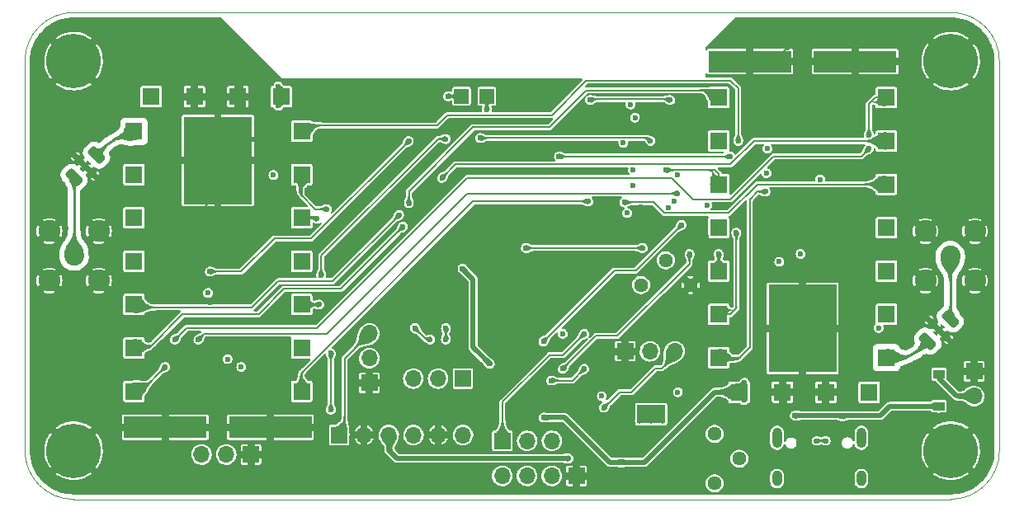
<source format=gbr>
%TF.GenerationSoftware,KiCad,Pcbnew,(6.0.9)*%
%TF.CreationDate,2022-12-19T18:44:09+02:00*%
%TF.ProjectId,cross_band_handy_walkie_talkie_V1,63726f73-735f-4626-916e-645f68616e64,rev?*%
%TF.SameCoordinates,Original*%
%TF.FileFunction,Copper,L4,Bot*%
%TF.FilePolarity,Positive*%
%FSLAX46Y46*%
G04 Gerber Fmt 4.6, Leading zero omitted, Abs format (unit mm)*
G04 Created by KiCad (PCBNEW (6.0.9)) date 2022-12-19 18:44:09*
%MOMM*%
%LPD*%
G01*
G04 APERTURE LIST*
G04 Aperture macros list*
%AMRoundRect*
0 Rectangle with rounded corners*
0 $1 Rounding radius*
0 $2 $3 $4 $5 $6 $7 $8 $9 X,Y pos of 4 corners*
0 Add a 4 corners polygon primitive as box body*
4,1,4,$2,$3,$4,$5,$6,$7,$8,$9,$2,$3,0*
0 Add four circle primitives for the rounded corners*
1,1,$1+$1,$2,$3*
1,1,$1+$1,$4,$5*
1,1,$1+$1,$6,$7*
1,1,$1+$1,$8,$9*
0 Add four rect primitives between the rounded corners*
20,1,$1+$1,$2,$3,$4,$5,0*
20,1,$1+$1,$4,$5,$6,$7,0*
20,1,$1+$1,$6,$7,$8,$9,0*
20,1,$1+$1,$8,$9,$2,$3,0*%
G04 Aperture macros list end*
%TA.AperFunction,Profile*%
%ADD10C,0.100000*%
%TD*%
%TA.AperFunction,SMDPad,CuDef*%
%ADD11R,1.500000X1.500000*%
%TD*%
%TA.AperFunction,ComponentPad*%
%ADD12R,1.700000X1.700000*%
%TD*%
%TA.AperFunction,ComponentPad*%
%ADD13O,1.700000X1.700000*%
%TD*%
%TA.AperFunction,ComponentPad*%
%ADD14C,3.600000*%
%TD*%
%TA.AperFunction,ConnectorPad*%
%ADD15C,5.600000*%
%TD*%
%TA.AperFunction,ComponentPad*%
%ADD16C,1.440000*%
%TD*%
%TA.AperFunction,ComponentPad*%
%ADD17C,2.050000*%
%TD*%
%TA.AperFunction,ComponentPad*%
%ADD18C,2.250000*%
%TD*%
%TA.AperFunction,ComponentPad*%
%ADD19C,0.500000*%
%TD*%
%TA.AperFunction,SMDPad,CuDef*%
%ADD20R,2.900000X1.900000*%
%TD*%
%TA.AperFunction,ComponentPad*%
%ADD21O,1.000000X2.100000*%
%TD*%
%TA.AperFunction,ComponentPad*%
%ADD22O,1.000000X1.600000*%
%TD*%
%TA.AperFunction,SMDPad,CuDef*%
%ADD23RoundRect,0.249600X0.268701X-0.651104X0.651104X-0.268701X-0.268701X0.651104X-0.651104X0.268701X0*%
%TD*%
%TA.AperFunction,ComponentPad*%
%ADD24C,0.610000*%
%TD*%
%TA.AperFunction,SMDPad,CuDef*%
%ADD25RoundRect,0.152500X0.224506X-0.440174X0.440174X-0.224506X-0.224506X0.440174X-0.440174X0.224506X0*%
%TD*%
%TA.AperFunction,SMDPad,CuDef*%
%ADD26R,1.200000X0.900000*%
%TD*%
%TA.AperFunction,SMDPad,CuDef*%
%ADD27R,1.800000X1.800000*%
%TD*%
%TA.AperFunction,SMDPad,CuDef*%
%ADD28R,7.000000X9.000000*%
%TD*%
%TA.AperFunction,SMDPad,CuDef*%
%ADD29R,8.500000X2.200000*%
%TD*%
%TA.AperFunction,SMDPad,CuDef*%
%ADD30RoundRect,0.249600X-0.268701X0.651104X-0.651104X0.268701X0.268701X-0.651104X0.651104X-0.268701X0*%
%TD*%
%TA.AperFunction,SMDPad,CuDef*%
%ADD31RoundRect,0.152500X-0.224506X0.440174X-0.440174X0.224506X0.224506X-0.440174X0.440174X-0.224506X0*%
%TD*%
%TA.AperFunction,ViaPad*%
%ADD32C,0.600000*%
%TD*%
%TA.AperFunction,ViaPad*%
%ADD33C,0.550000*%
%TD*%
%TA.AperFunction,Conductor*%
%ADD34C,0.200000*%
%TD*%
%TA.AperFunction,Conductor*%
%ADD35C,0.500000*%
%TD*%
%TA.AperFunction,Conductor*%
%ADD36C,0.293300*%
%TD*%
G04 APERTURE END LIST*
D10*
X150000000Y-55000000D02*
X150000000Y-95000000D01*
X150000000Y-55000000D02*
G75*
G03*
X145000000Y-50000000I-5000000J0D01*
G01*
X55000000Y-50000000D02*
X145000000Y-50000000D01*
X145000000Y-100000000D02*
X55000000Y-100000000D01*
X145000000Y-100000000D02*
G75*
G03*
X150000000Y-95000000I0J5000000D01*
G01*
X50000000Y-95000000D02*
X50000000Y-55000000D01*
X50000000Y-95000000D02*
G75*
G03*
X55000000Y-100000000I5000000J0D01*
G01*
X55000000Y-50000000D02*
G75*
G03*
X50000000Y-55000000I0J-5000000D01*
G01*
D11*
%TO.P,TP9,1,1*%
%TO.N,/SENSOR_VN*%
X94800000Y-58600000D03*
%TD*%
%TO.P,TP8,1,1*%
%TO.N,/SENSOR_VP*%
X97400000Y-58600000D03*
%TD*%
D12*
%TO.P,J5,1,Pin_1*%
%TO.N,GND*%
X73200000Y-95400000D03*
D13*
%TO.P,J5,2,Pin_2*%
%TO.N,/MIC_AR*%
X70660000Y-95400000D03*
%TO.P,J5,3,Pin_3*%
%TO.N,+3V3*%
X68120000Y-95400000D03*
%TD*%
D14*
%TO.P,H2,1,1*%
%TO.N,GND*%
X145000000Y-95000000D03*
D15*
X145000000Y-95000000D03*
%TD*%
D12*
%TO.P,J3,1,Pin_1*%
%TO.N,GND*%
X111600000Y-84800000D03*
D13*
%TO.P,J3,2,Pin_2*%
%TO.N,/AUDIO_IN*%
X114140000Y-84800000D03*
%TO.P,J3,3,Pin_3*%
%TO.N,AUDIO_OUT*%
X116680000Y-84800000D03*
%TD*%
D16*
%TO.P,RV1,1,1*%
%TO.N,Net-(C27-Pad2)*%
X113225000Y-78000000D03*
%TO.P,RV1,2,2*%
%TO.N,Net-(RV1-Pad2)*%
X115765000Y-75460000D03*
%TO.P,RV1,3,3*%
%TO.N,GND*%
X118305000Y-78000000D03*
%TD*%
D12*
%TO.P,J2,1,Pin_1*%
%TO.N,Net-(C20-Pad2)*%
X99000000Y-94000000D03*
D13*
%TO.P,J2,2,Pin_2*%
%TO.N,RF_AUDIO_INPUT*%
X101540000Y-94000000D03*
%TO.P,J2,3,Pin_3*%
%TO.N,/esp_audio_OUTPUT*%
X104080000Y-94000000D03*
%TD*%
D15*
%TO.P,H3,1,1*%
%TO.N,GND*%
X55000000Y-95000000D03*
D14*
X55000000Y-95000000D03*
%TD*%
D12*
%TO.P,J7,1,Pin_1*%
%TO.N,GND*%
X106600000Y-97600000D03*
D13*
%TO.P,J7,2,Pin_2*%
%TO.N,/MIC-DIGI_IN*%
X104060000Y-97600000D03*
%TO.P,J7,3,Pin_3*%
%TO.N,Net-(C20-Pad1)*%
X101520000Y-97600000D03*
%TO.P,J7,4,Pin_4*%
%TO.N,/MIC_AMPLIFIER_OUTPUT*%
X98980000Y-97600000D03*
%TD*%
D17*
%TO.P,J15,1,In*%
%TO.N,/ant4*%
X144950000Y-75000000D03*
D18*
%TO.P,J15,2,Ext*%
%TO.N,GND*%
X147490000Y-77540000D03*
X147490000Y-72460000D03*
X142410000Y-72460000D03*
X142410000Y-77540000D03*
%TD*%
D12*
%TO.P,J4,1,Pin_1*%
%TO.N,GND*%
X85350000Y-88050000D03*
D13*
%TO.P,J4,2,Pin_2*%
%TO.N,/MIC_GAIN*%
X85350000Y-85510000D03*
%TO.P,J4,3,Pin_3*%
%TO.N,+3V3*%
X85350000Y-82970000D03*
%TD*%
D16*
%TO.P,RV2,1,1*%
%TO.N,Net-(RV2-Pad1)*%
X120775000Y-93275000D03*
%TO.P,RV2,2,2*%
%TO.N,Net-(C29-Pad2)*%
X123315000Y-95815000D03*
%TO.P,RV2,3,3*%
%TO.N,unconnected-(RV2-Pad3)*%
X120775000Y-98355000D03*
%TD*%
D19*
%TO.P,U10,9*%
%TO.N,N/C*%
X114250000Y-90550000D03*
X115450000Y-91950000D03*
X113050000Y-90550000D03*
X114250000Y-91950000D03*
X115450000Y-90550000D03*
X113050000Y-91950000D03*
D20*
X114250000Y-91250000D03*
%TD*%
D17*
%TO.P,J14,1,In*%
%TO.N,/ant2*%
X55050000Y-75000000D03*
D18*
%TO.P,J14,2,Ext*%
%TO.N,GND*%
X57590000Y-72460000D03*
X52510000Y-72460000D03*
X57590000Y-77540000D03*
X52510000Y-77540000D03*
%TD*%
D14*
%TO.P,H4,1,1*%
%TO.N,GND*%
X145000000Y-55000000D03*
D15*
X145000000Y-55000000D03*
%TD*%
D12*
%TO.P,J1,1,Pin_1*%
%TO.N,+3V3*%
X82250000Y-93400000D03*
D13*
%TO.P,J1,2,Pin_2*%
%TO.N,GND*%
X84790000Y-93400000D03*
%TO.P,J1,3,Pin_3*%
%TO.N,/AMPLIFIED_AUDIO_OUT*%
X87330000Y-93400000D03*
%TO.P,J1,4,Pin_4*%
%TO.N,/MIC_EST_PTT*%
X89870000Y-93400000D03*
%TO.P,J1,5,Pin_5*%
%TO.N,GND*%
X92410000Y-93400000D03*
%TO.P,J1,6,Pin_6*%
%TO.N,/MIC-AMP_IN*%
X94950000Y-93400000D03*
%TD*%
D12*
%TO.P,JP1,1,A*%
%TO.N,Net-(JP1-Pad1)*%
X94940000Y-87600000D03*
D13*
%TO.P,JP1,2,C*%
%TO.N,/MIC_EST_PTT*%
X92400000Y-87600000D03*
%TO.P,JP1,3,B*%
%TO.N,Net-(JP1-Pad3)*%
X89860000Y-87600000D03*
%TD*%
D12*
%TO.P,J9,1,Pin_1*%
%TO.N,GND*%
X147400000Y-86860000D03*
D13*
%TO.P,J9,2,Pin_2*%
%TO.N,Net-(D3-Pad2)*%
X147400000Y-89400000D03*
%TD*%
D14*
%TO.P,H1,1,1*%
%TO.N,GND*%
X55000000Y-55000000D03*
D15*
X55000000Y-55000000D03*
%TD*%
D21*
%TO.P,J6,S1,SHIELD*%
%TO.N,Net-(C15-Pad1)*%
X127180000Y-93680000D03*
D22*
X135820000Y-97860000D03*
D21*
X135820000Y-93680000D03*
D22*
X127180000Y-97860000D03*
%TD*%
D23*
%TO.P,FL2,1,IN*%
%TO.N,/ant3*%
X142650951Y-83749049D03*
D24*
%TO.P,FL2,2,GND*%
%TO.N,GND*%
X143018647Y-81818647D03*
D25*
X143144158Y-81944158D03*
D23*
%TO.P,FL2,3,OUT*%
%TO.N,/ant4*%
X144949049Y-81450951D03*
D24*
%TO.P,FL2,4,GND*%
%TO.N,GND*%
X144581353Y-83381353D03*
D25*
X144455842Y-83255842D03*
%TD*%
D26*
%TO.P,D3,1,K*%
%TO.N,VBUS*%
X143800000Y-90450000D03*
%TO.P,D3,2,A*%
%TO.N,Net-(D3-Pad2)*%
X143800000Y-87150000D03*
%TD*%
D27*
%TO.P,U14,1,Audio_ON*%
%TO.N,AUDIO_ON1*%
X121200000Y-58750000D03*
%TO.P,U14,2,2*%
%TO.N,unconnected-(U14-Pad2)*%
X121200000Y-63200000D03*
%TO.P,U14,3,AF(Audio_OUT)*%
%TO.N,Net-(U12-Pad3)*%
X121200000Y-67650000D03*
%TO.P,U14,4,4*%
%TO.N,unconnected-(U14-Pad4)*%
X121200000Y-72100000D03*
%TO.P,U14,5,PTT*%
%TO.N,PTT1*%
X121200000Y-76550000D03*
%TO.P,U14,6,PD*%
%TO.N,PD1*%
X121200000Y-81000000D03*
%TO.P,U14,7,H/L*%
%TO.N,H{slash}L1*%
X121200000Y-85450000D03*
%TO.P,U14,8,VBATT*%
%TO.N,+5V*%
X123290000Y-89000000D03*
%TO.P,U14,9,GND*%
%TO.N,GND*%
X127740000Y-89000000D03*
D28*
%TO.P,U14,10,GND*%
X129800000Y-82450000D03*
D29*
X124400000Y-55050000D03*
D27*
X132190000Y-89000000D03*
D29*
X135200000Y-55050000D03*
D27*
%TO.P,U14,11,11*%
%TO.N,unconnected-(U14-Pad11)*%
X136640000Y-89000000D03*
%TO.P,U14,12,ANT*%
%TO.N,/ant3*%
X138400000Y-85450000D03*
%TO.P,U14,13,13*%
%TO.N,unconnected-(U14-Pad13)*%
X138400000Y-81000000D03*
%TO.P,U14,14,14*%
%TO.N,unconnected-(U14-Pad14)*%
X138400000Y-76550000D03*
%TO.P,U14,15,15*%
%TO.N,unconnected-(U14-Pad15)*%
X138400000Y-72100000D03*
%TO.P,U14,16,RXD_(RX)*%
%TO.N,TX1*%
X138400000Y-67650000D03*
%TO.P,U14,17,TXD(TX)*%
%TO.N,RX1*%
X138400000Y-63200000D03*
%TO.P,U14,18,MIC_IN*%
%TO.N,Net-(U11-Pad1)*%
X138400000Y-58750000D03*
%TD*%
D30*
%TO.P,FL1,1,IN*%
%TO.N,/ant1*%
X57349049Y-64650951D03*
D24*
%TO.P,FL1,2,GND*%
%TO.N,GND*%
X56981353Y-66581353D03*
D31*
X56855842Y-66455842D03*
D30*
%TO.P,FL1,3,OUT*%
%TO.N,/ant2*%
X55050951Y-66949049D03*
D24*
%TO.P,FL1,4,GND*%
%TO.N,GND*%
X55418647Y-65018647D03*
D31*
X55544158Y-65144158D03*
%TD*%
D27*
%TO.P,U13,1,Audio_ON*%
%TO.N,AUDIO_ON2*%
X78400000Y-88900000D03*
%TO.P,U13,2,2*%
%TO.N,unconnected-(U13-Pad2)*%
X78400000Y-84450000D03*
%TO.P,U13,3,AF(Audio_OUT)*%
%TO.N,Net-(U12-Pad1)*%
X78400000Y-80000000D03*
%TO.P,U13,4,4*%
%TO.N,unconnected-(U13-Pad4)*%
X78400000Y-75550000D03*
%TO.P,U13,5,PTT*%
%TO.N,PTT2*%
X78400000Y-71100000D03*
%TO.P,U13,6,PD*%
%TO.N,PD2*%
X78400000Y-66650000D03*
%TO.P,U13,7,H/L*%
%TO.N,H{slash}L2*%
X78400000Y-62200000D03*
%TO.P,U13,8,VBATT*%
%TO.N,+5V*%
X76310000Y-58650000D03*
%TO.P,U13,9,GND*%
%TO.N,GND*%
X71860000Y-58650000D03*
D29*
%TO.P,U13,10,GND*%
X64400000Y-92600000D03*
D28*
X69800000Y-65200000D03*
D27*
X67410000Y-58650000D03*
D29*
X75200000Y-92600000D03*
D27*
%TO.P,U13,11,11*%
%TO.N,unconnected-(U13-Pad11)*%
X62960000Y-58650000D03*
%TO.P,U13,12,ANT*%
%TO.N,/ant1*%
X61200000Y-62200000D03*
%TO.P,U13,13,13*%
%TO.N,unconnected-(U13-Pad13)*%
X61200000Y-66650000D03*
%TO.P,U13,14,14*%
%TO.N,unconnected-(U13-Pad14)*%
X61200000Y-71100000D03*
%TO.P,U13,15,15*%
%TO.N,unconnected-(U13-Pad15)*%
X61200000Y-75550000D03*
%TO.P,U13,16,RXD_(RX)*%
%TO.N,TX2*%
X61200000Y-80000000D03*
%TO.P,U13,17,TXD(TX)*%
%TO.N,RX2*%
X61200000Y-84450000D03*
%TO.P,U13,18,MIC_IN*%
%TO.N,Net-(U11-Pad3)*%
X61200000Y-88900000D03*
%TD*%
D32*
%TO.N,GND*%
X148220000Y-92540000D03*
X148220000Y-84920000D03*
X148220000Y-82380000D03*
X148220000Y-79840000D03*
X148220000Y-74760000D03*
X148220000Y-69680000D03*
X148220000Y-67140000D03*
X148220000Y-64600000D03*
X148220000Y-62060000D03*
X148220000Y-59520000D03*
X148220000Y-56980000D03*
X145680000Y-87460000D03*
X145680000Y-84920000D03*
X145680000Y-72220000D03*
X145680000Y-69680000D03*
X145680000Y-67140000D03*
X145680000Y-62060000D03*
X145680000Y-59520000D03*
X143140000Y-74760000D03*
X143140000Y-69680000D03*
X143140000Y-67140000D03*
X143140000Y-64600000D03*
X143140000Y-62060000D03*
X143140000Y-59520000D03*
X143140000Y-51900000D03*
X140600000Y-79840000D03*
X140600000Y-77300000D03*
X140600000Y-74760000D03*
X140600000Y-72220000D03*
X140600000Y-69680000D03*
X140600000Y-67140000D03*
X140600000Y-64600000D03*
X140600000Y-62060000D03*
X140600000Y-59520000D03*
X140600000Y-56980000D03*
X140600000Y-54440000D03*
X140600000Y-51900000D03*
X138060000Y-74760000D03*
X138060000Y-69680000D03*
X138060000Y-56980000D03*
X138060000Y-51900000D03*
X135520000Y-74760000D03*
X135520000Y-69680000D03*
X135520000Y-59520000D03*
X135520000Y-56980000D03*
X135520000Y-51900000D03*
X132980000Y-77300000D03*
X132980000Y-74760000D03*
X132980000Y-72220000D03*
X132980000Y-69680000D03*
X132980000Y-56980000D03*
X132980000Y-51900000D03*
X130440000Y-90000000D03*
X130440000Y-59520000D03*
X130440000Y-56980000D03*
X130440000Y-51900000D03*
X127900000Y-77300000D03*
X127900000Y-59520000D03*
X127900000Y-56980000D03*
X127900000Y-51900000D03*
X125360000Y-97620000D03*
X125360000Y-95080000D03*
X125360000Y-92540000D03*
X125360000Y-84920000D03*
X125360000Y-82380000D03*
X125360000Y-79840000D03*
X125360000Y-77300000D03*
X125360000Y-59520000D03*
X125360000Y-56980000D03*
X125360000Y-51900000D03*
X122820000Y-97620000D03*
X122820000Y-82380000D03*
X122820000Y-51900000D03*
X120280000Y-95080000D03*
X120280000Y-87460000D03*
X117740000Y-97620000D03*
X117740000Y-82380000D03*
X110120000Y-97620000D03*
X110120000Y-84920000D03*
X107580000Y-77300000D03*
X105040000Y-79840000D03*
X105040000Y-77300000D03*
X105040000Y-72220000D03*
X105040000Y-62060000D03*
X102500000Y-82380000D03*
X102500000Y-79840000D03*
X102500000Y-72220000D03*
X102500000Y-59520000D03*
X99960000Y-77300000D03*
X99960000Y-59520000D03*
X97420000Y-92540000D03*
X97420000Y-79840000D03*
X97420000Y-74760000D03*
X97420000Y-72220000D03*
X94880000Y-72220000D03*
X92340000Y-77300000D03*
X87260000Y-87460000D03*
X87260000Y-84920000D03*
X84720000Y-95080000D03*
X82180000Y-95080000D03*
X79640000Y-97620000D03*
X77100000Y-97620000D03*
X77100000Y-95080000D03*
X74560000Y-97620000D03*
X74560000Y-87460000D03*
X74560000Y-84920000D03*
X72020000Y-97620000D03*
X72020000Y-54440000D03*
X69480000Y-97620000D03*
X69480000Y-92540000D03*
X69480000Y-59520000D03*
X69480000Y-56980000D03*
X69480000Y-54440000D03*
X69480000Y-51900000D03*
X66940000Y-97620000D03*
X66940000Y-74760000D03*
X66940000Y-56980000D03*
X66940000Y-54440000D03*
X66940000Y-51900000D03*
X64400000Y-97620000D03*
X64400000Y-95080000D03*
X64400000Y-72220000D03*
X64400000Y-67140000D03*
X64400000Y-64600000D03*
X64400000Y-62060000D03*
X64400000Y-56980000D03*
X64400000Y-54440000D03*
X64400000Y-51900000D03*
X61860000Y-97620000D03*
X61860000Y-95080000D03*
X61860000Y-64600000D03*
X61860000Y-56980000D03*
X61860000Y-54440000D03*
X61860000Y-51900000D03*
X59320000Y-97620000D03*
X59320000Y-95080000D03*
X59320000Y-92540000D03*
X59320000Y-90000000D03*
X59320000Y-87460000D03*
X59320000Y-84920000D03*
X59320000Y-82380000D03*
X59320000Y-79840000D03*
X59320000Y-77300000D03*
X59320000Y-74760000D03*
X59320000Y-72220000D03*
X59320000Y-69680000D03*
X59320000Y-67140000D03*
X59320000Y-59520000D03*
X59320000Y-56980000D03*
X59320000Y-54440000D03*
X59320000Y-51900000D03*
X56780000Y-90000000D03*
X56780000Y-87460000D03*
X56780000Y-84920000D03*
X56780000Y-82380000D03*
X56780000Y-79840000D03*
X56780000Y-74760000D03*
X56780000Y-59520000D03*
X54240000Y-90000000D03*
X54240000Y-87460000D03*
X54240000Y-84920000D03*
X54240000Y-82380000D03*
X54240000Y-79840000D03*
X54240000Y-77300000D03*
X54240000Y-72220000D03*
X54240000Y-64600000D03*
X54240000Y-62060000D03*
X54240000Y-59520000D03*
X51700000Y-92540000D03*
X51700000Y-90000000D03*
X51700000Y-87460000D03*
X51700000Y-84920000D03*
X51700000Y-82380000D03*
X51700000Y-79840000D03*
X51700000Y-74760000D03*
X51700000Y-69680000D03*
X51700000Y-67140000D03*
X51700000Y-64600000D03*
X51700000Y-62060000D03*
X51700000Y-59520000D03*
X51700000Y-56980000D03*
%TO.N,/SENSOR_VP*%
X97400000Y-60000000D03*
%TO.N,/SENSOR_VN*%
X93400000Y-58600000D03*
%TO.N,GND*%
X81600000Y-60400000D03*
X80600000Y-59200000D03*
X73400000Y-63000000D03*
X77800000Y-60800000D03*
X72200000Y-57400000D03*
X103800000Y-90800000D03*
X135400000Y-78000000D03*
X59400000Y-61800000D03*
X68200000Y-70200000D03*
X135400000Y-92049500D03*
X144000000Y-78400000D03*
X140200000Y-92000000D03*
X92040000Y-80960000D03*
X127600000Y-88000000D03*
X89800000Y-81000000D03*
X57600000Y-62800000D03*
X136000000Y-81400000D03*
X125200000Y-60800000D03*
X69000000Y-79800000D03*
X77953233Y-69023383D03*
X72800000Y-72400000D03*
X118200000Y-94800000D03*
X146000000Y-78400000D03*
X119900498Y-73000000D03*
X146000000Y-79800000D03*
X91000000Y-81800000D03*
X111200000Y-81000000D03*
X128000000Y-90000000D03*
X69600000Y-88200000D03*
X115800000Y-97400000D03*
X59600000Y-64200000D03*
X142400000Y-85400000D03*
X114200000Y-64000000D03*
X140200000Y-98800000D03*
X69600000Y-79200000D03*
X53800000Y-70200000D03*
X125600000Y-70800000D03*
X56200000Y-70200000D03*
X72400000Y-59600000D03*
X65400000Y-76200000D03*
X129600000Y-85200000D03*
X135400000Y-79800000D03*
X76800000Y-60800000D03*
X74000000Y-72200000D03*
X53800000Y-68600000D03*
X56200000Y-68600000D03*
X69800000Y-72000000D03*
X74600000Y-62200000D03*
X110600000Y-87400000D03*
X108800000Y-81000000D03*
X87600000Y-57000000D03*
X127800000Y-92200000D03*
X68800000Y-81600000D03*
X141000000Y-84000000D03*
X91000000Y-57200000D03*
X115000000Y-87400000D03*
X123200000Y-66200000D03*
X132845000Y-81355000D03*
X81600000Y-58200000D03*
X113600000Y-97200000D03*
X92200000Y-58000000D03*
X144000000Y-79800000D03*
X62600000Y-70600000D03*
X112400000Y-87400000D03*
X129000000Y-60800000D03*
X134600000Y-95200000D03*
X85600000Y-57000000D03*
X104000000Y-86600000D03*
X108400000Y-84800000D03*
X113200000Y-70000000D03*
X122400000Y-61400000D03*
X75600000Y-76600000D03*
X110000000Y-81800000D03*
X125600000Y-69600000D03*
X128265647Y-95292729D03*
X111600000Y-97400000D03*
X75800000Y-88400000D03*
X64400000Y-85400000D03*
X107000000Y-91600000D03*
X89200000Y-57200000D03*
X62800000Y-83000000D03*
X128200000Y-53600000D03*
X128600000Y-66200000D03*
X141200000Y-86200000D03*
X140162500Y-95362500D03*
%TO.N,+3V3*%
X103200000Y-83800000D03*
X70800000Y-85600000D03*
X117400000Y-71800000D03*
%TO.N,/BOOT*%
X131612500Y-67150500D03*
X104800000Y-64800000D03*
X122400000Y-64800000D03*
%TO.N,VBUS*%
X129000000Y-91400000D03*
X133900000Y-91500000D03*
%TO.N,+5V*%
X76000000Y-59600000D03*
X94900000Y-76300000D03*
X103200000Y-91600000D03*
X111200000Y-96200000D03*
X137600000Y-82400000D03*
X76000000Y-57600000D03*
X123825000Y-88025000D03*
X123800000Y-89800000D03*
X97700000Y-86100000D03*
X75500000Y-66700000D03*
D33*
%TO.N,D+*%
X132200000Y-94000000D03*
X131200000Y-94000000D03*
D32*
%TO.N,UART0_TX*%
X112600000Y-60800000D03*
X127400000Y-75600000D03*
%TO.N,UART0_RX*%
X112150000Y-59450000D03*
X129600000Y-74800000D03*
%TO.N,H{slash}L2*%
X126200000Y-64000000D03*
X126100000Y-66500000D03*
X123200000Y-63200000D03*
%TO.N,TX1*%
X111500000Y-69500000D03*
%TO.N,RX1*%
X92800000Y-67000000D03*
%TO.N,PTT2*%
X80000000Y-71200000D03*
X90000000Y-82400000D03*
X91600000Y-83600000D03*
%TO.N,PD2*%
X111800000Y-70600000D03*
X81000000Y-70200000D03*
%TO.N,RX2*%
X88800000Y-72000000D03*
%TO.N,TX2*%
X88400000Y-70800000D03*
%TO.N,H{slash}L1*%
X126000000Y-68400000D03*
%TO.N,PD1*%
X123000000Y-72600000D03*
%TO.N,PTT1*%
X121200000Y-74800000D03*
X101400000Y-74200000D03*
X113400000Y-74200000D03*
X93200000Y-83600000D03*
X93200000Y-82400000D03*
%TO.N,/MIC-AMP_IN*%
X81400000Y-85000000D03*
X81400000Y-90800000D03*
%TO.N,AUDIO_OUT*%
X112400000Y-67800000D03*
X109400000Y-90600000D03*
%TO.N,/-SLEEP*%
X89400000Y-63200000D03*
X68976383Y-76601574D03*
%TO.N,AUDIO_ON1*%
X89400000Y-69600000D03*
%TO.N,Net-(C20-Pad2)*%
X107400000Y-83000000D03*
%TO.N,/AMPLIFIED_AUDIO_OUT*%
X105800000Y-95800000D03*
%TO.N,AUDIO_ON2*%
X107800000Y-69400000D03*
%TO.N,/GPIO_23*%
X116200000Y-59000000D03*
X108000000Y-59000000D03*
%TO.N,/switch1*%
X118200000Y-74800000D03*
X105200000Y-86600000D03*
X117000000Y-66699500D03*
%TO.N,/switch2*%
X120000000Y-69800000D03*
X109200000Y-89400000D03*
%TO.N,/switch4*%
X67800000Y-83600000D03*
X117000000Y-68600000D03*
%TO.N,Net-(RV2-Pad1)*%
X117000000Y-89000000D03*
%TO.N,SCL*%
X116600000Y-69400000D03*
X111400000Y-63400000D03*
%TO.N,SDA*%
X112400000Y-66200000D03*
X116000000Y-70100500D03*
%TO.N,Net-(U11-Pad3)*%
X64400000Y-86400000D03*
%TO.N,Net-(U11-Pad1)*%
X136600000Y-64000000D03*
X65400000Y-83600000D03*
X136600000Y-62600000D03*
%TO.N,Net-(U12-Pad1)*%
X93200000Y-63000000D03*
X114200000Y-63200000D03*
X80400000Y-77000000D03*
X96700000Y-62900000D03*
X80200000Y-80000000D03*
%TO.N,Net-(U12-Pad3)*%
X115800000Y-66200000D03*
%TO.N,/esp_audio_OUTPUT*%
X104000000Y-87800000D03*
X107400000Y-86600000D03*
%TO.N,RF_AUDIO_INPUT*%
X105200000Y-83000000D03*
X72200000Y-86400000D03*
%TO.N,/MIC_AMPLIFIER_OUTPUT*%
X68800000Y-78800000D03*
%TD*%
D34*
%TO.N,/SENSOR_VN*%
X93400000Y-58600000D02*
X94800000Y-58600000D01*
%TO.N,/SENSOR_VP*%
X97400000Y-60000000D02*
X97400000Y-58600000D01*
%TO.N,H{slash}L2*%
X104050000Y-60550000D02*
X107600000Y-57000000D01*
X93350000Y-60550000D02*
X104050000Y-60550000D01*
X122400000Y-57000000D02*
X107600000Y-57000000D01*
X93350000Y-60550000D02*
X92300000Y-61600000D01*
%TO.N,AUDIO_ON1*%
X120450000Y-58000000D02*
X121200000Y-58750000D01*
X103800000Y-61800000D02*
X107600000Y-58000000D01*
X96000000Y-61800000D02*
X103800000Y-61800000D01*
X89400000Y-68400000D02*
X96000000Y-61800000D01*
X107600000Y-58000000D02*
X120450000Y-58000000D01*
X89400000Y-69600000D02*
X89400000Y-68400000D01*
%TO.N,PTT2*%
X90000000Y-82400000D02*
X91200000Y-83600000D01*
X91200000Y-83600000D02*
X91600000Y-83600000D01*
%TO.N,GND*%
X73400000Y-63000000D02*
X71200000Y-65200000D01*
X71200000Y-65200000D02*
X69800000Y-65200000D01*
X128000000Y-90000000D02*
X128000000Y-89260000D01*
X68200000Y-70200000D02*
X69800000Y-68600000D01*
D35*
X72200000Y-58310000D02*
X71860000Y-58650000D01*
D34*
X126750000Y-55050000D02*
X125450000Y-55050000D01*
X69800000Y-68600000D02*
X69800000Y-65200000D01*
X127600000Y-88000000D02*
X127600000Y-88860000D01*
X127600000Y-88860000D02*
X127740000Y-89000000D01*
X128200000Y-53600000D02*
X126750000Y-55050000D01*
X128000000Y-89260000D02*
X127740000Y-89000000D01*
D35*
X72200000Y-57400000D02*
X72200000Y-58310000D01*
D34*
%TO.N,+3V3*%
X82800000Y-85520000D02*
X85350000Y-82970000D01*
X82800000Y-92850000D02*
X82800000Y-85520000D01*
X110500000Y-76500000D02*
X103200000Y-83800000D01*
X112700000Y-76500000D02*
X110500000Y-76500000D01*
X82250000Y-93400000D02*
X82800000Y-92850000D01*
X117400000Y-71800000D02*
X112700000Y-76500000D01*
%TO.N,/BOOT*%
X104800000Y-64800000D02*
X122400000Y-64800000D01*
D35*
%TO.N,VBUS*%
X129000000Y-91400000D02*
X133800000Y-91400000D01*
X134000000Y-91400000D02*
X137800000Y-91400000D01*
X133900000Y-91500000D02*
X134000000Y-91400000D01*
X133800000Y-91400000D02*
X133900000Y-91500000D01*
X137800000Y-91400000D02*
X138750000Y-90450000D01*
X138750000Y-90450000D02*
X143800000Y-90450000D01*
%TO.N,+5V*%
X123290000Y-89000000D02*
X123290000Y-88560000D01*
X96000000Y-84400000D02*
X97700000Y-86100000D01*
X110000000Y-96200000D02*
X111200000Y-96200000D01*
X76310000Y-58650000D02*
X76310000Y-57910000D01*
X76310000Y-59290000D02*
X76000000Y-59600000D01*
X103200000Y-91600000D02*
X105400000Y-91600000D01*
X123290000Y-89290000D02*
X123800000Y-89800000D01*
X111200000Y-96200000D02*
X113600000Y-96200000D01*
X105400000Y-91600000D02*
X110000000Y-96200000D01*
X76310000Y-58650000D02*
X76310000Y-59290000D01*
X94900000Y-76300000D02*
X96000000Y-77400000D01*
X123290000Y-88560000D02*
X123825000Y-88025000D01*
X120800000Y-89000000D02*
X123290000Y-89000000D01*
X113600000Y-96200000D02*
X120800000Y-89000000D01*
X96000000Y-77400000D02*
X96000000Y-84400000D01*
X76310000Y-57910000D02*
X76000000Y-57600000D01*
X123290000Y-89000000D02*
X123290000Y-89290000D01*
D34*
%TO.N,D+*%
X131200000Y-94000000D02*
X132200000Y-94000000D01*
%TO.N,H{slash}L2*%
X79000000Y-61600000D02*
X78400000Y-62200000D01*
X123200000Y-57800000D02*
X122400000Y-57000000D01*
X123200000Y-63200000D02*
X123200000Y-57800000D01*
X92300000Y-61600000D02*
X79000000Y-61600000D01*
%TO.N,TX1*%
X125150000Y-67650000D02*
X122200000Y-70600000D01*
X138400000Y-67650000D02*
X125150000Y-67650000D01*
X114500000Y-69500000D02*
X111500000Y-69500000D01*
X122200000Y-70600000D02*
X115600000Y-70600000D01*
X115600000Y-70600000D02*
X114500000Y-69500000D01*
%TO.N,RX1*%
X124800000Y-63200000D02*
X122400000Y-65600000D01*
X138400000Y-63200000D02*
X124800000Y-63200000D01*
X122400000Y-65600000D02*
X94200000Y-65600000D01*
X94200000Y-65600000D02*
X92800000Y-67000000D01*
%TO.N,PTT2*%
X79900000Y-71100000D02*
X80000000Y-71200000D01*
X78400000Y-71100000D02*
X79900000Y-71100000D01*
%TO.N,PD2*%
X78400000Y-68800000D02*
X79800000Y-70200000D01*
X78400000Y-66650000D02*
X78400000Y-68800000D01*
X79800000Y-70200000D02*
X81000000Y-70200000D01*
%TO.N,RX2*%
X88800000Y-72000000D02*
X82400000Y-78400000D01*
X82400000Y-78400000D02*
X76600000Y-78400000D01*
X62750000Y-84450000D02*
X61200000Y-84450000D01*
X76600000Y-78400000D02*
X74000000Y-81000000D01*
X66200000Y-81000000D02*
X62750000Y-84450000D01*
X74000000Y-81000000D02*
X66200000Y-81000000D01*
%TO.N,TX2*%
X61500000Y-80300000D02*
X61200000Y-80000000D01*
X81600000Y-77600000D02*
X76000000Y-77600000D01*
X76000000Y-77600000D02*
X73300000Y-80300000D01*
X88400000Y-70800000D02*
X81600000Y-77600000D01*
X73300000Y-80300000D02*
X61500000Y-80300000D01*
%TO.N,H{slash}L1*%
X123350000Y-85450000D02*
X121200000Y-85450000D01*
X126000000Y-68400000D02*
X125200000Y-68400000D01*
X124400000Y-84400000D02*
X123350000Y-85450000D01*
X124400000Y-69200000D02*
X124400000Y-84400000D01*
X125200000Y-68400000D02*
X124400000Y-69200000D01*
%TO.N,PD1*%
X122400000Y-81000000D02*
X121200000Y-81000000D01*
X123000000Y-72600000D02*
X123000000Y-80400000D01*
X123000000Y-80400000D02*
X122400000Y-81000000D01*
%TO.N,PTT1*%
X121200000Y-74800000D02*
X121200000Y-76550000D01*
X93200000Y-83600000D02*
X93200000Y-82400000D01*
X101400000Y-74200000D02*
X113400000Y-74200000D01*
%TO.N,/MIC-AMP_IN*%
X81400000Y-90800000D02*
X81400000Y-85000000D01*
%TO.N,AUDIO_OUT*%
X109400000Y-90600000D02*
X111000000Y-89000000D01*
X112240000Y-89000000D02*
X114700000Y-86540000D01*
X115360000Y-86540000D02*
X116680000Y-85220000D01*
X114700000Y-86540000D02*
X115360000Y-86540000D01*
X111000000Y-89000000D02*
X112240000Y-89000000D01*
X116680000Y-85220000D02*
X116680000Y-84800000D01*
%TO.N,/-SLEEP*%
X68976383Y-76601574D02*
X72198426Y-76601574D01*
X75600000Y-73200000D02*
X79400000Y-73200000D01*
X79400000Y-73200000D02*
X89400000Y-63200000D01*
X72198426Y-76601574D02*
X75600000Y-73200000D01*
%TO.N,Net-(C20-Pad2)*%
X99000000Y-94000000D02*
X99000000Y-90000000D01*
X99000000Y-90000000D02*
X103800000Y-85200000D01*
X103800000Y-85200000D02*
X105200000Y-85200000D01*
X105200000Y-85200000D02*
X107400000Y-83000000D01*
D35*
%TO.N,/AMPLIFIED_AUDIO_OUT*%
X87330000Y-94930000D02*
X87330000Y-93400000D01*
X88200000Y-95800000D02*
X87330000Y-94930000D01*
X105800000Y-95800000D02*
X88200000Y-95800000D01*
D34*
%TO.N,AUDIO_ON2*%
X78400000Y-87000000D02*
X78400000Y-88900000D01*
X96000000Y-69400000D02*
X78400000Y-87000000D01*
X107800000Y-69400000D02*
X96000000Y-69400000D01*
%TO.N,/GPIO_23*%
X108100000Y-58900000D02*
X108000000Y-59000000D01*
X116200000Y-59000000D02*
X116100000Y-58900000D01*
X116100000Y-58900000D02*
X108100000Y-58900000D01*
%TO.N,/switch1*%
X118200000Y-75800000D02*
X118200000Y-74800000D01*
X110800000Y-83200000D02*
X118200000Y-75800000D01*
X105200000Y-86600000D02*
X108600000Y-83200000D01*
X108600000Y-83200000D02*
X110800000Y-83200000D01*
%TO.N,/switch4*%
X81000000Y-83000000D02*
X68400000Y-83000000D01*
X95400000Y-68600000D02*
X81000000Y-83000000D01*
X117000000Y-68600000D02*
X95400000Y-68600000D01*
X68400000Y-83000000D02*
X67800000Y-83600000D01*
%TO.N,Net-(U11-Pad3)*%
X64400000Y-86400000D02*
X61900000Y-88900000D01*
X61900000Y-88900000D02*
X61200000Y-88900000D01*
%TO.N,Net-(U11-Pad1)*%
X136600000Y-59400000D02*
X137250000Y-58750000D01*
X95400000Y-67000000D02*
X116400000Y-67000000D01*
X66600000Y-82400000D02*
X80000000Y-82400000D01*
X118600000Y-69200000D02*
X122400000Y-69200000D01*
X126800000Y-64800000D02*
X135800000Y-64800000D01*
X65400000Y-83600000D02*
X66600000Y-82400000D01*
X116400000Y-67000000D02*
X118600000Y-69200000D01*
X136600000Y-62600000D02*
X136600000Y-59400000D01*
X122400000Y-69200000D02*
X126800000Y-64800000D01*
X137250000Y-58750000D02*
X138400000Y-58750000D01*
X80000000Y-82400000D02*
X95400000Y-67000000D01*
X135800000Y-64800000D02*
X136600000Y-64000000D01*
%TO.N,Net-(U12-Pad1)*%
X93200000Y-63000000D02*
X92400000Y-63000000D01*
X80400000Y-75000000D02*
X80400000Y-77000000D01*
X92400000Y-63000000D02*
X80400000Y-75000000D01*
X80200000Y-80000000D02*
X78400000Y-80000000D01*
X113900000Y-62900000D02*
X114200000Y-63200000D01*
X96700000Y-62900000D02*
X113900000Y-62900000D01*
%TO.N,Net-(U12-Pad3)*%
X115800000Y-66200000D02*
X120800000Y-66200000D01*
X120800000Y-66200000D02*
X121200000Y-66600000D01*
X121200000Y-66600000D02*
X121200000Y-67650000D01*
%TO.N,/esp_audio_OUTPUT*%
X106200000Y-87800000D02*
X107400000Y-86600000D01*
X104000000Y-87800000D02*
X106200000Y-87800000D01*
D36*
%TO.N,/ant1*%
X60442641Y-62800000D02*
X60600000Y-62800000D01*
X60600000Y-62800000D02*
X61200000Y-62200000D01*
X57349049Y-64650951D02*
X58321321Y-63678679D01*
X60442641Y-62800029D02*
G75*
G03*
X58321321Y-63678679I-41J-2999971D01*
G01*
%TO.N,/ant2*%
X55050951Y-66949049D02*
X55050000Y-66950000D01*
X55050000Y-66950000D02*
X55050000Y-75000000D01*
%TO.N,/ant3*%
X138400000Y-85450000D02*
X139707359Y-85450000D01*
X141828680Y-84571320D02*
X142650951Y-83749049D01*
X139707359Y-85449971D02*
G75*
G03*
X141828680Y-84571320I41J2999971D01*
G01*
%TO.N,/ant4*%
X144949049Y-81450951D02*
X144950000Y-81450000D01*
X144950000Y-81450000D02*
X144950000Y-75000000D01*
D35*
%TO.N,Net-(D3-Pad2)*%
X145600000Y-89400000D02*
X143800000Y-87600000D01*
X143800000Y-87600000D02*
X143800000Y-87150000D01*
X147400000Y-89400000D02*
X145600000Y-89400000D01*
%TD*%
%TA.AperFunction,Conductor*%
%TO.N,/SENSOR_VN*%
G36*
X93430427Y-58301085D02*
G01*
X93470978Y-58302532D01*
X93471906Y-58302603D01*
X93501067Y-58305977D01*
X93532886Y-58309659D01*
X93533882Y-58309818D01*
X93586832Y-58320695D01*
X93587854Y-58320954D01*
X93634254Y-58334937D01*
X93635191Y-58335263D01*
X93676641Y-58351699D01*
X93677388Y-58352026D01*
X93715440Y-58370289D01*
X93715892Y-58370519D01*
X93740287Y-58383642D01*
X93752075Y-58389983D01*
X93752240Y-58390074D01*
X93787864Y-58409984D01*
X93787866Y-58409985D01*
X93824210Y-58429537D01*
X93824226Y-58429545D01*
X93824328Y-58429600D01*
X93862975Y-58448148D01*
X93905266Y-58464918D01*
X93952656Y-58479200D01*
X94006604Y-58490281D01*
X94068566Y-58497451D01*
X94140000Y-58500000D01*
X94140000Y-58700000D01*
X94068566Y-58702548D01*
X94006604Y-58709718D01*
X93952656Y-58720800D01*
X93905266Y-58735081D01*
X93862975Y-58751851D01*
X93826405Y-58769403D01*
X93824328Y-58770400D01*
X93824223Y-58770457D01*
X93824210Y-58770463D01*
X93787866Y-58790014D01*
X93752240Y-58809925D01*
X93752075Y-58810016D01*
X93715898Y-58829478D01*
X93715421Y-58829720D01*
X93677383Y-58847976D01*
X93676659Y-58848293D01*
X93653135Y-58857621D01*
X93635191Y-58864736D01*
X93634254Y-58865062D01*
X93587854Y-58879046D01*
X93586833Y-58879305D01*
X93533882Y-58890181D01*
X93532886Y-58890340D01*
X93507556Y-58893271D01*
X93471906Y-58897396D01*
X93470978Y-58897467D01*
X93439174Y-58898602D01*
X93407516Y-58899732D01*
X93399127Y-58896602D01*
X93396635Y-58893271D01*
X93252616Y-58605232D01*
X93251981Y-58596300D01*
X93252616Y-58594768D01*
X93396636Y-58306728D01*
X93403400Y-58300861D01*
X93407516Y-58300268D01*
X93430427Y-58301085D01*
G37*
%TD.AperFunction*%
%TD*%
%TA.AperFunction,Conductor*%
%TO.N,/SENSOR_VN*%
G36*
X94228287Y-58128549D02*
G01*
X94824224Y-58425318D01*
X95153969Y-58589527D01*
X95159847Y-58596282D01*
X95159226Y-58605216D01*
X95153969Y-58610473D01*
X94942030Y-58716016D01*
X94228287Y-59071451D01*
X94219354Y-59072072D01*
X94214119Y-59068510D01*
X94186840Y-59036084D01*
X94186835Y-59036078D01*
X94186786Y-59036020D01*
X94152180Y-58997379D01*
X94115854Y-58959905D01*
X94077436Y-58923868D01*
X94036551Y-58889540D01*
X93992828Y-58857193D01*
X93945892Y-58827098D01*
X93895371Y-58799527D01*
X93840892Y-58774751D01*
X93837998Y-58773683D01*
X93828633Y-58770225D01*
X93828632Y-58770225D01*
X93826405Y-58769403D01*
X93782082Y-58753042D01*
X93718567Y-58734671D01*
X93649974Y-58719909D01*
X93575931Y-58709029D01*
X93496064Y-58702302D01*
X93410000Y-58700000D01*
X93410000Y-58500000D01*
X93496064Y-58497697D01*
X93575931Y-58490970D01*
X93649974Y-58480090D01*
X93718567Y-58465328D01*
X93782082Y-58446957D01*
X93826404Y-58430596D01*
X93828631Y-58429774D01*
X93840702Y-58425318D01*
X93840892Y-58425248D01*
X93895371Y-58400472D01*
X93945892Y-58372901D01*
X93992828Y-58342806D01*
X94036551Y-58310459D01*
X94077436Y-58276131D01*
X94115854Y-58240094D01*
X94152180Y-58202620D01*
X94186786Y-58163979D01*
X94214119Y-58131490D01*
X94222067Y-58127365D01*
X94228287Y-58128549D01*
G37*
%TD.AperFunction*%
%TD*%
%TA.AperFunction,Conductor*%
%TO.N,/SENSOR_VP*%
G36*
X97502548Y-59331433D02*
G01*
X97509718Y-59393395D01*
X97520800Y-59447343D01*
X97535081Y-59494733D01*
X97551851Y-59537024D01*
X97569403Y-59573594D01*
X97570400Y-59575671D01*
X97590014Y-59612133D01*
X97609925Y-59647759D01*
X97610016Y-59647924D01*
X97629478Y-59684101D01*
X97629720Y-59684578D01*
X97647972Y-59722608D01*
X97648293Y-59723340D01*
X97648300Y-59723358D01*
X97664736Y-59764808D01*
X97665062Y-59765745D01*
X97679046Y-59812145D01*
X97679305Y-59813167D01*
X97690180Y-59866111D01*
X97690341Y-59867120D01*
X97697396Y-59928093D01*
X97697467Y-59929021D01*
X97699732Y-59992483D01*
X97696602Y-60000873D01*
X97693273Y-60003363D01*
X97405232Y-60147384D01*
X97396300Y-60148019D01*
X97394768Y-60147384D01*
X97106728Y-60003364D01*
X97100861Y-59996600D01*
X97100268Y-59992483D01*
X97102532Y-59929021D01*
X97102603Y-59928093D01*
X97109658Y-59867120D01*
X97109819Y-59866111D01*
X97120695Y-59813167D01*
X97120954Y-59812145D01*
X97134937Y-59765745D01*
X97135263Y-59764808D01*
X97151699Y-59723358D01*
X97152027Y-59722608D01*
X97170289Y-59684559D01*
X97170526Y-59684093D01*
X97189983Y-59647924D01*
X97190074Y-59647759D01*
X97209985Y-59612133D01*
X97229600Y-59575671D01*
X97248148Y-59537024D01*
X97264918Y-59494733D01*
X97279200Y-59447343D01*
X97290281Y-59393395D01*
X97297451Y-59331433D01*
X97300000Y-59260000D01*
X97500000Y-59260000D01*
X97502548Y-59331433D01*
G37*
%TD.AperFunction*%
%TD*%
%TA.AperFunction,Conductor*%
%TO.N,/SENSOR_VP*%
G36*
X97405216Y-58240774D02*
G01*
X97410473Y-58246031D01*
X97871451Y-59171712D01*
X97872072Y-59180646D01*
X97868511Y-59185880D01*
X97836020Y-59213213D01*
X97797379Y-59247819D01*
X97759905Y-59284145D01*
X97723868Y-59322563D01*
X97689540Y-59363448D01*
X97657193Y-59407171D01*
X97627098Y-59454107D01*
X97599527Y-59504628D01*
X97574751Y-59559107D01*
X97574681Y-59559297D01*
X97570225Y-59571366D01*
X97570225Y-59571368D01*
X97553042Y-59617917D01*
X97534671Y-59681432D01*
X97519909Y-59750025D01*
X97509029Y-59824068D01*
X97502302Y-59903935D01*
X97500000Y-59990000D01*
X97300000Y-59990000D01*
X97297697Y-59903935D01*
X97290970Y-59824068D01*
X97280090Y-59750025D01*
X97265328Y-59681432D01*
X97246957Y-59617917D01*
X97225248Y-59559107D01*
X97200472Y-59504628D01*
X97172901Y-59454107D01*
X97142806Y-59407171D01*
X97110459Y-59363448D01*
X97076131Y-59322563D01*
X97040094Y-59284145D01*
X97002620Y-59247819D01*
X96963979Y-59213213D01*
X96931490Y-59185881D01*
X96927365Y-59177933D01*
X96928549Y-59171712D01*
X97389527Y-58246031D01*
X97396282Y-58240153D01*
X97405216Y-58240774D01*
G37*
%TD.AperFunction*%
%TD*%
%TA.AperFunction,Conductor*%
%TO.N,AUDIO_ON1*%
G36*
X121199216Y-57853430D02*
G01*
X121202292Y-57858775D01*
X121213049Y-57899959D01*
X121501351Y-59003697D01*
X121515431Y-59057603D01*
X121514206Y-59066474D01*
X121507811Y-59071660D01*
X120570816Y-59383992D01*
X120561884Y-59383357D01*
X120558477Y-59380783D01*
X120445962Y-59257605D01*
X120445298Y-59256810D01*
X120348395Y-59129762D01*
X120347861Y-59129000D01*
X120267610Y-59004351D01*
X120267227Y-59003711D01*
X120199899Y-58882468D01*
X120199653Y-58881999D01*
X120141602Y-58765309D01*
X120141498Y-58765096D01*
X120089011Y-58654008D01*
X120089003Y-58653992D01*
X120088974Y-58653930D01*
X120038391Y-58549634D01*
X120038326Y-58549514D01*
X120038315Y-58549493D01*
X119986212Y-58453643D01*
X119986209Y-58453639D01*
X119986084Y-58453408D01*
X119928351Y-58366375D01*
X119861489Y-58289654D01*
X119781796Y-58224369D01*
X119685569Y-58171639D01*
X119640353Y-58156477D01*
X119569521Y-58132726D01*
X119569515Y-58132725D01*
X119569105Y-58132587D01*
X119568671Y-58132512D01*
X119429047Y-58108392D01*
X119429040Y-58108391D01*
X119428703Y-58108333D01*
X119409494Y-58107380D01*
X119271781Y-58100551D01*
X119263688Y-58096718D01*
X119260661Y-58088865D01*
X119260661Y-57911659D01*
X119264088Y-57903386D01*
X119272320Y-57899959D01*
X119442292Y-57899362D01*
X119601491Y-57897570D01*
X119741709Y-57894800D01*
X119866397Y-57891229D01*
X119866427Y-57891228D01*
X119866463Y-57891227D01*
X119979006Y-57887037D01*
X120082987Y-57882400D01*
X120181791Y-57877496D01*
X120278869Y-57872503D01*
X120278890Y-57872502D01*
X120377673Y-57867600D01*
X120377674Y-57867622D01*
X120377731Y-57867597D01*
X120449575Y-57864393D01*
X120481568Y-57862966D01*
X120481654Y-57862962D01*
X120594247Y-57858771D01*
X120594347Y-57858768D01*
X120718847Y-57855203D01*
X120718951Y-57855200D01*
X120859169Y-57852429D01*
X120859268Y-57852428D01*
X121018280Y-57850638D01*
X121018371Y-57850637D01*
X121190931Y-57850032D01*
X121199216Y-57853430D01*
G37*
%TD.AperFunction*%
%TD*%
%TA.AperFunction,Conductor*%
%TO.N,AUDIO_ON1*%
G36*
X89496982Y-68863427D02*
G01*
X89500402Y-68871283D01*
X89502548Y-68931433D01*
X89509718Y-68993395D01*
X89520800Y-69047343D01*
X89535081Y-69094733D01*
X89551851Y-69137024D01*
X89570400Y-69175671D01*
X89590014Y-69212133D01*
X89609925Y-69247759D01*
X89610016Y-69247924D01*
X89629478Y-69284101D01*
X89629720Y-69284578D01*
X89647972Y-69322608D01*
X89648293Y-69323340D01*
X89648300Y-69323358D01*
X89664736Y-69364808D01*
X89665062Y-69365745D01*
X89679046Y-69412145D01*
X89679305Y-69413167D01*
X89690180Y-69466111D01*
X89690341Y-69467120D01*
X89697396Y-69528093D01*
X89697467Y-69529021D01*
X89699732Y-69592483D01*
X89696602Y-69600873D01*
X89693273Y-69603363D01*
X89405232Y-69747384D01*
X89396300Y-69748019D01*
X89394768Y-69747384D01*
X89106728Y-69603364D01*
X89100861Y-69596600D01*
X89100268Y-69592483D01*
X89102532Y-69529021D01*
X89102603Y-69528093D01*
X89109658Y-69467120D01*
X89109819Y-69466111D01*
X89120695Y-69413167D01*
X89120954Y-69412145D01*
X89134937Y-69365745D01*
X89135263Y-69364808D01*
X89151699Y-69323358D01*
X89152027Y-69322608D01*
X89170289Y-69284559D01*
X89170526Y-69284093D01*
X89189983Y-69247924D01*
X89190074Y-69247759D01*
X89209985Y-69212133D01*
X89229600Y-69175671D01*
X89248148Y-69137024D01*
X89264918Y-69094733D01*
X89279200Y-69047343D01*
X89290281Y-68993395D01*
X89297451Y-68931433D01*
X89299597Y-68871282D01*
X89303317Y-68863137D01*
X89311290Y-68860000D01*
X89488709Y-68860000D01*
X89496982Y-68863427D01*
G37*
%TD.AperFunction*%
%TD*%
%TA.AperFunction,Conductor*%
%TO.N,PTT2*%
G36*
X90213928Y-82190882D02*
G01*
X90217259Y-82193374D01*
X90260529Y-82239845D01*
X90261135Y-82240551D01*
X90299262Y-82288658D01*
X90299862Y-82289486D01*
X90329609Y-82334613D01*
X90330148Y-82335518D01*
X90353070Y-82378215D01*
X90353502Y-82379108D01*
X90371190Y-82420042D01*
X90371488Y-82420804D01*
X90385475Y-82460608D01*
X90385642Y-82461121D01*
X90397446Y-82500411D01*
X90397499Y-82500591D01*
X90408622Y-82539901D01*
X90420535Y-82579553D01*
X90434747Y-82619997D01*
X90452793Y-82661759D01*
X90476204Y-82705367D01*
X90506515Y-82751350D01*
X90506674Y-82751551D01*
X90506675Y-82751552D01*
X90545113Y-82800052D01*
X90545122Y-82800063D01*
X90545258Y-82800234D01*
X90586276Y-82844286D01*
X90589405Y-82852674D01*
X90585985Y-82860530D01*
X90460530Y-82985985D01*
X90452257Y-82989412D01*
X90444286Y-82986276D01*
X90400234Y-82945258D01*
X90400063Y-82945122D01*
X90400052Y-82945113D01*
X90351552Y-82906675D01*
X90351551Y-82906674D01*
X90351350Y-82906515D01*
X90305367Y-82876204D01*
X90261759Y-82852793D01*
X90219997Y-82834747D01*
X90198882Y-82827327D01*
X90179682Y-82820580D01*
X90179670Y-82820576D01*
X90179553Y-82820535D01*
X90179420Y-82820495D01*
X90139979Y-82808645D01*
X90139901Y-82808622D01*
X90100591Y-82797499D01*
X90100411Y-82797446D01*
X90061121Y-82785642D01*
X90060608Y-82785475D01*
X90020804Y-82771488D01*
X90020042Y-82771190D01*
X89979103Y-82753500D01*
X89978215Y-82753070D01*
X89975388Y-82751552D01*
X89935516Y-82730147D01*
X89934613Y-82729609D01*
X89889486Y-82699862D01*
X89888658Y-82699262D01*
X89840551Y-82661135D01*
X89839845Y-82660529D01*
X89793374Y-82617259D01*
X89789654Y-82609113D01*
X89790247Y-82604996D01*
X89892084Y-82299484D01*
X89897952Y-82292719D01*
X89899484Y-82292084D01*
X90204996Y-82190247D01*
X90213928Y-82190882D01*
G37*
%TD.AperFunction*%
%TD*%
%TA.AperFunction,Conductor*%
%TO.N,PTT2*%
G36*
X91031479Y-83289317D02*
G01*
X91052698Y-83308632D01*
X91062527Y-83317579D01*
X91099211Y-83343983D01*
X91133854Y-83362039D01*
X91167030Y-83372769D01*
X91199317Y-83377196D01*
X91231289Y-83376345D01*
X91231666Y-83376285D01*
X91231669Y-83376285D01*
X91250251Y-83373341D01*
X91263525Y-83371238D01*
X91296598Y-83362900D01*
X91296753Y-83362853D01*
X91296766Y-83362849D01*
X91309782Y-83358868D01*
X91331087Y-83352352D01*
X91357875Y-83343737D01*
X91367490Y-83340645D01*
X91367663Y-83340591D01*
X91406392Y-83328794D01*
X91406841Y-83328667D01*
X91448472Y-83317780D01*
X91449146Y-83317625D01*
X91494285Y-83308632D01*
X91495128Y-83308495D01*
X91544447Y-83302366D01*
X91545400Y-83302287D01*
X91592432Y-83300317D01*
X91600842Y-83303395D01*
X91603387Y-83306775D01*
X91745104Y-83590208D01*
X91745739Y-83599139D01*
X91740553Y-83605534D01*
X91733714Y-83609540D01*
X91395524Y-83807647D01*
X91386653Y-83808872D01*
X91381484Y-83805970D01*
X91344990Y-83770744D01*
X91344980Y-83770735D01*
X91344914Y-83770671D01*
X91305911Y-83735868D01*
X91270249Y-83706697D01*
X91237321Y-83682136D01*
X91206520Y-83661159D01*
X91206453Y-83661117D01*
X91206435Y-83661105D01*
X91177285Y-83642771D01*
X91177266Y-83642759D01*
X91177238Y-83642742D01*
X91148868Y-83625862D01*
X91120882Y-83609540D01*
X91120793Y-83609488D01*
X91092541Y-83592678D01*
X91092295Y-83592527D01*
X91063324Y-83574306D01*
X91062967Y-83574072D01*
X91032550Y-83553356D01*
X91032141Y-83553064D01*
X90999640Y-83528822D01*
X90999227Y-83528500D01*
X90963958Y-83499651D01*
X90963576Y-83499325D01*
X90924924Y-83464835D01*
X90924588Y-83464523D01*
X90890370Y-83431494D01*
X90886798Y-83423283D01*
X90890223Y-83414803D01*
X91015330Y-83289696D01*
X91023603Y-83286269D01*
X91031479Y-83289317D01*
G37*
%TD.AperFunction*%
%TD*%
%TA.AperFunction,Conductor*%
%TO.N,+3V3*%
G36*
X84756174Y-82371365D02*
G01*
X85210114Y-82522678D01*
X85644970Y-82667630D01*
X85651735Y-82673498D01*
X85652370Y-82675030D01*
X85908540Y-83443538D01*
X85948635Y-83563824D01*
X85948000Y-83572756D01*
X85945422Y-83576165D01*
X85797312Y-83711291D01*
X85796403Y-83712039D01*
X85651433Y-83819245D01*
X85650334Y-83819965D01*
X85512437Y-83899580D01*
X85511228Y-83900187D01*
X85379051Y-83957306D01*
X85377878Y-83957740D01*
X85249991Y-83997435D01*
X85249017Y-83997692D01*
X85177022Y-84013401D01*
X85124003Y-84024969D01*
X85123382Y-84025086D01*
X85053661Y-84036286D01*
X84999846Y-84044930D01*
X84999624Y-84044963D01*
X84927773Y-84055098D01*
X84876461Y-84062335D01*
X84806067Y-84073642D01*
X84752684Y-84082216D01*
X84752670Y-84082219D01*
X84752531Y-84082241D01*
X84626712Y-84109694D01*
X84497743Y-84149724D01*
X84497458Y-84149847D01*
X84497453Y-84149849D01*
X84437970Y-84175555D01*
X84364366Y-84207363D01*
X84225319Y-84287641D01*
X84079344Y-84395590D01*
X84079115Y-84395799D01*
X83933437Y-84528707D01*
X83925015Y-84531752D01*
X83917278Y-84528337D01*
X83791663Y-84402722D01*
X83788236Y-84394449D01*
X83791293Y-84386563D01*
X83924200Y-84240884D01*
X83924409Y-84240655D01*
X84032358Y-84094680D01*
X84112636Y-83955633D01*
X84170275Y-83822256D01*
X84210305Y-83693287D01*
X84237758Y-83567468D01*
X84238344Y-83563824D01*
X84246357Y-83513932D01*
X84257664Y-83443538D01*
X84275036Y-83320375D01*
X84275069Y-83320153D01*
X84294911Y-83196625D01*
X84295032Y-83195987D01*
X84322307Y-83070982D01*
X84322564Y-83070008D01*
X84362259Y-82942121D01*
X84362693Y-82940948D01*
X84419812Y-82808771D01*
X84420419Y-82807562D01*
X84496936Y-82675030D01*
X84500034Y-82669665D01*
X84500757Y-82668562D01*
X84501447Y-82667630D01*
X84607953Y-82523606D01*
X84608716Y-82522678D01*
X84610240Y-82521008D01*
X84743834Y-82374579D01*
X84751940Y-82370777D01*
X84756174Y-82371365D01*
G37*
%TD.AperFunction*%
%TD*%
%TA.AperFunction,Conductor*%
%TO.N,+3V3*%
G36*
X82896736Y-91478427D02*
G01*
X82900162Y-91486535D01*
X82902548Y-91656075D01*
X82909718Y-91814546D01*
X82920800Y-91953892D01*
X82920810Y-91953980D01*
X82920812Y-91954000D01*
X82925012Y-91990373D01*
X82935081Y-92077588D01*
X82951851Y-92189114D01*
X82951871Y-92189223D01*
X82951871Y-92189225D01*
X82970396Y-92291926D01*
X82970400Y-92291946D01*
X82989994Y-92389463D01*
X82990011Y-92389544D01*
X82990014Y-92389561D01*
X83004307Y-92458177D01*
X83009985Y-92485438D01*
X83019843Y-92534494D01*
X83029582Y-92582962D01*
X83029625Y-92583190D01*
X83048116Y-92685707D01*
X83048172Y-92686044D01*
X83064888Y-92797209D01*
X83064938Y-92797586D01*
X83079181Y-92920939D01*
X83079215Y-92921297D01*
X83090265Y-93060249D01*
X83090290Y-93060647D01*
X83097442Y-93218735D01*
X83097453Y-93219099D01*
X83099874Y-93391070D01*
X83096564Y-93399391D01*
X83091418Y-93402476D01*
X81985402Y-93721575D01*
X81976503Y-93720576D01*
X81971405Y-93714943D01*
X81604094Y-92857885D01*
X81603985Y-92848932D01*
X81606213Y-92845382D01*
X81713908Y-92727603D01*
X81714533Y-92726970D01*
X81825092Y-92623126D01*
X81825699Y-92622594D01*
X81873928Y-92583190D01*
X81933544Y-92534482D01*
X81934040Y-92534099D01*
X82038376Y-92458302D01*
X82038750Y-92458042D01*
X82138660Y-92391236D01*
X82138809Y-92391137D01*
X82141273Y-92389544D01*
X82233613Y-92329828D01*
X82322175Y-92270804D01*
X82403590Y-92210696D01*
X82416879Y-92199003D01*
X82476724Y-92146348D01*
X82476728Y-92146344D01*
X82476986Y-92146117D01*
X82541487Y-92073678D01*
X82596221Y-91989991D01*
X82640313Y-91891667D01*
X82640428Y-91891257D01*
X82640430Y-91891251D01*
X82672791Y-91775675D01*
X82672792Y-91775669D01*
X82672890Y-91775320D01*
X82693076Y-91637560D01*
X82699523Y-91486202D01*
X82703298Y-91478082D01*
X82711212Y-91475000D01*
X82888463Y-91475000D01*
X82896736Y-91478427D01*
G37*
%TD.AperFunction*%
%TD*%
%TA.AperFunction,Conductor*%
%TO.N,+3V3*%
G36*
X103660530Y-83214015D02*
G01*
X103785984Y-83339469D01*
X103789411Y-83347742D01*
X103786274Y-83355715D01*
X103764203Y-83379419D01*
X103745258Y-83399765D01*
X103745122Y-83399936D01*
X103745113Y-83399947D01*
X103708065Y-83446693D01*
X103706515Y-83448649D01*
X103676204Y-83494632D01*
X103652793Y-83538240D01*
X103634747Y-83580002D01*
X103620535Y-83620446D01*
X103620496Y-83620577D01*
X103620495Y-83620579D01*
X103608645Y-83660020D01*
X103608622Y-83660098D01*
X103608593Y-83660201D01*
X103597499Y-83699408D01*
X103597446Y-83699588D01*
X103585642Y-83738878D01*
X103585475Y-83739391D01*
X103571488Y-83779195D01*
X103571190Y-83779957D01*
X103553502Y-83820891D01*
X103553070Y-83821784D01*
X103530148Y-83864481D01*
X103529609Y-83865386D01*
X103499862Y-83910513D01*
X103499262Y-83911341D01*
X103461135Y-83959448D01*
X103460529Y-83960154D01*
X103417259Y-84006626D01*
X103409113Y-84010346D01*
X103404996Y-84009753D01*
X103099484Y-83907916D01*
X103092719Y-83902048D01*
X103092084Y-83900516D01*
X102990247Y-83595004D01*
X102990882Y-83586072D01*
X102993374Y-83582741D01*
X103039845Y-83539470D01*
X103040551Y-83538864D01*
X103088658Y-83500737D01*
X103089486Y-83500137D01*
X103134613Y-83470390D01*
X103135518Y-83469851D01*
X103174622Y-83448858D01*
X103178219Y-83446927D01*
X103179103Y-83446499D01*
X103220043Y-83428809D01*
X103220804Y-83428511D01*
X103260608Y-83414524D01*
X103261121Y-83414357D01*
X103300411Y-83402553D01*
X103300591Y-83402500D01*
X103311494Y-83399415D01*
X103339901Y-83391377D01*
X103339979Y-83391354D01*
X103379420Y-83379504D01*
X103379422Y-83379503D01*
X103379553Y-83379464D01*
X103379670Y-83379423D01*
X103379682Y-83379419D01*
X103398882Y-83372672D01*
X103419997Y-83365252D01*
X103461759Y-83347206D01*
X103505367Y-83323795D01*
X103551350Y-83293484D01*
X103551552Y-83293324D01*
X103600052Y-83254886D01*
X103600063Y-83254877D01*
X103600234Y-83254741D01*
X103644285Y-83213725D01*
X103652674Y-83210595D01*
X103660530Y-83214015D01*
G37*
%TD.AperFunction*%
%TD*%
%TA.AperFunction,Conductor*%
%TO.N,+3V3*%
G36*
X117195004Y-71590247D02*
G01*
X117500516Y-71692084D01*
X117507281Y-71697952D01*
X117507916Y-71699484D01*
X117609753Y-72004996D01*
X117609118Y-72013928D01*
X117606626Y-72017259D01*
X117560154Y-72060529D01*
X117559448Y-72061135D01*
X117511341Y-72099262D01*
X117510513Y-72099862D01*
X117465386Y-72129609D01*
X117464483Y-72130147D01*
X117424612Y-72151552D01*
X117421784Y-72153070D01*
X117420896Y-72153500D01*
X117379957Y-72171190D01*
X117379195Y-72171488D01*
X117339391Y-72185475D01*
X117338878Y-72185642D01*
X117299588Y-72197446D01*
X117299408Y-72197499D01*
X117260098Y-72208622D01*
X117260020Y-72208645D01*
X117220579Y-72220495D01*
X117220446Y-72220535D01*
X117220329Y-72220576D01*
X117220317Y-72220580D01*
X117201117Y-72227327D01*
X117180002Y-72234747D01*
X117138240Y-72252793D01*
X117094632Y-72276204D01*
X117048649Y-72306515D01*
X117048448Y-72306674D01*
X117048447Y-72306675D01*
X116999947Y-72345113D01*
X116999936Y-72345122D01*
X116999765Y-72345258D01*
X116999600Y-72345412D01*
X116955715Y-72386274D01*
X116947325Y-72389404D01*
X116939469Y-72385984D01*
X116814015Y-72260530D01*
X116810588Y-72252257D01*
X116813724Y-72244285D01*
X116854741Y-72200234D01*
X116854877Y-72200063D01*
X116854886Y-72200052D01*
X116893324Y-72151552D01*
X116893325Y-72151551D01*
X116893484Y-72151350D01*
X116923795Y-72105367D01*
X116947206Y-72061759D01*
X116965252Y-72019997D01*
X116979464Y-71979553D01*
X116991377Y-71939901D01*
X117002500Y-71900591D01*
X117002553Y-71900411D01*
X117014357Y-71861121D01*
X117014524Y-71860608D01*
X117028511Y-71820804D01*
X117028809Y-71820042D01*
X117046497Y-71779108D01*
X117046929Y-71778215D01*
X117069851Y-71735518D01*
X117070390Y-71734613D01*
X117100137Y-71689486D01*
X117100737Y-71688658D01*
X117138864Y-71640551D01*
X117139470Y-71639845D01*
X117182741Y-71593374D01*
X117190887Y-71589654D01*
X117195004Y-71590247D01*
G37*
%TD.AperFunction*%
%TD*%
%TA.AperFunction,Conductor*%
%TO.N,/BOOT*%
G36*
X104830427Y-64501085D02*
G01*
X104870978Y-64502532D01*
X104871906Y-64502603D01*
X104901067Y-64505977D01*
X104932886Y-64509659D01*
X104933882Y-64509818D01*
X104986832Y-64520695D01*
X104987854Y-64520954D01*
X105034254Y-64534937D01*
X105035191Y-64535263D01*
X105076641Y-64551699D01*
X105077388Y-64552026D01*
X105115440Y-64570289D01*
X105115892Y-64570519D01*
X105140287Y-64583642D01*
X105152075Y-64589983D01*
X105152240Y-64590074D01*
X105187866Y-64609985D01*
X105224328Y-64629600D01*
X105224433Y-64629650D01*
X105224444Y-64629656D01*
X105239070Y-64636675D01*
X105262975Y-64648148D01*
X105263154Y-64648219D01*
X105305036Y-64664827D01*
X105305040Y-64664828D01*
X105305266Y-64664918D01*
X105352656Y-64679200D01*
X105387793Y-64686417D01*
X105406350Y-64690229D01*
X105406354Y-64690230D01*
X105406604Y-64690281D01*
X105406861Y-64690311D01*
X105406869Y-64690312D01*
X105443439Y-64694543D01*
X105468566Y-64697451D01*
X105528718Y-64699597D01*
X105536863Y-64703317D01*
X105540000Y-64711290D01*
X105540000Y-64888709D01*
X105536573Y-64896982D01*
X105528717Y-64900402D01*
X105489419Y-64901804D01*
X105468566Y-64902548D01*
X105443439Y-64905456D01*
X105406869Y-64909687D01*
X105406861Y-64909688D01*
X105406604Y-64909718D01*
X105352656Y-64920800D01*
X105305266Y-64935081D01*
X105305040Y-64935171D01*
X105305036Y-64935172D01*
X105263171Y-64951773D01*
X105263164Y-64951776D01*
X105262975Y-64951851D01*
X105224328Y-64970400D01*
X105224225Y-64970455D01*
X105224210Y-64970463D01*
X105187866Y-64990014D01*
X105152240Y-65009925D01*
X105152075Y-65010016D01*
X105115898Y-65029478D01*
X105115421Y-65029720D01*
X105077383Y-65047976D01*
X105076659Y-65048293D01*
X105053135Y-65057621D01*
X105035191Y-65064736D01*
X105034254Y-65065062D01*
X104987854Y-65079046D01*
X104986833Y-65079305D01*
X104933882Y-65090181D01*
X104932886Y-65090340D01*
X104907556Y-65093271D01*
X104871906Y-65097396D01*
X104870978Y-65097467D01*
X104839174Y-65098602D01*
X104807516Y-65099732D01*
X104799127Y-65096602D01*
X104796635Y-65093271D01*
X104652616Y-64805232D01*
X104651981Y-64796300D01*
X104652616Y-64794768D01*
X104796636Y-64506728D01*
X104803400Y-64500861D01*
X104807516Y-64500268D01*
X104830427Y-64501085D01*
G37*
%TD.AperFunction*%
%TD*%
%TA.AperFunction,Conductor*%
%TO.N,/BOOT*%
G36*
X122400873Y-64503398D02*
G01*
X122403363Y-64506727D01*
X122505645Y-64711290D01*
X122547384Y-64794768D01*
X122548019Y-64803700D01*
X122547384Y-64805232D01*
X122403365Y-65093271D01*
X122396600Y-65099139D01*
X122392484Y-65099732D01*
X122361066Y-65098611D01*
X122329021Y-65097467D01*
X122328093Y-65097396D01*
X122292443Y-65093271D01*
X122267113Y-65090340D01*
X122266117Y-65090181D01*
X122213166Y-65079305D01*
X122212145Y-65079046D01*
X122165745Y-65065062D01*
X122164808Y-65064736D01*
X122146864Y-65057621D01*
X122123340Y-65048293D01*
X122122616Y-65047976D01*
X122084578Y-65029720D01*
X122084101Y-65029478D01*
X122047924Y-65010016D01*
X122047759Y-65009925D01*
X122012133Y-64990014D01*
X121975789Y-64970463D01*
X121975774Y-64970455D01*
X121975671Y-64970400D01*
X121937024Y-64951851D01*
X121936835Y-64951776D01*
X121936828Y-64951773D01*
X121894963Y-64935172D01*
X121894959Y-64935171D01*
X121894733Y-64935081D01*
X121847343Y-64920800D01*
X121793395Y-64909718D01*
X121793138Y-64909688D01*
X121793130Y-64909687D01*
X121756560Y-64905456D01*
X121731433Y-64902548D01*
X121710739Y-64901810D01*
X121671283Y-64900402D01*
X121663137Y-64896682D01*
X121660000Y-64888709D01*
X121660000Y-64711290D01*
X121663427Y-64703017D01*
X121671282Y-64699597D01*
X121731433Y-64697451D01*
X121756560Y-64694543D01*
X121793130Y-64690312D01*
X121793138Y-64690311D01*
X121793395Y-64690281D01*
X121793645Y-64690230D01*
X121793649Y-64690229D01*
X121812206Y-64686417D01*
X121847343Y-64679200D01*
X121894733Y-64664918D01*
X121894959Y-64664828D01*
X121894963Y-64664827D01*
X121936845Y-64648219D01*
X121937024Y-64648148D01*
X121960929Y-64636675D01*
X121975555Y-64629656D01*
X121975566Y-64629650D01*
X121975671Y-64629600D01*
X122012133Y-64609985D01*
X122047759Y-64590074D01*
X122047924Y-64589983D01*
X122059712Y-64583642D01*
X122084107Y-64570519D01*
X122084559Y-64570289D01*
X122122611Y-64552026D01*
X122123358Y-64551699D01*
X122164808Y-64535263D01*
X122165745Y-64534937D01*
X122212145Y-64520954D01*
X122213167Y-64520695D01*
X122266117Y-64509818D01*
X122267113Y-64509659D01*
X122298932Y-64505977D01*
X122328093Y-64502603D01*
X122329021Y-64502532D01*
X122369986Y-64501071D01*
X122392483Y-64500268D01*
X122400873Y-64503398D01*
G37*
%TD.AperFunction*%
%TD*%
%TA.AperFunction,Conductor*%
%TO.N,VBUS*%
G36*
X129069331Y-91100636D02*
G01*
X129069550Y-91100641D01*
X129086788Y-91101149D01*
X129130125Y-91102426D01*
X129130385Y-91102437D01*
X129183619Y-91105193D01*
X129183889Y-91105210D01*
X129210401Y-91107199D01*
X129231216Y-91108761D01*
X129231404Y-91108777D01*
X129274201Y-91112956D01*
X129274319Y-91112969D01*
X129312269Y-91117411D01*
X129313821Y-91117593D01*
X129313972Y-91117612D01*
X129351460Y-91122496D01*
X129351514Y-91122503D01*
X129388485Y-91127496D01*
X129426118Y-91132400D01*
X129426125Y-91132401D01*
X129426165Y-91132406D01*
X129450300Y-91135230D01*
X129465738Y-91137037D01*
X129465760Y-91137039D01*
X129465776Y-91137041D01*
X129508593Y-91141222D01*
X129508617Y-91141224D01*
X129508669Y-91141229D01*
X129536752Y-91143337D01*
X129556154Y-91144794D01*
X129556172Y-91144795D01*
X129556237Y-91144800D01*
X129556318Y-91144804D01*
X129556331Y-91144805D01*
X129572642Y-91145649D01*
X129609764Y-91147570D01*
X129670577Y-91149362D01*
X129728408Y-91149893D01*
X129736649Y-91153396D01*
X129740000Y-91161593D01*
X129740000Y-91638406D01*
X129736573Y-91646679D01*
X129728407Y-91650106D01*
X129670577Y-91650637D01*
X129609764Y-91652429D01*
X129572571Y-91654354D01*
X129556331Y-91655195D01*
X129556318Y-91655196D01*
X129556237Y-91655200D01*
X129556176Y-91655205D01*
X129556153Y-91655206D01*
X129513080Y-91658439D01*
X129508669Y-91658770D01*
X129508620Y-91658775D01*
X129508593Y-91658777D01*
X129465776Y-91662958D01*
X129465760Y-91662960D01*
X129465738Y-91662962D01*
X129450308Y-91664768D01*
X129426165Y-91667594D01*
X129426125Y-91667599D01*
X129426118Y-91667600D01*
X129426057Y-91667608D01*
X129388485Y-91672503D01*
X129351514Y-91677496D01*
X129351460Y-91677503D01*
X129313972Y-91682388D01*
X129313820Y-91682407D01*
X129304643Y-91683481D01*
X129274327Y-91687029D01*
X129274199Y-91687043D01*
X129231403Y-91691222D01*
X129231224Y-91691237D01*
X129206161Y-91693118D01*
X129183890Y-91694790D01*
X129183619Y-91694807D01*
X129130385Y-91697562D01*
X129130125Y-91697573D01*
X129086788Y-91698850D01*
X129069550Y-91699358D01*
X129069332Y-91699363D01*
X129007305Y-91699933D01*
X128999000Y-91696582D01*
X128996732Y-91693465D01*
X128852616Y-91405232D01*
X128851981Y-91396300D01*
X128852616Y-91394768D01*
X128996733Y-91106534D01*
X129003497Y-91100667D01*
X129007304Y-91100067D01*
X129069331Y-91100636D01*
G37*
%TD.AperFunction*%
%TD*%
%TA.AperFunction,Conductor*%
%TO.N,VBUS*%
G36*
X133229331Y-91150636D02*
G01*
X133229550Y-91150641D01*
X133246788Y-91151149D01*
X133290125Y-91152426D01*
X133290385Y-91152437D01*
X133343619Y-91155193D01*
X133343889Y-91155210D01*
X133370401Y-91157199D01*
X133391216Y-91158761D01*
X133391404Y-91158777D01*
X133434201Y-91162956D01*
X133434319Y-91162969D01*
X133472269Y-91167411D01*
X133473821Y-91167593D01*
X133473972Y-91167612D01*
X133511460Y-91172496D01*
X133511514Y-91172503D01*
X133548485Y-91177496D01*
X133586118Y-91182400D01*
X133586125Y-91182401D01*
X133586165Y-91182406D01*
X133610300Y-91185230D01*
X133625738Y-91187037D01*
X133625760Y-91187039D01*
X133625776Y-91187041D01*
X133668593Y-91191222D01*
X133668617Y-91191224D01*
X133668669Y-91191229D01*
X133696752Y-91193337D01*
X133716154Y-91194794D01*
X133716172Y-91194795D01*
X133716237Y-91194800D01*
X133716318Y-91194804D01*
X133716331Y-91194805D01*
X133732642Y-91195649D01*
X133769764Y-91197570D01*
X133830577Y-91199362D01*
X133900000Y-91200000D01*
X134041805Y-91548898D01*
X133822929Y-91763308D01*
X133807394Y-91778526D01*
X133799086Y-91781867D01*
X133795345Y-91781212D01*
X133772227Y-91773126D01*
X133744161Y-91763308D01*
X133744081Y-91763280D01*
X133693000Y-91744995D01*
X133693002Y-91744989D01*
X133692965Y-91744982D01*
X133647836Y-91728659D01*
X133607503Y-91714187D01*
X133607436Y-91714164D01*
X133570881Y-91701485D01*
X133570859Y-91701478D01*
X133570785Y-91701452D01*
X133536659Y-91690391D01*
X133536613Y-91690378D01*
X133536598Y-91690373D01*
X133523280Y-91686506D01*
X133503973Y-91680899D01*
X133503899Y-91680881D01*
X133503882Y-91680876D01*
X133471730Y-91672910D01*
X133471721Y-91672908D01*
X133471608Y-91672880D01*
X133468914Y-91672340D01*
X133438601Y-91666269D01*
X133438583Y-91666266D01*
X133438444Y-91666238D01*
X133438303Y-91666216D01*
X133438289Y-91666214D01*
X133403494Y-91660900D01*
X133403487Y-91660899D01*
X133403362Y-91660880D01*
X133385464Y-91658922D01*
X133365330Y-91656718D01*
X133365308Y-91656716D01*
X133365243Y-91656709D01*
X133350371Y-91655626D01*
X133323083Y-91653639D01*
X133323045Y-91653637D01*
X133322966Y-91653631D01*
X133322895Y-91653628D01*
X133322863Y-91653626D01*
X133275445Y-91651551D01*
X133275422Y-91651550D01*
X133275413Y-91651550D01*
X133275383Y-91651549D01*
X133275370Y-91651549D01*
X133221464Y-91650371D01*
X133171629Y-91650070D01*
X133163377Y-91646593D01*
X133160000Y-91638370D01*
X133160000Y-91161808D01*
X133163427Y-91153535D01*
X133171806Y-91150108D01*
X133229331Y-91150636D01*
G37*
%TD.AperFunction*%
%TD*%
%TA.AperFunction,Conductor*%
%TO.N,VBUS*%
G36*
X134636497Y-91153459D02*
G01*
X134640000Y-91161808D01*
X134640000Y-91638370D01*
X134636573Y-91646643D01*
X134628371Y-91650070D01*
X134578535Y-91650371D01*
X134524629Y-91651549D01*
X134524616Y-91651549D01*
X134524586Y-91651550D01*
X134524577Y-91651550D01*
X134524554Y-91651551D01*
X134477136Y-91653626D01*
X134477104Y-91653628D01*
X134477033Y-91653631D01*
X134476954Y-91653637D01*
X134476916Y-91653639D01*
X134449628Y-91655626D01*
X134434756Y-91656709D01*
X134434691Y-91656716D01*
X134434669Y-91656718D01*
X134414535Y-91658922D01*
X134396637Y-91660880D01*
X134396512Y-91660899D01*
X134396505Y-91660900D01*
X134361710Y-91666214D01*
X134361696Y-91666216D01*
X134361555Y-91666238D01*
X134361416Y-91666266D01*
X134361398Y-91666269D01*
X134331085Y-91672340D01*
X134328391Y-91672880D01*
X134328278Y-91672908D01*
X134328269Y-91672910D01*
X134296117Y-91680876D01*
X134296100Y-91680881D01*
X134296026Y-91680899D01*
X134276719Y-91686506D01*
X134263401Y-91690373D01*
X134263386Y-91690378D01*
X134263340Y-91690391D01*
X134229214Y-91701452D01*
X134229140Y-91701478D01*
X134229118Y-91701485D01*
X134192563Y-91714164D01*
X134192496Y-91714187D01*
X134152163Y-91728659D01*
X134107035Y-91744982D01*
X134106994Y-91744980D01*
X134106999Y-91744995D01*
X134055918Y-91763280D01*
X134055838Y-91763308D01*
X134029824Y-91772408D01*
X134004655Y-91781212D01*
X133995716Y-91780709D01*
X133992606Y-91778526D01*
X133977071Y-91763308D01*
X133758195Y-91548898D01*
X133900000Y-91200000D01*
X133969422Y-91199362D01*
X134030235Y-91197570D01*
X134067357Y-91195649D01*
X134083668Y-91194805D01*
X134083681Y-91194804D01*
X134083762Y-91194800D01*
X134083827Y-91194795D01*
X134083845Y-91194794D01*
X134103247Y-91193337D01*
X134131330Y-91191229D01*
X134131382Y-91191224D01*
X134131406Y-91191222D01*
X134174223Y-91187041D01*
X134174239Y-91187039D01*
X134174261Y-91187037D01*
X134189699Y-91185230D01*
X134213834Y-91182406D01*
X134213874Y-91182401D01*
X134213881Y-91182400D01*
X134251514Y-91177496D01*
X134288485Y-91172503D01*
X134288539Y-91172496D01*
X134326027Y-91167612D01*
X134326178Y-91167593D01*
X134327730Y-91167411D01*
X134365680Y-91162969D01*
X134365798Y-91162956D01*
X134408595Y-91158777D01*
X134408783Y-91158761D01*
X134429598Y-91157199D01*
X134456110Y-91155210D01*
X134456380Y-91155193D01*
X134509614Y-91152437D01*
X134509874Y-91152426D01*
X134553211Y-91151149D01*
X134570449Y-91150641D01*
X134570668Y-91150636D01*
X134628194Y-91150108D01*
X134636497Y-91153459D01*
G37*
%TD.AperFunction*%
%TD*%
%TA.AperFunction,Conductor*%
%TO.N,VBUS*%
G36*
X143800929Y-90003406D02*
G01*
X143803322Y-90006644D01*
X144022384Y-90444768D01*
X144023019Y-90453700D01*
X144022384Y-90455232D01*
X143803322Y-90893356D01*
X143796557Y-90899224D01*
X143792575Y-90899821D01*
X143694470Y-90897458D01*
X143693846Y-90897426D01*
X143641420Y-90893355D01*
X143602162Y-90890307D01*
X143601500Y-90890236D01*
X143564812Y-90885212D01*
X143521270Y-90879248D01*
X143520568Y-90879130D01*
X143469911Y-90869021D01*
X143449674Y-90864982D01*
X143449020Y-90864831D01*
X143385335Y-90848220D01*
X143384785Y-90848062D01*
X143326156Y-90829662D01*
X143325790Y-90829541D01*
X143270013Y-90809999D01*
X143269885Y-90809953D01*
X143215026Y-90790014D01*
X143159162Y-90770442D01*
X143159139Y-90770434D01*
X143159041Y-90770400D01*
X143158955Y-90770373D01*
X143158925Y-90770363D01*
X143100087Y-90751897D01*
X143100082Y-90751896D01*
X143099940Y-90751851D01*
X143035646Y-90735081D01*
X142964082Y-90720800D01*
X142949844Y-90718850D01*
X142883348Y-90709742D01*
X142883340Y-90709741D01*
X142883171Y-90709718D01*
X142790836Y-90702548D01*
X142790688Y-90702544D01*
X142790680Y-90702544D01*
X142726018Y-90700988D01*
X142696418Y-90700275D01*
X142688230Y-90696650D01*
X142685000Y-90688578D01*
X142685000Y-90211422D01*
X142688427Y-90203149D01*
X142696418Y-90199725D01*
X142790680Y-90197455D01*
X142790688Y-90197455D01*
X142790836Y-90197451D01*
X142883171Y-90190281D01*
X142883340Y-90190258D01*
X142883348Y-90190257D01*
X142963921Y-90179222D01*
X142963919Y-90179222D01*
X142964082Y-90179200D01*
X143035646Y-90164918D01*
X143099940Y-90148148D01*
X143100062Y-90148110D01*
X143100075Y-90148106D01*
X143158910Y-90129641D01*
X143159041Y-90129600D01*
X143215026Y-90109985D01*
X143269937Y-90090027D01*
X143270013Y-90090000D01*
X143297157Y-90080490D01*
X143325773Y-90070465D01*
X143326137Y-90070344D01*
X143384790Y-90051936D01*
X143385341Y-90051778D01*
X143434656Y-90038914D01*
X143449020Y-90035168D01*
X143449673Y-90035017D01*
X143470174Y-90030926D01*
X143520568Y-90020870D01*
X143521270Y-90020752D01*
X143564778Y-90014793D01*
X143601500Y-90009763D01*
X143602162Y-90009692D01*
X143641420Y-90006644D01*
X143693846Y-90002573D01*
X143694470Y-90002541D01*
X143792575Y-90000179D01*
X143800929Y-90003406D01*
G37*
%TD.AperFunction*%
%TD*%
%TA.AperFunction,Conductor*%
%TO.N,+5V*%
G36*
X97361791Y-85408088D02*
G01*
X97376598Y-85422625D01*
X97403058Y-85448604D01*
X97447326Y-85490337D01*
X97487135Y-85526228D01*
X97523295Y-85557339D01*
X97556616Y-85584731D01*
X97556668Y-85584772D01*
X97556700Y-85584798D01*
X97575782Y-85599880D01*
X97587911Y-85609467D01*
X97617989Y-85632611D01*
X97647618Y-85655189D01*
X97647661Y-85655222D01*
X97677698Y-85678335D01*
X97677818Y-85678429D01*
X97708944Y-85703031D01*
X97709119Y-85703172D01*
X97742252Y-85730410D01*
X97742453Y-85730579D01*
X97778417Y-85761521D01*
X97778620Y-85761700D01*
X97818254Y-85797433D01*
X97818392Y-85797560D01*
X97848027Y-85825498D01*
X97862492Y-85839135D01*
X97862663Y-85839299D01*
X97906919Y-85882750D01*
X97910422Y-85890992D01*
X97909822Y-85894797D01*
X97868758Y-86017990D01*
X97807916Y-86200516D01*
X97802048Y-86207281D01*
X97800516Y-86207916D01*
X97494798Y-86309822D01*
X97485867Y-86309187D01*
X97482750Y-86306919D01*
X97439299Y-86262663D01*
X97439135Y-86262492D01*
X97425498Y-86248027D01*
X97397560Y-86218392D01*
X97397433Y-86218254D01*
X97361700Y-86178620D01*
X97361521Y-86178417D01*
X97330579Y-86142453D01*
X97330410Y-86142252D01*
X97303172Y-86109119D01*
X97303031Y-86108944D01*
X97278429Y-86077818D01*
X97278335Y-86077698D01*
X97255222Y-86047661D01*
X97255189Y-86047618D01*
X97232611Y-86017989D01*
X97209467Y-85987911D01*
X97184731Y-85956616D01*
X97157339Y-85923295D01*
X97126228Y-85887135D01*
X97090337Y-85847326D01*
X97048604Y-85803058D01*
X97008088Y-85761791D01*
X97004737Y-85753487D01*
X97008164Y-85745321D01*
X97345321Y-85408164D01*
X97353594Y-85404737D01*
X97361791Y-85408088D01*
G37*
%TD.AperFunction*%
%TD*%
%TA.AperFunction,Conductor*%
%TO.N,+5V*%
G36*
X111350000Y-96200000D02*
G01*
X111200001Y-96499999D01*
X111199894Y-96499999D01*
X111184471Y-96499857D01*
X111130668Y-96499363D01*
X111130449Y-96499358D01*
X111113211Y-96498850D01*
X111069874Y-96497573D01*
X111069614Y-96497562D01*
X111016380Y-96494807D01*
X111016109Y-96494790D01*
X110993838Y-96493118D01*
X110968775Y-96491237D01*
X110968596Y-96491222D01*
X110925800Y-96487043D01*
X110925672Y-96487029D01*
X110895356Y-96483481D01*
X110886179Y-96482407D01*
X110886027Y-96482388D01*
X110848539Y-96477503D01*
X110848485Y-96477496D01*
X110811514Y-96472503D01*
X110773942Y-96467608D01*
X110773881Y-96467600D01*
X110773874Y-96467599D01*
X110773834Y-96467594D01*
X110749691Y-96464768D01*
X110734261Y-96462962D01*
X110734239Y-96462960D01*
X110734223Y-96462958D01*
X110691406Y-96458777D01*
X110691379Y-96458775D01*
X110691330Y-96458770D01*
X110686919Y-96458439D01*
X110643846Y-96455206D01*
X110643823Y-96455205D01*
X110643762Y-96455200D01*
X110643681Y-96455196D01*
X110643668Y-96455195D01*
X110627428Y-96454354D01*
X110590235Y-96452429D01*
X110529422Y-96450637D01*
X110471593Y-96450106D01*
X110463351Y-96446603D01*
X110460000Y-96438406D01*
X110460000Y-95961593D01*
X110463427Y-95953320D01*
X110471592Y-95949893D01*
X110529422Y-95949362D01*
X110590235Y-95947570D01*
X110627357Y-95945649D01*
X110643668Y-95944805D01*
X110643681Y-95944804D01*
X110643762Y-95944800D01*
X110643827Y-95944795D01*
X110643845Y-95944794D01*
X110663247Y-95943337D01*
X110691330Y-95941229D01*
X110691382Y-95941224D01*
X110691406Y-95941222D01*
X110734223Y-95937041D01*
X110734239Y-95937039D01*
X110734261Y-95937037D01*
X110749699Y-95935230D01*
X110773834Y-95932406D01*
X110773874Y-95932401D01*
X110773881Y-95932400D01*
X110811514Y-95927496D01*
X110848485Y-95922503D01*
X110848539Y-95922496D01*
X110886027Y-95917612D01*
X110886178Y-95917593D01*
X110887730Y-95917411D01*
X110925680Y-95912969D01*
X110925798Y-95912956D01*
X110968595Y-95908777D01*
X110968783Y-95908761D01*
X110989598Y-95907199D01*
X111016110Y-95905210D01*
X111016380Y-95905193D01*
X111069614Y-95902437D01*
X111069874Y-95902426D01*
X111113211Y-95901149D01*
X111130449Y-95900641D01*
X111130668Y-95900636D01*
X111188417Y-95900106D01*
X111199893Y-95900001D01*
X111200000Y-95900001D01*
X111350000Y-96200000D01*
G37*
%TD.AperFunction*%
%TD*%
%TA.AperFunction,Conductor*%
%TO.N,+5V*%
G36*
X76555935Y-58981834D02*
G01*
X76559346Y-58990727D01*
X76556724Y-59040129D01*
X76556566Y-59041520D01*
X76547497Y-59093499D01*
X76547132Y-59094997D01*
X76533195Y-59139328D01*
X76532627Y-59140786D01*
X76514698Y-59179022D01*
X76514016Y-59180272D01*
X76492891Y-59213948D01*
X76492252Y-59214866D01*
X76473240Y-59239542D01*
X76468697Y-59245438D01*
X76468252Y-59245980D01*
X76443065Y-59274842D01*
X76442919Y-59275006D01*
X76436100Y-59282499D01*
X76420725Y-59299395D01*
X76417019Y-59303467D01*
X76391520Y-59332687D01*
X76367407Y-59363981D01*
X76345605Y-59398735D01*
X76327040Y-59438330D01*
X76312634Y-59484150D01*
X76303312Y-59537579D01*
X76300000Y-59600000D01*
X76062132Y-59662132D01*
X75904528Y-59703299D01*
X75895658Y-59702074D01*
X75890472Y-59695679D01*
X75807650Y-59447214D01*
X75790205Y-59394879D01*
X75790840Y-59385948D01*
X75793196Y-59382747D01*
X75821618Y-59355426D01*
X75853315Y-59327109D01*
X75882917Y-59302135D01*
X75910384Y-59279720D01*
X75935675Y-59259084D01*
X75958749Y-59239443D01*
X75979567Y-59220015D01*
X75998087Y-59200019D01*
X76014270Y-59178671D01*
X76028074Y-59155190D01*
X76039459Y-59128794D01*
X76048385Y-59098699D01*
X76054810Y-59064125D01*
X76058695Y-59024288D01*
X76060000Y-58978407D01*
X76547662Y-58978407D01*
X76555935Y-58981834D01*
G37*
%TD.AperFunction*%
%TD*%
%TA.AperFunction,Conductor*%
%TO.N,+5V*%
G36*
X76403418Y-58919000D02*
G01*
X76401498Y-58978407D01*
X76386463Y-59443705D01*
X76383330Y-59540660D01*
X76379402Y-59549033D01*
X76374430Y-59553444D01*
X76367399Y-59560823D01*
X76358693Y-59570676D01*
X76348396Y-59582774D01*
X76348352Y-59582827D01*
X76336595Y-59596887D01*
X76323374Y-59612786D01*
X76323364Y-59612797D01*
X76308853Y-59630202D01*
X76308820Y-59630242D01*
X76293017Y-59649026D01*
X76292964Y-59649088D01*
X76276123Y-59668826D01*
X76276052Y-59668909D01*
X76258098Y-59689559D01*
X76258010Y-59689660D01*
X76239008Y-59711015D01*
X76238901Y-59711133D01*
X76219076Y-59732809D01*
X76218948Y-59732946D01*
X76198376Y-59754730D01*
X76198226Y-59754886D01*
X76185047Y-59768334D01*
X76176809Y-59771844D01*
X76168418Y-59768418D01*
X75823224Y-59423224D01*
X75825409Y-59420350D01*
X75826386Y-59417433D01*
X75826308Y-59414507D01*
X75825331Y-59411606D01*
X75823607Y-59408763D01*
X75821291Y-59406013D01*
X75818538Y-59403388D01*
X75815499Y-59400925D01*
X75812331Y-59398655D01*
X75809187Y-59396613D01*
X75806221Y-59394833D01*
X75803587Y-59393350D01*
X75801439Y-59392195D01*
X75799931Y-59391405D01*
X75799217Y-59391012D01*
X75829256Y-59334678D01*
X76183970Y-58669448D01*
X76426158Y-58215251D01*
X76403418Y-58919000D01*
G37*
%TD.AperFunction*%
%TD*%
%TA.AperFunction,Conductor*%
%TO.N,+5V*%
G36*
X103269331Y-91300636D02*
G01*
X103269550Y-91300641D01*
X103286788Y-91301149D01*
X103330125Y-91302426D01*
X103330385Y-91302437D01*
X103383619Y-91305193D01*
X103383889Y-91305210D01*
X103410401Y-91307199D01*
X103431216Y-91308761D01*
X103431404Y-91308777D01*
X103474201Y-91312956D01*
X103474319Y-91312969D01*
X103512269Y-91317411D01*
X103513821Y-91317593D01*
X103513972Y-91317612D01*
X103551460Y-91322496D01*
X103551514Y-91322503D01*
X103588485Y-91327496D01*
X103626118Y-91332400D01*
X103626125Y-91332401D01*
X103626165Y-91332406D01*
X103650300Y-91335230D01*
X103665738Y-91337037D01*
X103665760Y-91337039D01*
X103665776Y-91337041D01*
X103708593Y-91341222D01*
X103708617Y-91341224D01*
X103708669Y-91341229D01*
X103736752Y-91343337D01*
X103756154Y-91344794D01*
X103756172Y-91344795D01*
X103756237Y-91344800D01*
X103756318Y-91344804D01*
X103756331Y-91344805D01*
X103772642Y-91345649D01*
X103809764Y-91347570D01*
X103870577Y-91349362D01*
X103928408Y-91349893D01*
X103936649Y-91353396D01*
X103940000Y-91361593D01*
X103940000Y-91838406D01*
X103936573Y-91846679D01*
X103928407Y-91850106D01*
X103870577Y-91850637D01*
X103809764Y-91852429D01*
X103772571Y-91854354D01*
X103756331Y-91855195D01*
X103756318Y-91855196D01*
X103756237Y-91855200D01*
X103756176Y-91855205D01*
X103756153Y-91855206D01*
X103713080Y-91858439D01*
X103708669Y-91858770D01*
X103708620Y-91858775D01*
X103708593Y-91858777D01*
X103665776Y-91862958D01*
X103665760Y-91862960D01*
X103665738Y-91862962D01*
X103650308Y-91864768D01*
X103626165Y-91867594D01*
X103626125Y-91867599D01*
X103626118Y-91867600D01*
X103626057Y-91867608D01*
X103588485Y-91872503D01*
X103551514Y-91877496D01*
X103551460Y-91877503D01*
X103513972Y-91882388D01*
X103513820Y-91882407D01*
X103504643Y-91883481D01*
X103474327Y-91887029D01*
X103474199Y-91887043D01*
X103431403Y-91891222D01*
X103431224Y-91891237D01*
X103406161Y-91893118D01*
X103383890Y-91894790D01*
X103383619Y-91894807D01*
X103330385Y-91897562D01*
X103330125Y-91897573D01*
X103286788Y-91898850D01*
X103269550Y-91899358D01*
X103269332Y-91899363D01*
X103207305Y-91899933D01*
X103199000Y-91896582D01*
X103196732Y-91893465D01*
X103052616Y-91605232D01*
X103051981Y-91596300D01*
X103052616Y-91594768D01*
X103196733Y-91306534D01*
X103203497Y-91300667D01*
X103207304Y-91300067D01*
X103269331Y-91300636D01*
G37*
%TD.AperFunction*%
%TD*%
%TA.AperFunction,Conductor*%
%TO.N,+5V*%
G36*
X123543489Y-89312894D02*
G01*
X123553560Y-89353980D01*
X123569616Y-89385958D01*
X123591061Y-89410281D01*
X123617299Y-89428399D01*
X123647733Y-89441767D01*
X123681769Y-89451835D01*
X123718808Y-89460057D01*
X123758256Y-89467883D01*
X123799516Y-89476766D01*
X123841992Y-89488159D01*
X123885088Y-89503514D01*
X123903658Y-89512458D01*
X123904610Y-89512917D01*
X123904612Y-89512918D01*
X123918465Y-89519590D01*
X123927539Y-89523960D01*
X123928828Y-89524685D01*
X123942829Y-89533779D01*
X123970068Y-89551471D01*
X123971369Y-89552451D01*
X123999418Y-89576821D01*
X124005639Y-89582226D01*
X124006236Y-89582745D01*
X124010233Y-89590758D01*
X124009662Y-89595277D01*
X123909528Y-89895679D01*
X123903660Y-89902444D01*
X123895472Y-89903299D01*
X123500000Y-89800000D01*
X123494139Y-89735832D01*
X123477647Y-89683773D01*
X123452160Y-89641958D01*
X123419312Y-89608524D01*
X123380740Y-89581610D01*
X123338080Y-89559353D01*
X123292965Y-89539890D01*
X123247034Y-89521358D01*
X123201920Y-89501895D01*
X123159259Y-89479638D01*
X123120687Y-89452724D01*
X123087840Y-89419290D01*
X123062352Y-89377475D01*
X123045860Y-89325416D01*
X123040000Y-89261249D01*
X123540000Y-89261249D01*
X123543489Y-89312894D01*
G37*
%TD.AperFunction*%
%TD*%
%TA.AperFunction,Conductor*%
%TO.N,+5V*%
G36*
X123629194Y-89224319D02*
G01*
X123629196Y-89224322D01*
X123902928Y-89511692D01*
X123973380Y-89585654D01*
X123973191Y-89586042D01*
X123972815Y-89586994D01*
X123972308Y-89588448D01*
X123971727Y-89590345D01*
X123971130Y-89592624D01*
X123970572Y-89595226D01*
X123970111Y-89598089D01*
X123969805Y-89601155D01*
X123969711Y-89604363D01*
X123969884Y-89607652D01*
X123970383Y-89610963D01*
X123971265Y-89614236D01*
X123972586Y-89617410D01*
X123974404Y-89620426D01*
X123976776Y-89623223D01*
X123631498Y-89968501D01*
X123623225Y-89971928D01*
X123614950Y-89968499D01*
X123612588Y-89966136D01*
X123612585Y-89966133D01*
X123602070Y-89955606D01*
X123591755Y-89945278D01*
X123581729Y-89935248D01*
X123572081Y-89925607D01*
X123572068Y-89925594D01*
X123562896Y-89916451D01*
X123562869Y-89916424D01*
X123554261Y-89907873D01*
X123546265Y-89899967D01*
X123538992Y-89892826D01*
X123532598Y-89886609D01*
X123532591Y-89886602D01*
X123532532Y-89886545D01*
X123526970Y-89881216D01*
X123522393Y-89876934D01*
X123518889Y-89873792D01*
X123517758Y-89872871D01*
X123514172Y-89867858D01*
X123495470Y-89817307D01*
X123051835Y-88618193D01*
X123629194Y-89224319D01*
G37*
%TD.AperFunction*%
%TD*%
%TA.AperFunction,Conductor*%
%TO.N,+5V*%
G36*
X111211576Y-95900106D02*
G01*
X111269331Y-95900636D01*
X111269550Y-95900641D01*
X111286788Y-95901149D01*
X111330125Y-95902426D01*
X111330385Y-95902437D01*
X111383619Y-95905193D01*
X111383889Y-95905210D01*
X111410401Y-95907199D01*
X111431216Y-95908761D01*
X111431404Y-95908777D01*
X111474201Y-95912956D01*
X111474319Y-95912969D01*
X111512269Y-95917411D01*
X111513821Y-95917593D01*
X111513972Y-95917612D01*
X111551460Y-95922496D01*
X111551514Y-95922503D01*
X111588485Y-95927496D01*
X111626118Y-95932400D01*
X111626125Y-95932401D01*
X111626165Y-95932406D01*
X111650300Y-95935230D01*
X111665738Y-95937037D01*
X111665760Y-95937039D01*
X111665776Y-95937041D01*
X111708593Y-95941222D01*
X111708617Y-95941224D01*
X111708669Y-95941229D01*
X111736752Y-95943337D01*
X111756154Y-95944794D01*
X111756172Y-95944795D01*
X111756237Y-95944800D01*
X111756318Y-95944804D01*
X111756331Y-95944805D01*
X111772642Y-95945649D01*
X111809764Y-95947570D01*
X111870577Y-95949362D01*
X111928408Y-95949893D01*
X111936649Y-95953396D01*
X111940000Y-95961593D01*
X111940000Y-96438406D01*
X111936573Y-96446679D01*
X111928407Y-96450106D01*
X111870577Y-96450637D01*
X111809764Y-96452429D01*
X111772571Y-96454354D01*
X111756331Y-96455195D01*
X111756318Y-96455196D01*
X111756237Y-96455200D01*
X111756176Y-96455205D01*
X111756153Y-96455206D01*
X111713080Y-96458439D01*
X111708669Y-96458770D01*
X111708620Y-96458775D01*
X111708593Y-96458777D01*
X111665776Y-96462958D01*
X111665760Y-96462960D01*
X111665738Y-96462962D01*
X111650308Y-96464768D01*
X111626165Y-96467594D01*
X111626125Y-96467599D01*
X111626118Y-96467600D01*
X111626057Y-96467608D01*
X111588485Y-96472503D01*
X111551514Y-96477496D01*
X111551460Y-96477503D01*
X111513972Y-96482388D01*
X111513820Y-96482407D01*
X111504643Y-96483481D01*
X111474327Y-96487029D01*
X111474199Y-96487043D01*
X111431403Y-96491222D01*
X111431224Y-96491237D01*
X111406161Y-96493118D01*
X111383890Y-96494790D01*
X111383619Y-96494807D01*
X111330385Y-96497562D01*
X111330125Y-96497573D01*
X111286788Y-96498850D01*
X111269550Y-96499358D01*
X111269332Y-96499363D01*
X111210042Y-96499908D01*
X111200107Y-96499999D01*
X111199999Y-96499999D01*
X111050000Y-96200000D01*
X111200000Y-95900001D01*
X111200107Y-95900001D01*
X111211576Y-95900106D01*
G37*
%TD.AperFunction*%
%TD*%
%TA.AperFunction,Conductor*%
%TO.N,+5V*%
G36*
X95114133Y-76090813D02*
G01*
X95117250Y-76093081D01*
X95160700Y-76137336D01*
X95160864Y-76137507D01*
X95202439Y-76181607D01*
X95202566Y-76181745D01*
X95218559Y-76199484D01*
X95238299Y-76221379D01*
X95238478Y-76221582D01*
X95269420Y-76257546D01*
X95269589Y-76257747D01*
X95296827Y-76290880D01*
X95296968Y-76291055D01*
X95321570Y-76322181D01*
X95321664Y-76322301D01*
X95344777Y-76352338D01*
X95367388Y-76382010D01*
X95390532Y-76412088D01*
X95415268Y-76443383D01*
X95442660Y-76476704D01*
X95473771Y-76512864D01*
X95509662Y-76552673D01*
X95551395Y-76596941D01*
X95577437Y-76623466D01*
X95591912Y-76638209D01*
X95595263Y-76646513D01*
X95591836Y-76654679D01*
X95254679Y-76991836D01*
X95246406Y-76995263D01*
X95238209Y-76991912D01*
X95223466Y-76977437D01*
X95196941Y-76951395D01*
X95152673Y-76909662D01*
X95112864Y-76873771D01*
X95076704Y-76842660D01*
X95043383Y-76815268D01*
X95012088Y-76790532D01*
X94982010Y-76767388D01*
X94952338Y-76744777D01*
X94922301Y-76721664D01*
X94922181Y-76721570D01*
X94891055Y-76696968D01*
X94890880Y-76696827D01*
X94857747Y-76669589D01*
X94857546Y-76669420D01*
X94821582Y-76638478D01*
X94821379Y-76638299D01*
X94806356Y-76624755D01*
X94781745Y-76602566D01*
X94781607Y-76602439D01*
X94737507Y-76560864D01*
X94737336Y-76560700D01*
X94693081Y-76517250D01*
X94689578Y-76509008D01*
X94690178Y-76505201D01*
X94699697Y-76476646D01*
X94792084Y-76199484D01*
X94797952Y-76192719D01*
X94799484Y-76192084D01*
X95105202Y-76090178D01*
X95114133Y-76090813D01*
G37*
%TD.AperFunction*%
%TD*%
%TA.AperFunction,Conductor*%
%TO.N,+5V*%
G36*
X123619797Y-87815178D02*
G01*
X123894004Y-87906580D01*
X123925516Y-87917084D01*
X123932281Y-87922952D01*
X123932916Y-87924484D01*
X124031757Y-88221005D01*
X124034822Y-88230201D01*
X124034187Y-88239133D01*
X124031919Y-88242250D01*
X123987663Y-88285700D01*
X123987492Y-88285864D01*
X123943324Y-88327503D01*
X123903515Y-88363394D01*
X123867355Y-88394505D01*
X123834034Y-88421897D01*
X123802739Y-88446633D01*
X123772661Y-88469777D01*
X123742989Y-88492388D01*
X123712911Y-88515532D01*
X123681616Y-88540268D01*
X123648295Y-88567660D01*
X123612135Y-88598771D01*
X123572326Y-88634662D01*
X123528058Y-88676395D01*
X123478519Y-88725034D01*
X123124966Y-88371481D01*
X123173604Y-88321941D01*
X123215337Y-88277673D01*
X123251228Y-88237864D01*
X123282339Y-88201704D01*
X123309731Y-88168383D01*
X123334467Y-88137088D01*
X123357611Y-88107010D01*
X123380222Y-88077338D01*
X123396060Y-88056755D01*
X123403335Y-88047301D01*
X123403429Y-88047181D01*
X123428031Y-88016055D01*
X123428172Y-88015880D01*
X123455410Y-87982747D01*
X123455579Y-87982546D01*
X123486521Y-87946582D01*
X123486700Y-87946379D01*
X123507821Y-87922952D01*
X123522433Y-87906745D01*
X123522560Y-87906607D01*
X123564135Y-87862507D01*
X123564299Y-87862336D01*
X123607750Y-87818081D01*
X123615992Y-87814578D01*
X123619797Y-87815178D01*
G37*
%TD.AperFunction*%
%TD*%
%TA.AperFunction,Conductor*%
%TO.N,+5V*%
G36*
X124001776Y-88201777D02*
G01*
X123988690Y-88216557D01*
X123977827Y-88232217D01*
X123969014Y-88248500D01*
X123962077Y-88265149D01*
X123956842Y-88281906D01*
X123953136Y-88298516D01*
X123950784Y-88314721D01*
X123949613Y-88330265D01*
X123949451Y-88344891D01*
X123950121Y-88358342D01*
X123951453Y-88370360D01*
X123953270Y-88380690D01*
X123955401Y-88389075D01*
X123955503Y-88389352D01*
X123955507Y-88389366D01*
X123956943Y-88393277D01*
X123956577Y-88402224D01*
X123954867Y-88404896D01*
X123100390Y-89408102D01*
X123310548Y-88141097D01*
X123312664Y-88128344D01*
X123315904Y-88108807D01*
X123320638Y-88101206D01*
X123324625Y-88099366D01*
X123324922Y-88099292D01*
X123325494Y-88099208D01*
X123329120Y-88097920D01*
X123336308Y-88095367D01*
X123336313Y-88095365D01*
X123336600Y-88095263D01*
X123350402Y-88088697D01*
X123366683Y-88079627D01*
X123385230Y-88068171D01*
X123387040Y-88066965D01*
X123388629Y-88065907D01*
X123388631Y-88065905D01*
X123389428Y-88065374D01*
X123405829Y-88054446D01*
X123428266Y-88038570D01*
X123452327Y-88020660D01*
X123477797Y-88000835D01*
X123504462Y-87979210D01*
X123532108Y-87955905D01*
X123560522Y-87931036D01*
X123589488Y-87904721D01*
X123618793Y-87877078D01*
X123648223Y-87848224D01*
X124001776Y-88201777D01*
G37*
%TD.AperFunction*%
%TD*%
%TA.AperFunction,Conductor*%
%TO.N,+5V*%
G36*
X123290861Y-88103397D02*
G01*
X123293373Y-88106745D01*
X123737384Y-88994768D01*
X123738019Y-89003700D01*
X123737384Y-89005232D01*
X123293374Y-89893253D01*
X123286609Y-89899121D01*
X123282465Y-89899713D01*
X123073276Y-89891736D01*
X123072299Y-89891657D01*
X122885216Y-89868481D01*
X122884153Y-89868298D01*
X122764903Y-89842032D01*
X122721724Y-89832521D01*
X122720637Y-89832226D01*
X122657307Y-89811723D01*
X122578309Y-89786148D01*
X122577324Y-89785779D01*
X122450502Y-89731651D01*
X122449719Y-89731282D01*
X122393261Y-89702073D01*
X122333815Y-89671318D01*
X122333340Y-89671057D01*
X122223844Y-89607487D01*
X122223752Y-89607432D01*
X122116216Y-89542548D01*
X122116158Y-89542514D01*
X122006552Y-89478881D01*
X122006543Y-89478876D01*
X122006412Y-89478800D01*
X121889896Y-89418518D01*
X121762192Y-89364014D01*
X121761950Y-89363936D01*
X121761943Y-89363933D01*
X121619101Y-89317689D01*
X121619094Y-89317687D01*
X121618825Y-89317600D01*
X121455321Y-89281585D01*
X121455040Y-89281550D01*
X121455039Y-89281550D01*
X121267448Y-89258311D01*
X121267443Y-89258311D01*
X121267204Y-89258281D01*
X121193118Y-89255456D01*
X121061254Y-89250429D01*
X121053118Y-89246689D01*
X121050000Y-89238737D01*
X121050000Y-88761263D01*
X121053427Y-88752990D01*
X121061254Y-88749571D01*
X121217275Y-88743622D01*
X121267204Y-88741718D01*
X121267443Y-88741688D01*
X121267448Y-88741688D01*
X121455039Y-88718449D01*
X121455040Y-88718449D01*
X121455321Y-88718414D01*
X121618825Y-88682400D01*
X121619094Y-88682313D01*
X121619101Y-88682311D01*
X121761943Y-88636066D01*
X121761950Y-88636063D01*
X121762192Y-88635985D01*
X121889896Y-88581481D01*
X122006412Y-88521200D01*
X122006552Y-88521119D01*
X122116158Y-88457485D01*
X122116216Y-88457451D01*
X122155581Y-88433699D01*
X122223726Y-88392583D01*
X122223896Y-88392483D01*
X122292051Y-88352914D01*
X122333340Y-88328943D01*
X122333815Y-88328682D01*
X122393379Y-88297865D01*
X122449719Y-88268717D01*
X122450502Y-88268348D01*
X122577324Y-88214220D01*
X122578309Y-88213851D01*
X122720637Y-88167774D01*
X122721724Y-88167479D01*
X122765374Y-88157864D01*
X122884153Y-88131701D01*
X122885216Y-88131518D01*
X123072301Y-88108342D01*
X123073274Y-88108263D01*
X123282464Y-88100287D01*
X123290861Y-88103397D01*
G37*
%TD.AperFunction*%
%TD*%
%TA.AperFunction,Conductor*%
%TO.N,+5V*%
G36*
X76300000Y-57600000D02*
G01*
X76303312Y-57662420D01*
X76312634Y-57715849D01*
X76327040Y-57761669D01*
X76345605Y-57801264D01*
X76367407Y-57836018D01*
X76391520Y-57867312D01*
X76417019Y-57896532D01*
X76442980Y-57925060D01*
X76468480Y-57954280D01*
X76492592Y-57985574D01*
X76504110Y-58003935D01*
X76505161Y-58005610D01*
X76505161Y-58005611D01*
X76514016Y-58019726D01*
X76514698Y-58020977D01*
X76532627Y-58059213D01*
X76533195Y-58060671D01*
X76547132Y-58105002D01*
X76547497Y-58106500D01*
X76556566Y-58158479D01*
X76556724Y-58159870D01*
X76559346Y-58209273D01*
X76556362Y-58217716D01*
X76547662Y-58221593D01*
X76060000Y-58221593D01*
X76058695Y-58175711D01*
X76054810Y-58135874D01*
X76048385Y-58101300D01*
X76039459Y-58071205D01*
X76028074Y-58044809D01*
X76014270Y-58021328D01*
X75998087Y-57999980D01*
X75979567Y-57979984D01*
X75958749Y-57960556D01*
X75935675Y-57940915D01*
X75910384Y-57920279D01*
X75882917Y-57897864D01*
X75853315Y-57872890D01*
X75821776Y-57844714D01*
X75821465Y-57844426D01*
X75812718Y-57836018D01*
X75793196Y-57817254D01*
X75789607Y-57809051D01*
X75790205Y-57805120D01*
X75791491Y-57801264D01*
X75890472Y-57504321D01*
X75896340Y-57497556D01*
X75904528Y-57496701D01*
X76300000Y-57600000D01*
G37*
%TD.AperFunction*%
%TD*%
%TA.AperFunction,Conductor*%
%TO.N,+5V*%
G36*
X76185049Y-57431592D02*
G01*
X76211475Y-57458323D01*
X76211560Y-57458410D01*
X76245041Y-57492982D01*
X76277272Y-57526827D01*
X76308112Y-57559632D01*
X76337469Y-57591137D01*
X76365250Y-57621080D01*
X76391361Y-57649199D01*
X76415712Y-57675232D01*
X76438209Y-57698917D01*
X76458759Y-57719993D01*
X76477270Y-57738198D01*
X76477341Y-57738263D01*
X76493521Y-57753152D01*
X76493534Y-57753164D01*
X76493650Y-57753270D01*
X76507805Y-57764947D01*
X76519644Y-57772968D01*
X76520137Y-57773183D01*
X76520138Y-57773183D01*
X76521172Y-57773633D01*
X76527389Y-57780077D01*
X76528131Y-57785640D01*
X76504326Y-58001969D01*
X76504327Y-58001972D01*
X76384178Y-59093844D01*
X75822206Y-57902591D01*
X75821776Y-57893646D01*
X75823360Y-57890693D01*
X75823358Y-57890692D01*
X75823372Y-57890671D01*
X75823405Y-57890610D01*
X75823501Y-57890482D01*
X75823510Y-57890469D01*
X75823665Y-57890261D01*
X75823798Y-57890043D01*
X75823804Y-57890035D01*
X75826604Y-57885464D01*
X75826609Y-57885456D01*
X75826701Y-57885305D01*
X75829938Y-57879100D01*
X75833183Y-57871814D01*
X75836240Y-57863618D01*
X75838915Y-57854680D01*
X75841014Y-57845169D01*
X75842342Y-57835255D01*
X75842705Y-57825106D01*
X75841907Y-57814893D01*
X75839754Y-57804784D01*
X75836053Y-57794949D01*
X75830607Y-57785557D01*
X75823224Y-57776777D01*
X76168456Y-57431545D01*
X76176729Y-57428118D01*
X76185049Y-57431592D01*
G37*
%TD.AperFunction*%
%TD*%
%TA.AperFunction,Conductor*%
%TO.N,D+*%
G36*
X132200881Y-93728399D02*
G01*
X132203358Y-93731716D01*
X132334884Y-93994768D01*
X132335519Y-94003700D01*
X132334884Y-94005232D01*
X132203358Y-94268284D01*
X132196593Y-94274152D01*
X132192496Y-94274745D01*
X132134758Y-94272785D01*
X132133876Y-94272722D01*
X132119377Y-94271127D01*
X132077752Y-94266548D01*
X132076811Y-94266406D01*
X132028051Y-94256896D01*
X132027077Y-94256662D01*
X131984288Y-94244432D01*
X131983389Y-94244135D01*
X131945136Y-94229767D01*
X131944412Y-94229467D01*
X131909251Y-94213500D01*
X131908785Y-94213275D01*
X131875393Y-94196290D01*
X131875232Y-94196207D01*
X131842264Y-94178790D01*
X131842211Y-94178762D01*
X131821186Y-94168068D01*
X131808578Y-94161655D01*
X131808563Y-94161648D01*
X131808469Y-94161600D01*
X131808364Y-94161552D01*
X131808355Y-94161548D01*
X131794291Y-94155161D01*
X131772730Y-94145370D01*
X131745945Y-94135309D01*
X131733870Y-94130773D01*
X131733862Y-94130770D01*
X131733664Y-94130696D01*
X131733461Y-94130638D01*
X131733455Y-94130636D01*
X131701575Y-94121525D01*
X131700000Y-94121075D01*
X131699999Y-94121075D01*
X131689939Y-94118200D01*
X131640224Y-94108503D01*
X131583188Y-94102229D01*
X131517500Y-94100000D01*
X131517500Y-93900000D01*
X131583188Y-93897770D01*
X131640224Y-93891496D01*
X131689939Y-93881800D01*
X131699999Y-93878925D01*
X131700000Y-93878925D01*
X131701574Y-93878475D01*
X131733455Y-93869363D01*
X131733461Y-93869361D01*
X131733664Y-93869303D01*
X131733864Y-93869228D01*
X131733870Y-93869226D01*
X131757480Y-93860357D01*
X131772730Y-93854629D01*
X131808469Y-93838400D01*
X131842211Y-93821237D01*
X131850228Y-93817001D01*
X131875181Y-93803819D01*
X131875342Y-93803735D01*
X131908803Y-93786716D01*
X131909269Y-93786492D01*
X131944412Y-93770532D01*
X131945136Y-93770232D01*
X131983389Y-93755864D01*
X131984288Y-93755567D01*
X132027077Y-93743338D01*
X132028052Y-93743104D01*
X132076812Y-93733593D01*
X132077752Y-93733451D01*
X132123675Y-93728399D01*
X132133876Y-93727277D01*
X132134758Y-93727214D01*
X132192496Y-93725255D01*
X132200881Y-93728399D01*
G37*
%TD.AperFunction*%
%TD*%
%TA.AperFunction,Conductor*%
%TO.N,D+*%
G36*
X131265241Y-93727214D02*
G01*
X131266123Y-93727277D01*
X131280622Y-93728872D01*
X131322247Y-93733451D01*
X131323187Y-93733593D01*
X131371947Y-93743104D01*
X131372922Y-93743338D01*
X131415711Y-93755567D01*
X131416610Y-93755864D01*
X131454863Y-93770232D01*
X131455587Y-93770532D01*
X131490730Y-93786492D01*
X131491196Y-93786716D01*
X131524657Y-93803735D01*
X131524818Y-93803819D01*
X131549771Y-93817001D01*
X131557788Y-93821237D01*
X131591530Y-93838400D01*
X131627269Y-93854629D01*
X131642519Y-93860357D01*
X131666129Y-93869226D01*
X131666135Y-93869228D01*
X131666335Y-93869303D01*
X131666538Y-93869361D01*
X131666544Y-93869363D01*
X131677153Y-93872395D01*
X131695900Y-93877753D01*
X131698426Y-93878475D01*
X131700000Y-93878925D01*
X131710060Y-93881800D01*
X131759775Y-93891496D01*
X131816811Y-93897770D01*
X131882500Y-93900000D01*
X131882500Y-94100000D01*
X131816811Y-94102229D01*
X131759775Y-94108503D01*
X131710060Y-94118200D01*
X131700000Y-94121075D01*
X131698425Y-94121525D01*
X131666544Y-94130636D01*
X131666538Y-94130638D01*
X131666335Y-94130696D01*
X131666137Y-94130770D01*
X131666129Y-94130773D01*
X131654054Y-94135309D01*
X131627269Y-94145370D01*
X131605708Y-94155161D01*
X131591644Y-94161548D01*
X131591635Y-94161552D01*
X131591530Y-94161600D01*
X131591436Y-94161648D01*
X131591421Y-94161655D01*
X131578813Y-94168068D01*
X131557788Y-94178762D01*
X131557735Y-94178790D01*
X131524767Y-94196207D01*
X131524606Y-94196290D01*
X131491214Y-94213275D01*
X131490748Y-94213500D01*
X131455587Y-94229467D01*
X131454863Y-94229767D01*
X131416610Y-94244135D01*
X131415711Y-94244432D01*
X131372922Y-94256662D01*
X131371948Y-94256896D01*
X131323188Y-94266406D01*
X131322247Y-94266548D01*
X131280622Y-94271127D01*
X131266123Y-94272722D01*
X131265241Y-94272785D01*
X131207504Y-94274745D01*
X131199119Y-94271601D01*
X131196642Y-94268284D01*
X131065116Y-94005232D01*
X131064481Y-93996300D01*
X131065116Y-93994768D01*
X131196642Y-93731716D01*
X131203407Y-93725848D01*
X131207504Y-93725255D01*
X131265241Y-93727214D01*
G37*
%TD.AperFunction*%
%TD*%
%TA.AperFunction,Conductor*%
%TO.N,H{slash}L2*%
G36*
X123296982Y-62463427D02*
G01*
X123300402Y-62471283D01*
X123302548Y-62531433D01*
X123309718Y-62593395D01*
X123320800Y-62647343D01*
X123335081Y-62694733D01*
X123351851Y-62737024D01*
X123370400Y-62775671D01*
X123390014Y-62812133D01*
X123409925Y-62847759D01*
X123410016Y-62847924D01*
X123429478Y-62884101D01*
X123429720Y-62884578D01*
X123447972Y-62922608D01*
X123448293Y-62923340D01*
X123448300Y-62923358D01*
X123464736Y-62964808D01*
X123465062Y-62965745D01*
X123479046Y-63012145D01*
X123479305Y-63013167D01*
X123490180Y-63066111D01*
X123490341Y-63067120D01*
X123497396Y-63128093D01*
X123497467Y-63129021D01*
X123499732Y-63192483D01*
X123496602Y-63200873D01*
X123493273Y-63203363D01*
X123205232Y-63347384D01*
X123196300Y-63348019D01*
X123194768Y-63347384D01*
X122906728Y-63203364D01*
X122900861Y-63196600D01*
X122900268Y-63192483D01*
X122902532Y-63129021D01*
X122902603Y-63128093D01*
X122909658Y-63067120D01*
X122909819Y-63066111D01*
X122920695Y-63013167D01*
X122920954Y-63012145D01*
X122934937Y-62965745D01*
X122935263Y-62964808D01*
X122951699Y-62923358D01*
X122952027Y-62922608D01*
X122970289Y-62884559D01*
X122970526Y-62884093D01*
X122989983Y-62847924D01*
X122990074Y-62847759D01*
X123009985Y-62812133D01*
X123029600Y-62775671D01*
X123048148Y-62737024D01*
X123064918Y-62694733D01*
X123079200Y-62647343D01*
X123090281Y-62593395D01*
X123097451Y-62531433D01*
X123099597Y-62471282D01*
X123103317Y-62463137D01*
X123111290Y-62460000D01*
X123288709Y-62460000D01*
X123296982Y-62463427D01*
G37*
%TD.AperFunction*%
%TD*%
%TA.AperFunction,Conductor*%
%TO.N,H{slash}L2*%
G36*
X78590699Y-61302546D02*
G01*
X78591045Y-61302556D01*
X78643073Y-61304789D01*
X78757754Y-61309711D01*
X78758080Y-61309730D01*
X78904678Y-61320787D01*
X78905016Y-61320818D01*
X78969085Y-61327831D01*
X79035128Y-61335062D01*
X79035506Y-61335110D01*
X79094647Y-61343540D01*
X79152807Y-61351832D01*
X79153061Y-61351871D01*
X79261387Y-61370393D01*
X79261514Y-61370417D01*
X79304576Y-61378617D01*
X79364390Y-61390009D01*
X79364467Y-61390024D01*
X79430767Y-61403112D01*
X79465580Y-61409985D01*
X79568572Y-61429600D01*
X79568606Y-61429606D01*
X79568607Y-61429606D01*
X79676966Y-61448133D01*
X79676991Y-61448137D01*
X79677056Y-61448148D01*
X79677134Y-61448159D01*
X79677159Y-61448163D01*
X79784618Y-61463482D01*
X79794693Y-61464918D01*
X79794757Y-61464925D01*
X79794780Y-61464928D01*
X79901929Y-61476658D01*
X79925144Y-61479200D01*
X80072072Y-61490281D01*
X80072150Y-61490284D01*
X80072161Y-61490285D01*
X80166874Y-61494350D01*
X80239136Y-61497451D01*
X80297241Y-61498227D01*
X80418456Y-61499846D01*
X80426683Y-61503383D01*
X80430000Y-61511545D01*
X80430000Y-61688791D01*
X80426573Y-61697064D01*
X80418801Y-61700480D01*
X80380147Y-61702137D01*
X80259149Y-61707322D01*
X80259146Y-61707322D01*
X80258849Y-61707335D01*
X80213156Y-61714080D01*
X80114240Y-61728682D01*
X80114234Y-61728683D01*
X80113877Y-61728736D01*
X80113524Y-61728836D01*
X80113518Y-61728837D01*
X79991956Y-61763178D01*
X79991953Y-61763179D01*
X79991532Y-61763298D01*
X79991136Y-61763478D01*
X79991132Y-61763479D01*
X79888689Y-61809920D01*
X79888685Y-61809922D01*
X79888262Y-61810114D01*
X79800515Y-61868280D01*
X79800188Y-61868576D01*
X79800183Y-61868580D01*
X79725007Y-61936647D01*
X79724740Y-61936889D01*
X79724510Y-61937156D01*
X79724504Y-61937162D01*
X79657553Y-62014840D01*
X79657385Y-62015035D01*
X79594898Y-62101812D01*
X79533728Y-62196316D01*
X79533702Y-62196358D01*
X79470368Y-62297567D01*
X79470281Y-62297704D01*
X79401256Y-62404681D01*
X79401012Y-62405045D01*
X79322788Y-62516854D01*
X79322401Y-62517376D01*
X79231424Y-62633158D01*
X79230911Y-62633767D01*
X79123605Y-62752696D01*
X79122989Y-62753328D01*
X79000921Y-62869649D01*
X78992568Y-62872876D01*
X78988465Y-62872026D01*
X78072293Y-62501658D01*
X78065907Y-62495380D01*
X78065416Y-62487638D01*
X78279231Y-61728682D01*
X78397564Y-61308646D01*
X78403106Y-61301612D01*
X78408982Y-61300120D01*
X78590699Y-61302546D01*
G37*
%TD.AperFunction*%
%TD*%
%TA.AperFunction,Conductor*%
%TO.N,TX1*%
G36*
X138400821Y-66753393D02*
G01*
X138403403Y-66756807D01*
X138847384Y-67644768D01*
X138848019Y-67653700D01*
X138847384Y-67655232D01*
X138403403Y-68543193D01*
X138396638Y-68549061D01*
X138392399Y-68549649D01*
X138291405Y-68544990D01*
X138179652Y-68539834D01*
X138178461Y-68539717D01*
X137989468Y-68511224D01*
X137988171Y-68510953D01*
X137925102Y-68493937D01*
X137825186Y-68466978D01*
X137823895Y-68466548D01*
X137750357Y-68437179D01*
X137682066Y-68409905D01*
X137680935Y-68409381D01*
X137555414Y-68342826D01*
X137554543Y-68342314D01*
X137440523Y-68268569D01*
X137440003Y-68268211D01*
X137332715Y-68189999D01*
X137332565Y-68189888D01*
X137227443Y-68110118D01*
X137227426Y-68110105D01*
X137227365Y-68110059D01*
X137119737Y-68031600D01*
X137005026Y-67957407D01*
X136878512Y-67890325D01*
X136878227Y-67890211D01*
X136735778Y-67833321D01*
X136735772Y-67833319D01*
X136735474Y-67833200D01*
X136571190Y-67788874D01*
X136570860Y-67788824D01*
X136570854Y-67788823D01*
X136381234Y-67760236D01*
X136381225Y-67760235D01*
X136380939Y-67760192D01*
X136171161Y-67750515D01*
X136163054Y-67746710D01*
X136160000Y-67738827D01*
X136160000Y-67561173D01*
X136163427Y-67552900D01*
X136171161Y-67549485D01*
X136380939Y-67539807D01*
X136381225Y-67539764D01*
X136381234Y-67539763D01*
X136570854Y-67511176D01*
X136570860Y-67511175D01*
X136571190Y-67511125D01*
X136735474Y-67466800D01*
X136735772Y-67466681D01*
X136735778Y-67466679D01*
X136878227Y-67409788D01*
X136878230Y-67409787D01*
X136878512Y-67409674D01*
X137005026Y-67342592D01*
X137119737Y-67268400D01*
X137227365Y-67189940D01*
X137227410Y-67189906D01*
X137332532Y-67110137D01*
X137332713Y-67110002D01*
X137440006Y-67031787D01*
X137440544Y-67031418D01*
X137554543Y-66957685D01*
X137555416Y-66957172D01*
X137680935Y-66890618D01*
X137682066Y-66890094D01*
X137750357Y-66862820D01*
X137823895Y-66833452D01*
X137825186Y-66833022D01*
X137924861Y-66806128D01*
X137988171Y-66789046D01*
X137989468Y-66788775D01*
X138178461Y-66760282D01*
X138179652Y-66760165D01*
X138286531Y-66755234D01*
X138392399Y-66750351D01*
X138400821Y-66753393D01*
G37*
%TD.AperFunction*%
%TD*%
%TA.AperFunction,Conductor*%
%TO.N,TX1*%
G36*
X111530427Y-69201085D02*
G01*
X111570978Y-69202532D01*
X111571906Y-69202603D01*
X111601067Y-69205977D01*
X111632886Y-69209659D01*
X111633882Y-69209818D01*
X111686832Y-69220695D01*
X111687854Y-69220954D01*
X111734254Y-69234937D01*
X111735191Y-69235263D01*
X111776641Y-69251699D01*
X111777388Y-69252026D01*
X111815440Y-69270289D01*
X111815892Y-69270519D01*
X111840287Y-69283642D01*
X111852075Y-69289983D01*
X111852240Y-69290074D01*
X111887866Y-69309985D01*
X111924328Y-69329600D01*
X111924433Y-69329650D01*
X111924444Y-69329656D01*
X111939070Y-69336675D01*
X111962975Y-69348148D01*
X111963154Y-69348219D01*
X112005036Y-69364827D01*
X112005040Y-69364828D01*
X112005266Y-69364918D01*
X112052656Y-69379200D01*
X112087793Y-69386417D01*
X112106350Y-69390229D01*
X112106354Y-69390230D01*
X112106604Y-69390281D01*
X112106861Y-69390311D01*
X112106869Y-69390312D01*
X112143439Y-69394543D01*
X112168566Y-69397451D01*
X112228718Y-69399597D01*
X112236863Y-69403317D01*
X112240000Y-69411290D01*
X112240000Y-69588709D01*
X112236573Y-69596982D01*
X112228717Y-69600402D01*
X112189419Y-69601804D01*
X112168566Y-69602548D01*
X112143439Y-69605456D01*
X112106869Y-69609687D01*
X112106861Y-69609688D01*
X112106604Y-69609718D01*
X112052656Y-69620800D01*
X112005266Y-69635081D01*
X112005040Y-69635171D01*
X112005036Y-69635172D01*
X111963171Y-69651773D01*
X111963164Y-69651776D01*
X111962975Y-69651851D01*
X111924328Y-69670400D01*
X111924225Y-69670455D01*
X111924210Y-69670463D01*
X111887866Y-69690014D01*
X111852240Y-69709925D01*
X111852075Y-69710016D01*
X111815898Y-69729478D01*
X111815421Y-69729720D01*
X111777383Y-69747976D01*
X111776659Y-69748293D01*
X111753135Y-69757621D01*
X111735191Y-69764736D01*
X111734254Y-69765062D01*
X111687854Y-69779046D01*
X111686833Y-69779305D01*
X111633882Y-69790181D01*
X111632886Y-69790340D01*
X111607556Y-69793271D01*
X111571906Y-69797396D01*
X111570978Y-69797467D01*
X111539174Y-69798602D01*
X111507516Y-69799732D01*
X111499127Y-69796602D01*
X111496635Y-69793271D01*
X111352616Y-69505232D01*
X111351981Y-69496300D01*
X111352616Y-69494768D01*
X111496636Y-69206728D01*
X111503400Y-69200861D01*
X111507516Y-69200268D01*
X111530427Y-69201085D01*
G37*
%TD.AperFunction*%
%TD*%
%TA.AperFunction,Conductor*%
%TO.N,RX1*%
G36*
X138400821Y-62303393D02*
G01*
X138403403Y-62306807D01*
X138847384Y-63194768D01*
X138848019Y-63203700D01*
X138847384Y-63205232D01*
X138403403Y-64093193D01*
X138396638Y-64099061D01*
X138392399Y-64099649D01*
X138291405Y-64094990D01*
X138179652Y-64089834D01*
X138178461Y-64089717D01*
X137989468Y-64061224D01*
X137988171Y-64060953D01*
X137925102Y-64043937D01*
X137825186Y-64016978D01*
X137823895Y-64016548D01*
X137750357Y-63987179D01*
X137682066Y-63959905D01*
X137680935Y-63959381D01*
X137555414Y-63892826D01*
X137554543Y-63892314D01*
X137440523Y-63818569D01*
X137440003Y-63818211D01*
X137332715Y-63739999D01*
X137332565Y-63739888D01*
X137227443Y-63660118D01*
X137227426Y-63660105D01*
X137227365Y-63660059D01*
X137119737Y-63581600D01*
X137005026Y-63507407D01*
X136878512Y-63440325D01*
X136878227Y-63440211D01*
X136735778Y-63383321D01*
X136735772Y-63383319D01*
X136735474Y-63383200D01*
X136571190Y-63338874D01*
X136570860Y-63338824D01*
X136570854Y-63338823D01*
X136381234Y-63310236D01*
X136381225Y-63310235D01*
X136380939Y-63310192D01*
X136171161Y-63300515D01*
X136163054Y-63296710D01*
X136160000Y-63288827D01*
X136160000Y-63111173D01*
X136163427Y-63102900D01*
X136171161Y-63099485D01*
X136380939Y-63089807D01*
X136381225Y-63089764D01*
X136381234Y-63089763D01*
X136570854Y-63061176D01*
X136570860Y-63061175D01*
X136571190Y-63061125D01*
X136735474Y-63016800D01*
X136735772Y-63016681D01*
X136735778Y-63016679D01*
X136878227Y-62959788D01*
X136878230Y-62959787D01*
X136878512Y-62959674D01*
X137005026Y-62892592D01*
X137119737Y-62818400D01*
X137227365Y-62739940D01*
X137227410Y-62739906D01*
X137332532Y-62660137D01*
X137332713Y-62660002D01*
X137440006Y-62581787D01*
X137440544Y-62581418D01*
X137554543Y-62507685D01*
X137555416Y-62507172D01*
X137680935Y-62440618D01*
X137682066Y-62440094D01*
X137750357Y-62412820D01*
X137823895Y-62383452D01*
X137825186Y-62383022D01*
X137924861Y-62356128D01*
X137988171Y-62339046D01*
X137989468Y-62338775D01*
X138178461Y-62310282D01*
X138179652Y-62310165D01*
X138286531Y-62305234D01*
X138392399Y-62300351D01*
X138400821Y-62303393D01*
G37*
%TD.AperFunction*%
%TD*%
%TA.AperFunction,Conductor*%
%TO.N,RX1*%
G36*
X93260530Y-66414015D02*
G01*
X93385984Y-66539469D01*
X93389411Y-66547742D01*
X93386274Y-66555715D01*
X93364203Y-66579419D01*
X93345258Y-66599765D01*
X93345122Y-66599936D01*
X93345113Y-66599947D01*
X93308065Y-66646693D01*
X93306515Y-66648649D01*
X93276204Y-66694632D01*
X93252793Y-66738240D01*
X93234747Y-66780002D01*
X93220535Y-66820446D01*
X93220496Y-66820577D01*
X93220495Y-66820579D01*
X93208645Y-66860020D01*
X93208622Y-66860098D01*
X93208593Y-66860201D01*
X93197499Y-66899408D01*
X93197446Y-66899588D01*
X93185642Y-66938878D01*
X93185475Y-66939391D01*
X93171488Y-66979195D01*
X93171190Y-66979957D01*
X93153502Y-67020891D01*
X93153070Y-67021784D01*
X93130148Y-67064481D01*
X93129609Y-67065386D01*
X93099862Y-67110513D01*
X93099262Y-67111341D01*
X93061135Y-67159448D01*
X93060529Y-67160154D01*
X93017259Y-67206626D01*
X93009113Y-67210346D01*
X93004996Y-67209753D01*
X92699484Y-67107916D01*
X92692719Y-67102048D01*
X92692084Y-67100516D01*
X92590247Y-66795004D01*
X92590882Y-66786072D01*
X92593374Y-66782741D01*
X92639845Y-66739470D01*
X92640551Y-66738864D01*
X92688658Y-66700737D01*
X92689486Y-66700137D01*
X92734613Y-66670390D01*
X92735518Y-66669851D01*
X92774622Y-66648858D01*
X92778219Y-66646927D01*
X92779103Y-66646499D01*
X92820043Y-66628809D01*
X92820804Y-66628511D01*
X92860608Y-66614524D01*
X92861121Y-66614357D01*
X92900411Y-66602553D01*
X92900591Y-66602500D01*
X92911494Y-66599415D01*
X92939901Y-66591377D01*
X92939979Y-66591354D01*
X92979420Y-66579504D01*
X92979422Y-66579503D01*
X92979553Y-66579464D01*
X92979670Y-66579423D01*
X92979682Y-66579419D01*
X92998882Y-66572672D01*
X93019997Y-66565252D01*
X93061759Y-66547206D01*
X93105367Y-66523795D01*
X93151350Y-66493484D01*
X93151552Y-66493324D01*
X93200052Y-66454886D01*
X93200063Y-66454877D01*
X93200234Y-66454741D01*
X93244285Y-66413725D01*
X93252674Y-66410595D01*
X93260530Y-66414015D01*
G37*
%TD.AperFunction*%
%TD*%
%TA.AperFunction,Conductor*%
%TO.N,PTT2*%
G36*
X80000306Y-70903421D02*
G01*
X80003023Y-70907437D01*
X80100360Y-71146927D01*
X80138850Y-71241628D01*
X80138790Y-71250582D01*
X80136199Y-71254390D01*
X80054599Y-71334325D01*
X79907560Y-71478363D01*
X79899252Y-71481704D01*
X79895197Y-71480934D01*
X79888469Y-71478363D01*
X79840950Y-71460205D01*
X79840231Y-71459902D01*
X79787890Y-71435621D01*
X79787164Y-71435253D01*
X79742010Y-71410354D01*
X79741361Y-71409968D01*
X79701955Y-71384793D01*
X79701442Y-71384445D01*
X79666407Y-71359355D01*
X79666085Y-71359116D01*
X79633942Y-71334389D01*
X79633859Y-71334325D01*
X79603361Y-71310422D01*
X79603327Y-71310396D01*
X79573330Y-71287876D01*
X79573193Y-71287773D01*
X79573060Y-71287683D01*
X79573048Y-71287675D01*
X79557455Y-71277187D01*
X79542125Y-71266875D01*
X79541910Y-71266754D01*
X79509017Y-71248243D01*
X79509009Y-71248239D01*
X79508762Y-71248100D01*
X79471748Y-71231845D01*
X79471464Y-71231755D01*
X79471459Y-71231753D01*
X79443454Y-71222867D01*
X79429723Y-71218510D01*
X79429435Y-71218450D01*
X79429426Y-71218448D01*
X79406513Y-71213705D01*
X79406512Y-71213705D01*
X79404947Y-71213381D01*
X79381329Y-71208492D01*
X79325207Y-71202189D01*
X79260000Y-71200000D01*
X79260000Y-71000000D01*
X79329829Y-70998725D01*
X79390875Y-70995140D01*
X79444488Y-70989600D01*
X79492019Y-70982459D01*
X79534821Y-70974074D01*
X79574244Y-70964800D01*
X79611639Y-70954992D01*
X79648360Y-70945007D01*
X79685612Y-70935237D01*
X79685874Y-70935172D01*
X79724990Y-70925969D01*
X79725362Y-70925889D01*
X79767742Y-70917587D01*
X79768236Y-70917502D01*
X79786944Y-70914691D01*
X79815240Y-70910441D01*
X79815775Y-70910373D01*
X79868863Y-70904886D01*
X79869380Y-70904844D01*
X79929939Y-70901288D01*
X79930411Y-70901270D01*
X79958161Y-70900763D01*
X79991972Y-70900146D01*
X80000306Y-70903421D01*
G37*
%TD.AperFunction*%
%TD*%
%TA.AperFunction,Conductor*%
%TO.N,PTT2*%
G36*
X79284964Y-70919358D02*
G01*
X79286424Y-70920532D01*
X79287830Y-70921663D01*
X79287831Y-70921664D01*
X79289017Y-70922617D01*
X79298517Y-70924148D01*
X79308290Y-70925723D01*
X79308296Y-70925724D01*
X79308665Y-70925783D01*
X79325771Y-70926304D01*
X79338679Y-70926697D01*
X79338693Y-70926697D01*
X79338756Y-70926699D01*
X79378070Y-70926375D01*
X79425325Y-70925819D01*
X79425430Y-70925818D01*
X79479360Y-70926036D01*
X79479655Y-70926042D01*
X79521548Y-70927449D01*
X79538922Y-70928032D01*
X79539403Y-70928058D01*
X79602878Y-70932813D01*
X79603490Y-70932875D01*
X79663608Y-70940571D01*
X79663609Y-70940571D01*
X79670336Y-70941432D01*
X79739398Y-70954837D01*
X79809151Y-70974059D01*
X79878378Y-71000108D01*
X79945859Y-71033990D01*
X80010376Y-71076714D01*
X80070710Y-71129289D01*
X79929289Y-71270710D01*
X79881177Y-71230524D01*
X79829234Y-71200935D01*
X79774507Y-71180851D01*
X79718040Y-71169181D01*
X79660878Y-71164832D01*
X79604067Y-71166712D01*
X79548652Y-71173730D01*
X79495679Y-71184794D01*
X79446192Y-71198812D01*
X79404947Y-71213381D01*
X79401238Y-71214691D01*
X79361860Y-71231341D01*
X79346393Y-71239051D01*
X79329296Y-71247574D01*
X79329106Y-71247669D01*
X79328928Y-71247775D01*
X79328924Y-71247777D01*
X79319071Y-71253635D01*
X79304019Y-71262584D01*
X79287645Y-71274993D01*
X79285165Y-71278297D01*
X79277460Y-71282856D01*
X79274209Y-71282863D01*
X79274159Y-71282856D01*
X78033929Y-71111590D01*
X78026202Y-71107064D01*
X78023939Y-71098400D01*
X78028465Y-71090673D01*
X78033929Y-71088410D01*
X78118626Y-71076714D01*
X79276033Y-70916885D01*
X79284964Y-70919358D01*
G37*
%TD.AperFunction*%
%TD*%
%TA.AperFunction,Conductor*%
%TO.N,PD2*%
G36*
X78409792Y-66204896D02*
G01*
X79292854Y-66646427D01*
X79298722Y-66653192D01*
X79299274Y-66657955D01*
X79280401Y-66864900D01*
X79280013Y-66867001D01*
X79226145Y-67058763D01*
X79225464Y-67060588D01*
X79144069Y-67233228D01*
X79143282Y-67234635D01*
X79084931Y-67323955D01*
X79041168Y-67390943D01*
X79040452Y-67391924D01*
X78924453Y-67534619D01*
X78923927Y-67535222D01*
X78800965Y-67666969D01*
X78800702Y-67667242D01*
X78677713Y-67790743D01*
X78614440Y-67855078D01*
X78561844Y-67908556D01*
X78561755Y-67908657D01*
X78561748Y-67908664D01*
X78516950Y-67959239D01*
X78460220Y-68023284D01*
X78379837Y-68137663D01*
X78379606Y-68138180D01*
X78379605Y-68138182D01*
X78367481Y-68165331D01*
X78327693Y-68254425D01*
X78327579Y-68255245D01*
X78327579Y-68255246D01*
X78325678Y-68268945D01*
X78310783Y-68376305D01*
X78336104Y-68506038D01*
X78410651Y-68646358D01*
X78411062Y-68646840D01*
X78411062Y-68646841D01*
X78534423Y-68791779D01*
X78537175Y-68800300D01*
X78533786Y-68807635D01*
X78408749Y-68932672D01*
X78400476Y-68936099D01*
X78391754Y-68932197D01*
X78310250Y-68841036D01*
X78308547Y-68838550D01*
X78281700Y-68785860D01*
X78281283Y-68785041D01*
X78236633Y-68740391D01*
X78235270Y-68738754D01*
X78210165Y-68702298D01*
X78209336Y-68700894D01*
X78153634Y-68589486D01*
X78153003Y-68587964D01*
X78116975Y-68480194D01*
X78116593Y-68478753D01*
X78105587Y-68423070D01*
X78095807Y-68373595D01*
X78095639Y-68372444D01*
X78085748Y-68268945D01*
X78085701Y-68268211D01*
X78082371Y-68165436D01*
X78082366Y-68165186D01*
X78081236Y-68062590D01*
X78081235Y-68062485D01*
X78077890Y-67959239D01*
X78073057Y-67908664D01*
X78067936Y-67855078D01*
X78067935Y-67855070D01*
X78067908Y-67854789D01*
X78046865Y-67748333D01*
X78010338Y-67639068D01*
X77953902Y-67526191D01*
X77873131Y-67408901D01*
X77769286Y-67292751D01*
X77766326Y-67284301D01*
X77767913Y-67279040D01*
X78394466Y-66209447D01*
X78401604Y-66204041D01*
X78409792Y-66204896D01*
G37*
%TD.AperFunction*%
%TD*%
%TA.AperFunction,Conductor*%
%TO.N,PD2*%
G36*
X81000873Y-69903398D02*
G01*
X81003363Y-69906727D01*
X81105645Y-70111290D01*
X81147384Y-70194768D01*
X81148019Y-70203700D01*
X81147384Y-70205232D01*
X81003365Y-70493271D01*
X80996600Y-70499139D01*
X80992484Y-70499732D01*
X80961066Y-70498611D01*
X80929021Y-70497467D01*
X80928093Y-70497396D01*
X80892443Y-70493271D01*
X80867113Y-70490340D01*
X80866117Y-70490181D01*
X80813166Y-70479305D01*
X80812145Y-70479046D01*
X80765745Y-70465062D01*
X80764808Y-70464736D01*
X80746864Y-70457621D01*
X80723340Y-70448293D01*
X80722616Y-70447976D01*
X80684578Y-70429720D01*
X80684101Y-70429478D01*
X80647924Y-70410016D01*
X80647759Y-70409925D01*
X80612133Y-70390014D01*
X80575789Y-70370463D01*
X80575774Y-70370455D01*
X80575671Y-70370400D01*
X80537024Y-70351851D01*
X80536835Y-70351776D01*
X80536828Y-70351773D01*
X80494963Y-70335172D01*
X80494959Y-70335171D01*
X80494733Y-70335081D01*
X80447343Y-70320800D01*
X80393395Y-70309718D01*
X80393138Y-70309688D01*
X80393130Y-70309687D01*
X80356560Y-70305456D01*
X80331433Y-70302548D01*
X80310739Y-70301810D01*
X80271283Y-70300402D01*
X80263137Y-70296682D01*
X80260000Y-70288709D01*
X80260000Y-70111290D01*
X80263427Y-70103017D01*
X80271282Y-70099597D01*
X80331433Y-70097451D01*
X80356560Y-70094543D01*
X80393130Y-70090312D01*
X80393138Y-70090311D01*
X80393395Y-70090281D01*
X80393645Y-70090230D01*
X80393649Y-70090229D01*
X80412206Y-70086417D01*
X80447343Y-70079200D01*
X80494733Y-70064918D01*
X80494959Y-70064828D01*
X80494963Y-70064827D01*
X80536845Y-70048219D01*
X80537024Y-70048148D01*
X80560929Y-70036675D01*
X80575555Y-70029656D01*
X80575566Y-70029650D01*
X80575671Y-70029600D01*
X80612133Y-70009985D01*
X80647759Y-69990074D01*
X80647924Y-69989983D01*
X80659712Y-69983642D01*
X80684107Y-69970519D01*
X80684559Y-69970289D01*
X80722611Y-69952026D01*
X80723358Y-69951699D01*
X80764808Y-69935263D01*
X80765745Y-69934937D01*
X80812145Y-69920954D01*
X80813167Y-69920695D01*
X80866117Y-69909818D01*
X80867113Y-69909659D01*
X80898932Y-69905977D01*
X80928093Y-69902603D01*
X80929021Y-69902532D01*
X80969986Y-69901071D01*
X80992483Y-69900268D01*
X81000873Y-69903398D01*
G37*
%TD.AperFunction*%
%TD*%
%TA.AperFunction,Conductor*%
%TO.N,RX2*%
G36*
X88595004Y-71790247D02*
G01*
X88900516Y-71892084D01*
X88907281Y-71897952D01*
X88907916Y-71899484D01*
X89009753Y-72204996D01*
X89009118Y-72213928D01*
X89006626Y-72217259D01*
X88960154Y-72260529D01*
X88959448Y-72261135D01*
X88911341Y-72299262D01*
X88910513Y-72299862D01*
X88865386Y-72329609D01*
X88864483Y-72330147D01*
X88824612Y-72351552D01*
X88821784Y-72353070D01*
X88820896Y-72353500D01*
X88779957Y-72371190D01*
X88779195Y-72371488D01*
X88739391Y-72385475D01*
X88738878Y-72385642D01*
X88699588Y-72397446D01*
X88699408Y-72397499D01*
X88660098Y-72408622D01*
X88660020Y-72408645D01*
X88620579Y-72420495D01*
X88620446Y-72420535D01*
X88620329Y-72420576D01*
X88620317Y-72420580D01*
X88601117Y-72427327D01*
X88580002Y-72434747D01*
X88538240Y-72452793D01*
X88494632Y-72476204D01*
X88448649Y-72506515D01*
X88448448Y-72506674D01*
X88448447Y-72506675D01*
X88399947Y-72545113D01*
X88399936Y-72545122D01*
X88399765Y-72545258D01*
X88399600Y-72545412D01*
X88355715Y-72586274D01*
X88347325Y-72589404D01*
X88339469Y-72585984D01*
X88214015Y-72460530D01*
X88210588Y-72452257D01*
X88213724Y-72444285D01*
X88254741Y-72400234D01*
X88254877Y-72400063D01*
X88254886Y-72400052D01*
X88293324Y-72351552D01*
X88293325Y-72351551D01*
X88293484Y-72351350D01*
X88323795Y-72305367D01*
X88347206Y-72261759D01*
X88365252Y-72219997D01*
X88379464Y-72179553D01*
X88391377Y-72139901D01*
X88402500Y-72100591D01*
X88402553Y-72100411D01*
X88414357Y-72061121D01*
X88414524Y-72060608D01*
X88428511Y-72020804D01*
X88428809Y-72020042D01*
X88446497Y-71979108D01*
X88446929Y-71978215D01*
X88469851Y-71935518D01*
X88470390Y-71934613D01*
X88500137Y-71889486D01*
X88500737Y-71888658D01*
X88538864Y-71840551D01*
X88539470Y-71839845D01*
X88582741Y-71793374D01*
X88590887Y-71789654D01*
X88595004Y-71790247D01*
G37*
%TD.AperFunction*%
%TD*%
%TA.AperFunction,Conductor*%
%TO.N,RX2*%
G36*
X61389978Y-83563015D02*
G01*
X61391552Y-83563231D01*
X61563303Y-83598821D01*
X61564701Y-83599203D01*
X61721252Y-83652539D01*
X61722365Y-83652985D01*
X61865858Y-83719201D01*
X61866669Y-83719614D01*
X61999255Y-83793860D01*
X61999708Y-83794128D01*
X62121906Y-83870529D01*
X62123532Y-83871546D01*
X62123677Y-83871639D01*
X62240579Y-83947145D01*
X62240617Y-83947168D01*
X62352454Y-84015656D01*
X62352464Y-84015661D01*
X62352636Y-84015767D01*
X62352810Y-84015857D01*
X62352820Y-84015863D01*
X62387761Y-84034006D01*
X62461832Y-84072468D01*
X62462173Y-84072593D01*
X62462177Y-84072595D01*
X62515339Y-84092115D01*
X62570261Y-84112282D01*
X62680019Y-84130247D01*
X62680724Y-84130192D01*
X62680727Y-84130192D01*
X62734172Y-84126012D01*
X62793203Y-84121396D01*
X62793893Y-84121160D01*
X62793897Y-84121159D01*
X62911300Y-84080975D01*
X62911299Y-84080975D01*
X62911908Y-84080767D01*
X63038229Y-84003395D01*
X63165420Y-83892057D01*
X63166027Y-83891526D01*
X63174509Y-83888656D01*
X63182006Y-83892057D01*
X63307227Y-84017278D01*
X63310654Y-84025551D01*
X63307043Y-84034003D01*
X63192915Y-84143181D01*
X63192508Y-84143550D01*
X63080426Y-84240682D01*
X63079965Y-84241061D01*
X62976749Y-84321191D01*
X62976220Y-84321578D01*
X62880279Y-84387792D01*
X62879752Y-84388135D01*
X62789378Y-84443594D01*
X62788921Y-84443861D01*
X62702460Y-84491673D01*
X62702145Y-84491841D01*
X62617895Y-84535128D01*
X62617782Y-84535185D01*
X62534220Y-84576985D01*
X62449777Y-84620371D01*
X62449685Y-84620422D01*
X62363049Y-84668330D01*
X62363032Y-84668340D01*
X62362927Y-84668398D01*
X62272065Y-84724157D01*
X62225380Y-84756377D01*
X62175722Y-84790648D01*
X62175711Y-84790656D01*
X62175585Y-84790743D01*
X62175471Y-84790831D01*
X62175458Y-84790841D01*
X62105017Y-84845528D01*
X62071884Y-84871250D01*
X61959355Y-84968769D01*
X61959252Y-84968868D01*
X61842778Y-85080291D01*
X61834431Y-85083534D01*
X61828776Y-85081932D01*
X60759447Y-84455534D01*
X60754041Y-84448396D01*
X60754896Y-84440208D01*
X61196513Y-83556974D01*
X61203278Y-83551106D01*
X61207778Y-83550533D01*
X61389978Y-83563015D01*
G37*
%TD.AperFunction*%
%TD*%
%TA.AperFunction,Conductor*%
%TO.N,TX2*%
G36*
X88195004Y-70590247D02*
G01*
X88500516Y-70692084D01*
X88507281Y-70697952D01*
X88507916Y-70699484D01*
X88609753Y-71004996D01*
X88609118Y-71013928D01*
X88606626Y-71017259D01*
X88560154Y-71060529D01*
X88559448Y-71061135D01*
X88511341Y-71099262D01*
X88510513Y-71099862D01*
X88465386Y-71129609D01*
X88464483Y-71130147D01*
X88424612Y-71151552D01*
X88421784Y-71153070D01*
X88420896Y-71153500D01*
X88379957Y-71171190D01*
X88379195Y-71171488D01*
X88339391Y-71185475D01*
X88338878Y-71185642D01*
X88299588Y-71197446D01*
X88299408Y-71197499D01*
X88260098Y-71208622D01*
X88260020Y-71208645D01*
X88220579Y-71220495D01*
X88220446Y-71220535D01*
X88220329Y-71220576D01*
X88220317Y-71220580D01*
X88201117Y-71227327D01*
X88180002Y-71234747D01*
X88138240Y-71252793D01*
X88094632Y-71276204D01*
X88048649Y-71306515D01*
X88048448Y-71306674D01*
X88048447Y-71306675D01*
X87999947Y-71345113D01*
X87999936Y-71345122D01*
X87999765Y-71345258D01*
X87999600Y-71345412D01*
X87955715Y-71386274D01*
X87947325Y-71389404D01*
X87939469Y-71385984D01*
X87814015Y-71260530D01*
X87810588Y-71252257D01*
X87813724Y-71244285D01*
X87854741Y-71200234D01*
X87854877Y-71200063D01*
X87854886Y-71200052D01*
X87893324Y-71151552D01*
X87893325Y-71151551D01*
X87893484Y-71151350D01*
X87923795Y-71105367D01*
X87947206Y-71061759D01*
X87965252Y-71019997D01*
X87979464Y-70979553D01*
X87991377Y-70939901D01*
X88002500Y-70900591D01*
X88002553Y-70900411D01*
X88014357Y-70861121D01*
X88014524Y-70860608D01*
X88028511Y-70820804D01*
X88028809Y-70820042D01*
X88046497Y-70779108D01*
X88046929Y-70778215D01*
X88069851Y-70735518D01*
X88070390Y-70734613D01*
X88100137Y-70689486D01*
X88100737Y-70688658D01*
X88138864Y-70640551D01*
X88139470Y-70639845D01*
X88182741Y-70593374D01*
X88190887Y-70589654D01*
X88195004Y-70590247D01*
G37*
%TD.AperFunction*%
%TD*%
%TA.AperFunction,Conductor*%
%TO.N,TX2*%
G36*
X61506578Y-79154151D02*
G01*
X61615037Y-79197928D01*
X61688038Y-79227394D01*
X61689039Y-79227854D01*
X61848712Y-79310536D01*
X61849673Y-79311093D01*
X61985556Y-79398795D01*
X61986394Y-79399389D01*
X62067948Y-79463001D01*
X62103065Y-79490392D01*
X62103733Y-79490955D01*
X62205697Y-79583518D01*
X62206127Y-79583928D01*
X62298006Y-79676441D01*
X62298130Y-79676570D01*
X62384271Y-79767139D01*
X62469068Y-79853872D01*
X62469166Y-79853963D01*
X62469182Y-79853978D01*
X62556744Y-79934714D01*
X62556934Y-79934889D01*
X62652360Y-80008385D01*
X62759834Y-80072561D01*
X62760201Y-80072718D01*
X62883489Y-80125460D01*
X62883493Y-80125461D01*
X62883845Y-80125612D01*
X62884217Y-80125715D01*
X62884220Y-80125716D01*
X63028533Y-80165640D01*
X63028884Y-80165737D01*
X63029241Y-80165790D01*
X63029245Y-80165791D01*
X63199141Y-80191089D01*
X63199148Y-80191090D01*
X63199439Y-80191133D01*
X63199731Y-80191146D01*
X63199732Y-80191146D01*
X63388817Y-80199506D01*
X63396931Y-80203295D01*
X63400000Y-80211195D01*
X63400000Y-80388648D01*
X63396573Y-80396921D01*
X63388654Y-80400343D01*
X63304431Y-80402892D01*
X63189476Y-80406370D01*
X63189299Y-80406387D01*
X63189288Y-80406388D01*
X63006543Y-80424274D01*
X63006539Y-80424275D01*
X63006320Y-80424296D01*
X62846321Y-80452000D01*
X62705268Y-80487703D01*
X62705065Y-80487770D01*
X62705056Y-80487773D01*
X62579115Y-80529574D01*
X62579099Y-80529580D01*
X62578951Y-80529629D01*
X62578789Y-80529694D01*
X62463279Y-80575952D01*
X62463266Y-80575958D01*
X62463160Y-80576000D01*
X62353685Y-80625037D01*
X62246362Y-80674940D01*
X62246294Y-80674971D01*
X62206932Y-80692603D01*
X62137041Y-80723909D01*
X62136608Y-80724092D01*
X62021378Y-80770238D01*
X62020714Y-80770481D01*
X61895133Y-80812162D01*
X61894318Y-80812400D01*
X61754109Y-80847891D01*
X61753237Y-80848076D01*
X61594104Y-80875629D01*
X61593254Y-80875745D01*
X61410913Y-80893591D01*
X61410152Y-80893640D01*
X61317145Y-80896455D01*
X61208146Y-80899753D01*
X61199773Y-80896578D01*
X61196945Y-80892443D01*
X61190149Y-80875629D01*
X60998025Y-80400343D01*
X60778614Y-79857550D01*
X60778690Y-79848595D01*
X60781334Y-79844748D01*
X61147762Y-79490955D01*
X61494075Y-79156584D01*
X61502406Y-79153303D01*
X61506578Y-79154151D01*
G37*
%TD.AperFunction*%
%TD*%
%TA.AperFunction,Conductor*%
%TO.N,H{slash}L1*%
G36*
X121348800Y-84563570D02*
G01*
X121414900Y-84569598D01*
X121417001Y-84569986D01*
X121608763Y-84623854D01*
X121610588Y-84624535D01*
X121783228Y-84705930D01*
X121784638Y-84706718D01*
X121940943Y-84808831D01*
X121941924Y-84809547D01*
X122084619Y-84925546D01*
X122085222Y-84926072D01*
X122216969Y-85049034D01*
X122217242Y-85049297D01*
X122340743Y-85172286D01*
X122458556Y-85288155D01*
X122458657Y-85288244D01*
X122458664Y-85288251D01*
X122486407Y-85312825D01*
X122573284Y-85389779D01*
X122687663Y-85470162D01*
X122688180Y-85470393D01*
X122688182Y-85470394D01*
X122803668Y-85521968D01*
X122804425Y-85522306D01*
X122805245Y-85522420D01*
X122805246Y-85522420D01*
X122828142Y-85525597D01*
X122926305Y-85539216D01*
X122927258Y-85539030D01*
X122927260Y-85539030D01*
X122984556Y-85527847D01*
X123056038Y-85513895D01*
X123138970Y-85469836D01*
X123195796Y-85439647D01*
X123195799Y-85439645D01*
X123196358Y-85439348D01*
X123196841Y-85438937D01*
X123341779Y-85315577D01*
X123350300Y-85312825D01*
X123357635Y-85316214D01*
X123482672Y-85441251D01*
X123486099Y-85449524D01*
X123482197Y-85458246D01*
X123369468Y-85559032D01*
X123368306Y-85559946D01*
X123252298Y-85639834D01*
X123250894Y-85640663D01*
X123139486Y-85696365D01*
X123137964Y-85696996D01*
X123030194Y-85733024D01*
X123028753Y-85733406D01*
X122973070Y-85744412D01*
X122923595Y-85754192D01*
X122922450Y-85754359D01*
X122818940Y-85764251D01*
X122818215Y-85764298D01*
X122715404Y-85767629D01*
X122715231Y-85767632D01*
X122612485Y-85768764D01*
X122578070Y-85769879D01*
X122509417Y-85772103D01*
X122509410Y-85772103D01*
X122509239Y-85772109D01*
X122509061Y-85772126D01*
X122405078Y-85782063D01*
X122405070Y-85782064D01*
X122404789Y-85782091D01*
X122404511Y-85782146D01*
X122404504Y-85782147D01*
X122298702Y-85803061D01*
X122298333Y-85803134D01*
X122189068Y-85839661D01*
X122188705Y-85839843D01*
X122188699Y-85839845D01*
X122132630Y-85867879D01*
X122076191Y-85896097D01*
X121958901Y-85976868D01*
X121842751Y-86080714D01*
X121834301Y-86083674D01*
X121829040Y-86082087D01*
X121316867Y-85782063D01*
X120759447Y-85455534D01*
X120754041Y-85448396D01*
X120754896Y-85440208D01*
X121196428Y-84557144D01*
X121203192Y-84551277D01*
X121207953Y-84550725D01*
X121348800Y-84563570D01*
G37*
%TD.AperFunction*%
%TD*%
%TA.AperFunction,Conductor*%
%TO.N,H{slash}L1*%
G36*
X126000873Y-68103398D02*
G01*
X126003363Y-68106727D01*
X126105645Y-68311290D01*
X126147384Y-68394768D01*
X126148019Y-68403700D01*
X126147384Y-68405232D01*
X126003365Y-68693271D01*
X125996600Y-68699139D01*
X125992484Y-68699732D01*
X125961066Y-68698611D01*
X125929021Y-68697467D01*
X125928093Y-68697396D01*
X125892443Y-68693271D01*
X125867113Y-68690340D01*
X125866117Y-68690181D01*
X125813166Y-68679305D01*
X125812145Y-68679046D01*
X125765745Y-68665062D01*
X125764808Y-68664736D01*
X125746864Y-68657621D01*
X125723340Y-68648293D01*
X125722616Y-68647976D01*
X125684578Y-68629720D01*
X125684101Y-68629478D01*
X125647924Y-68610016D01*
X125647759Y-68609925D01*
X125612133Y-68590014D01*
X125575789Y-68570463D01*
X125575774Y-68570455D01*
X125575671Y-68570400D01*
X125537024Y-68551851D01*
X125536835Y-68551776D01*
X125536828Y-68551773D01*
X125494963Y-68535172D01*
X125494959Y-68535171D01*
X125494733Y-68535081D01*
X125447343Y-68520800D01*
X125393395Y-68509718D01*
X125393138Y-68509688D01*
X125393130Y-68509687D01*
X125356560Y-68505456D01*
X125331433Y-68502548D01*
X125310739Y-68501810D01*
X125271283Y-68500402D01*
X125263137Y-68496682D01*
X125260000Y-68488709D01*
X125260000Y-68311290D01*
X125263427Y-68303017D01*
X125271282Y-68299597D01*
X125331433Y-68297451D01*
X125356560Y-68294543D01*
X125393130Y-68290312D01*
X125393138Y-68290311D01*
X125393395Y-68290281D01*
X125393645Y-68290230D01*
X125393649Y-68290229D01*
X125412206Y-68286417D01*
X125447343Y-68279200D01*
X125494733Y-68264918D01*
X125494959Y-68264828D01*
X125494963Y-68264827D01*
X125536845Y-68248219D01*
X125537024Y-68248148D01*
X125560929Y-68236675D01*
X125575555Y-68229656D01*
X125575566Y-68229650D01*
X125575671Y-68229600D01*
X125612133Y-68209985D01*
X125647759Y-68190074D01*
X125647924Y-68189983D01*
X125659712Y-68183642D01*
X125684107Y-68170519D01*
X125684559Y-68170289D01*
X125722611Y-68152026D01*
X125723358Y-68151699D01*
X125764808Y-68135263D01*
X125765745Y-68134937D01*
X125812145Y-68120954D01*
X125813167Y-68120695D01*
X125866117Y-68109818D01*
X125867113Y-68109659D01*
X125898932Y-68105977D01*
X125928093Y-68102603D01*
X125929021Y-68102532D01*
X125969986Y-68101071D01*
X125992483Y-68100268D01*
X126000873Y-68103398D01*
G37*
%TD.AperFunction*%
%TD*%
%TA.AperFunction,Conductor*%
%TO.N,PD1*%
G36*
X121256297Y-80103924D02*
G01*
X121369302Y-80111802D01*
X121370681Y-80111981D01*
X121463872Y-80129850D01*
X121537885Y-80144041D01*
X121538934Y-80144293D01*
X121634568Y-80171965D01*
X121703369Y-80191874D01*
X121704108Y-80192114D01*
X121753884Y-80210229D01*
X121864259Y-80250397D01*
X121864748Y-80250588D01*
X122019032Y-80314700D01*
X122019270Y-80314802D01*
X122166216Y-80379893D01*
X122304182Y-80441020D01*
X122304304Y-80441070D01*
X122304311Y-80441073D01*
X122366143Y-80466424D01*
X122431548Y-80493240D01*
X122546810Y-80531663D01*
X122618156Y-80545513D01*
X122647784Y-80551264D01*
X122647786Y-80551264D01*
X122648465Y-80551396D01*
X122649162Y-80551365D01*
X122733868Y-80547599D01*
X122733870Y-80547599D01*
X122735008Y-80547548D01*
X122804936Y-80515229D01*
X122806011Y-80513867D01*
X122856078Y-80450395D01*
X122856747Y-80449547D01*
X122857067Y-80448514D01*
X122888741Y-80346242D01*
X122888742Y-80346239D01*
X122888936Y-80345611D01*
X122899186Y-80209351D01*
X122903224Y-80201359D01*
X122910853Y-80198529D01*
X123086918Y-80198529D01*
X123095191Y-80201956D01*
X123098618Y-80210229D01*
X123098545Y-80211530D01*
X123087440Y-80310788D01*
X123086649Y-80313901D01*
X123086280Y-80314807D01*
X123052099Y-80398676D01*
X123050229Y-80401777D01*
X122997058Y-80465163D01*
X122994636Y-80467343D01*
X122925594Y-80513867D01*
X122923473Y-80514998D01*
X122885665Y-80530404D01*
X122841456Y-80548419D01*
X122839996Y-80548905D01*
X122748401Y-80572812D01*
X122747584Y-80572994D01*
X122650042Y-80591124D01*
X122649782Y-80591169D01*
X122559001Y-80605931D01*
X122550074Y-80607382D01*
X122549992Y-80607397D01*
X122549976Y-80607400D01*
X122522319Y-80612541D01*
X122452000Y-80625611D01*
X122451805Y-80625662D01*
X122359625Y-80649721D01*
X122359619Y-80649723D01*
X122359259Y-80649817D01*
X122358906Y-80649961D01*
X122275965Y-80683758D01*
X122275960Y-80683761D01*
X122275407Y-80683986D01*
X122204000Y-80732104D01*
X122148592Y-80798155D01*
X122112740Y-80886125D01*
X122112650Y-80886925D01*
X122112650Y-80886927D01*
X122101163Y-80989601D01*
X122096838Y-80997442D01*
X122089536Y-81000000D01*
X120768931Y-81000000D01*
X120760658Y-80996573D01*
X120757231Y-80988300D01*
X120758466Y-80983068D01*
X121196509Y-80106983D01*
X121203274Y-80101115D01*
X121207788Y-80100543D01*
X121256297Y-80103924D01*
G37*
%TD.AperFunction*%
%TD*%
%TA.AperFunction,Conductor*%
%TO.N,PD1*%
G36*
X123005232Y-72452616D02*
G01*
X123293272Y-72596636D01*
X123299139Y-72603400D01*
X123299732Y-72607517D01*
X123297467Y-72670978D01*
X123297396Y-72671906D01*
X123290341Y-72732879D01*
X123290180Y-72733888D01*
X123279305Y-72786832D01*
X123279046Y-72787854D01*
X123265062Y-72834254D01*
X123264736Y-72835191D01*
X123248293Y-72876659D01*
X123247976Y-72877383D01*
X123229722Y-72915417D01*
X123229478Y-72915898D01*
X123210016Y-72952075D01*
X123209925Y-72952240D01*
X123190014Y-72987866D01*
X123170400Y-73024328D01*
X123151851Y-73062975D01*
X123135081Y-73105266D01*
X123120800Y-73152656D01*
X123109718Y-73206604D01*
X123102548Y-73268566D01*
X123102540Y-73268797D01*
X123100402Y-73328717D01*
X123096682Y-73336863D01*
X123088709Y-73340000D01*
X122911290Y-73340000D01*
X122903017Y-73336573D01*
X122899597Y-73328717D01*
X122897459Y-73268797D01*
X122897451Y-73268566D01*
X122890281Y-73206604D01*
X122879200Y-73152656D01*
X122864918Y-73105266D01*
X122848148Y-73062975D01*
X122829600Y-73024328D01*
X122809985Y-72987866D01*
X122790074Y-72952240D01*
X122789983Y-72952075D01*
X122770526Y-72915906D01*
X122770282Y-72915426D01*
X122752030Y-72877396D01*
X122752026Y-72877388D01*
X122751699Y-72876641D01*
X122735263Y-72835191D01*
X122734937Y-72834254D01*
X122720954Y-72787854D01*
X122720695Y-72786832D01*
X122709819Y-72733888D01*
X122709658Y-72732879D01*
X122702603Y-72671906D01*
X122702532Y-72670978D01*
X122700268Y-72607517D01*
X122703398Y-72599127D01*
X122706727Y-72596637D01*
X122994768Y-72452616D01*
X123003700Y-72451981D01*
X123005232Y-72452616D01*
G37*
%TD.AperFunction*%
%TD*%
%TA.AperFunction,Conductor*%
%TO.N,PTT1*%
G36*
X121205232Y-74652616D02*
G01*
X121493272Y-74796636D01*
X121499139Y-74803400D01*
X121499732Y-74807517D01*
X121497467Y-74870978D01*
X121497396Y-74871906D01*
X121490341Y-74932879D01*
X121490180Y-74933888D01*
X121479305Y-74986832D01*
X121479046Y-74987854D01*
X121465062Y-75034254D01*
X121464736Y-75035191D01*
X121448293Y-75076659D01*
X121447976Y-75077383D01*
X121429722Y-75115417D01*
X121429478Y-75115898D01*
X121410016Y-75152075D01*
X121409925Y-75152240D01*
X121390014Y-75187866D01*
X121370400Y-75224328D01*
X121351851Y-75262975D01*
X121335081Y-75305266D01*
X121320800Y-75352656D01*
X121309718Y-75406604D01*
X121302548Y-75468566D01*
X121300000Y-75540000D01*
X121100000Y-75540000D01*
X121097451Y-75468566D01*
X121090281Y-75406604D01*
X121079200Y-75352656D01*
X121064918Y-75305266D01*
X121048148Y-75262975D01*
X121029600Y-75224328D01*
X121009985Y-75187866D01*
X120990074Y-75152240D01*
X120989983Y-75152075D01*
X120970526Y-75115906D01*
X120970282Y-75115426D01*
X120952030Y-75077396D01*
X120952026Y-75077388D01*
X120951699Y-75076641D01*
X120935263Y-75035191D01*
X120934937Y-75034254D01*
X120920954Y-74987854D01*
X120920695Y-74986832D01*
X120909819Y-74933888D01*
X120909658Y-74932879D01*
X120902603Y-74871906D01*
X120902532Y-74870978D01*
X120900268Y-74807517D01*
X120903398Y-74799127D01*
X120906727Y-74796637D01*
X121194768Y-74652616D01*
X121203700Y-74651981D01*
X121205232Y-74652616D01*
G37*
%TD.AperFunction*%
%TD*%
%TA.AperFunction,Conductor*%
%TO.N,PTT1*%
G36*
X121302974Y-74923769D02*
G01*
X121311688Y-75028549D01*
X121325826Y-75125021D01*
X121345071Y-75213867D01*
X121356588Y-75253105D01*
X121369110Y-75295766D01*
X121397626Y-75371400D01*
X121430304Y-75441449D01*
X121466828Y-75506595D01*
X121506884Y-75567518D01*
X121507008Y-75567682D01*
X121550051Y-75624763D01*
X121550062Y-75624777D01*
X121550155Y-75624900D01*
X121550273Y-75625039D01*
X121596234Y-75679312D01*
X121596245Y-75679324D01*
X121596326Y-75679420D01*
X121645082Y-75731761D01*
X121696107Y-75782602D01*
X121696153Y-75782645D01*
X121696171Y-75782663D01*
X121749019Y-75832563D01*
X121749085Y-75832625D01*
X121796957Y-75876350D01*
X121800755Y-75884459D01*
X121799361Y-75890549D01*
X121210294Y-76980945D01*
X121203347Y-76986595D01*
X121194439Y-76985678D01*
X121189706Y-76980945D01*
X120600640Y-75890550D01*
X120599723Y-75881642D01*
X120603043Y-75876350D01*
X120650914Y-75832625D01*
X120650950Y-75832591D01*
X120703828Y-75782663D01*
X120703846Y-75782645D01*
X120703892Y-75782602D01*
X120754917Y-75731761D01*
X120803673Y-75679420D01*
X120803754Y-75679324D01*
X120803765Y-75679312D01*
X120849726Y-75625039D01*
X120849844Y-75624900D01*
X120849937Y-75624777D01*
X120849948Y-75624763D01*
X120892991Y-75567682D01*
X120893115Y-75567518D01*
X120933171Y-75506595D01*
X120969695Y-75441449D01*
X121002373Y-75371400D01*
X121030889Y-75295766D01*
X121054928Y-75213867D01*
X121074173Y-75125021D01*
X121088311Y-75028549D01*
X121097025Y-74923769D01*
X121100000Y-74810000D01*
X121300000Y-74810000D01*
X121302974Y-74923769D01*
G37*
%TD.AperFunction*%
%TD*%
%TA.AperFunction,Conductor*%
%TO.N,PTT1*%
G36*
X93302548Y-82931433D02*
G01*
X93309718Y-82993395D01*
X93311075Y-82999999D01*
X93311075Y-83000000D01*
X93320800Y-83047343D01*
X93335081Y-83094733D01*
X93351851Y-83137024D01*
X93370400Y-83175671D01*
X93390014Y-83212133D01*
X93409925Y-83247759D01*
X93410016Y-83247924D01*
X93429478Y-83284101D01*
X93429720Y-83284578D01*
X93447972Y-83322608D01*
X93448293Y-83323340D01*
X93448300Y-83323358D01*
X93464736Y-83364808D01*
X93465062Y-83365745D01*
X93479046Y-83412145D01*
X93479305Y-83413167D01*
X93490180Y-83466111D01*
X93490341Y-83467120D01*
X93497396Y-83528093D01*
X93497467Y-83529021D01*
X93499732Y-83592483D01*
X93496602Y-83600873D01*
X93493273Y-83603363D01*
X93205232Y-83747384D01*
X93196300Y-83748019D01*
X93194768Y-83747384D01*
X92906728Y-83603364D01*
X92900861Y-83596600D01*
X92900268Y-83592483D01*
X92902532Y-83529021D01*
X92902603Y-83528093D01*
X92909658Y-83467120D01*
X92909819Y-83466111D01*
X92920695Y-83413167D01*
X92920954Y-83412145D01*
X92934937Y-83365745D01*
X92935263Y-83364808D01*
X92951699Y-83323358D01*
X92952027Y-83322608D01*
X92970289Y-83284559D01*
X92970526Y-83284093D01*
X92989983Y-83247924D01*
X92990074Y-83247759D01*
X93009985Y-83212133D01*
X93029600Y-83175671D01*
X93048148Y-83137024D01*
X93064918Y-83094733D01*
X93079200Y-83047343D01*
X93090281Y-82993395D01*
X93097451Y-82931433D01*
X93100000Y-82860000D01*
X93300000Y-82860000D01*
X93302548Y-82931433D01*
G37*
%TD.AperFunction*%
%TD*%
%TA.AperFunction,Conductor*%
%TO.N,PTT1*%
G36*
X93205232Y-82252616D02*
G01*
X93493272Y-82396636D01*
X93499139Y-82403400D01*
X93499732Y-82407517D01*
X93497467Y-82470978D01*
X93497396Y-82471906D01*
X93490341Y-82532879D01*
X93490180Y-82533888D01*
X93479305Y-82586832D01*
X93479046Y-82587854D01*
X93465062Y-82634254D01*
X93464736Y-82635191D01*
X93448293Y-82676659D01*
X93447976Y-82677383D01*
X93429722Y-82715417D01*
X93429478Y-82715898D01*
X93410016Y-82752075D01*
X93409925Y-82752240D01*
X93390014Y-82787866D01*
X93370400Y-82824328D01*
X93351851Y-82862975D01*
X93335081Y-82905266D01*
X93320800Y-82952656D01*
X93309718Y-83006604D01*
X93302548Y-83068566D01*
X93300000Y-83140000D01*
X93100000Y-83140000D01*
X93097451Y-83068566D01*
X93090281Y-83006604D01*
X93079200Y-82952656D01*
X93064918Y-82905266D01*
X93048148Y-82862975D01*
X93029600Y-82824328D01*
X93009985Y-82787866D01*
X92990074Y-82752240D01*
X92989983Y-82752075D01*
X92970526Y-82715906D01*
X92970282Y-82715426D01*
X92952030Y-82677396D01*
X92952026Y-82677388D01*
X92951699Y-82676641D01*
X92935263Y-82635191D01*
X92934937Y-82634254D01*
X92920954Y-82587854D01*
X92920695Y-82586832D01*
X92909819Y-82533888D01*
X92909658Y-82532879D01*
X92902603Y-82471906D01*
X92902532Y-82470978D01*
X92900268Y-82407517D01*
X92903398Y-82399127D01*
X92906727Y-82396637D01*
X93194768Y-82252616D01*
X93203700Y-82251981D01*
X93205232Y-82252616D01*
G37*
%TD.AperFunction*%
%TD*%
%TA.AperFunction,Conductor*%
%TO.N,PTT1*%
G36*
X101430427Y-73901085D02*
G01*
X101470978Y-73902532D01*
X101471906Y-73902603D01*
X101501067Y-73905977D01*
X101532886Y-73909659D01*
X101533882Y-73909818D01*
X101586832Y-73920695D01*
X101587854Y-73920954D01*
X101634254Y-73934937D01*
X101635191Y-73935263D01*
X101676641Y-73951699D01*
X101677388Y-73952026D01*
X101715440Y-73970289D01*
X101715892Y-73970519D01*
X101740287Y-73983642D01*
X101752075Y-73989983D01*
X101752240Y-73990074D01*
X101787866Y-74009985D01*
X101824328Y-74029600D01*
X101824433Y-74029650D01*
X101824444Y-74029656D01*
X101839070Y-74036675D01*
X101862975Y-74048148D01*
X101863154Y-74048219D01*
X101905036Y-74064827D01*
X101905040Y-74064828D01*
X101905266Y-74064918D01*
X101952656Y-74079200D01*
X101987793Y-74086417D01*
X102006350Y-74090229D01*
X102006354Y-74090230D01*
X102006604Y-74090281D01*
X102006861Y-74090311D01*
X102006869Y-74090312D01*
X102043439Y-74094543D01*
X102068566Y-74097451D01*
X102128718Y-74099597D01*
X102136863Y-74103317D01*
X102140000Y-74111290D01*
X102140000Y-74288709D01*
X102136573Y-74296982D01*
X102128717Y-74300402D01*
X102089419Y-74301804D01*
X102068566Y-74302548D01*
X102043439Y-74305456D01*
X102006869Y-74309687D01*
X102006861Y-74309688D01*
X102006604Y-74309718D01*
X101952656Y-74320800D01*
X101905266Y-74335081D01*
X101905040Y-74335171D01*
X101905036Y-74335172D01*
X101863171Y-74351773D01*
X101863164Y-74351776D01*
X101862975Y-74351851D01*
X101824328Y-74370400D01*
X101824225Y-74370455D01*
X101824210Y-74370463D01*
X101787866Y-74390014D01*
X101752240Y-74409925D01*
X101752075Y-74410016D01*
X101715898Y-74429478D01*
X101715421Y-74429720D01*
X101677383Y-74447976D01*
X101676659Y-74448293D01*
X101653135Y-74457621D01*
X101635191Y-74464736D01*
X101634254Y-74465062D01*
X101587854Y-74479046D01*
X101586833Y-74479305D01*
X101533882Y-74490181D01*
X101532886Y-74490340D01*
X101507556Y-74493271D01*
X101471906Y-74497396D01*
X101470978Y-74497467D01*
X101439174Y-74498602D01*
X101407516Y-74499732D01*
X101399127Y-74496602D01*
X101396635Y-74493271D01*
X101252616Y-74205232D01*
X101251981Y-74196300D01*
X101252616Y-74194768D01*
X101396636Y-73906728D01*
X101403400Y-73900861D01*
X101407516Y-73900268D01*
X101430427Y-73901085D01*
G37*
%TD.AperFunction*%
%TD*%
%TA.AperFunction,Conductor*%
%TO.N,PTT1*%
G36*
X113400873Y-73903398D02*
G01*
X113403363Y-73906727D01*
X113505645Y-74111290D01*
X113547384Y-74194768D01*
X113548019Y-74203700D01*
X113547384Y-74205232D01*
X113403365Y-74493271D01*
X113396600Y-74499139D01*
X113392484Y-74499732D01*
X113361066Y-74498611D01*
X113329021Y-74497467D01*
X113328093Y-74497396D01*
X113292443Y-74493271D01*
X113267113Y-74490340D01*
X113266117Y-74490181D01*
X113213166Y-74479305D01*
X113212145Y-74479046D01*
X113165745Y-74465062D01*
X113164808Y-74464736D01*
X113146864Y-74457621D01*
X113123340Y-74448293D01*
X113122616Y-74447976D01*
X113084578Y-74429720D01*
X113084101Y-74429478D01*
X113047924Y-74410016D01*
X113047759Y-74409925D01*
X113012133Y-74390014D01*
X112975789Y-74370463D01*
X112975774Y-74370455D01*
X112975671Y-74370400D01*
X112937024Y-74351851D01*
X112936835Y-74351776D01*
X112936828Y-74351773D01*
X112894963Y-74335172D01*
X112894959Y-74335171D01*
X112894733Y-74335081D01*
X112847343Y-74320800D01*
X112793395Y-74309718D01*
X112793138Y-74309688D01*
X112793130Y-74309687D01*
X112756560Y-74305456D01*
X112731433Y-74302548D01*
X112710739Y-74301810D01*
X112671283Y-74300402D01*
X112663137Y-74296682D01*
X112660000Y-74288709D01*
X112660000Y-74111290D01*
X112663427Y-74103017D01*
X112671282Y-74099597D01*
X112731433Y-74097451D01*
X112756560Y-74094543D01*
X112793130Y-74090312D01*
X112793138Y-74090311D01*
X112793395Y-74090281D01*
X112793645Y-74090230D01*
X112793649Y-74090229D01*
X112812206Y-74086417D01*
X112847343Y-74079200D01*
X112894733Y-74064918D01*
X112894959Y-74064828D01*
X112894963Y-74064827D01*
X112936845Y-74048219D01*
X112937024Y-74048148D01*
X112960929Y-74036675D01*
X112975555Y-74029656D01*
X112975566Y-74029650D01*
X112975671Y-74029600D01*
X113012133Y-74009985D01*
X113047759Y-73990074D01*
X113047924Y-73989983D01*
X113059712Y-73983642D01*
X113084107Y-73970519D01*
X113084559Y-73970289D01*
X113122611Y-73952026D01*
X113123358Y-73951699D01*
X113164808Y-73935263D01*
X113165745Y-73934937D01*
X113212145Y-73920954D01*
X113213167Y-73920695D01*
X113266117Y-73909818D01*
X113267113Y-73909659D01*
X113298932Y-73905977D01*
X113328093Y-73902603D01*
X113329021Y-73902532D01*
X113369986Y-73901071D01*
X113392483Y-73900268D01*
X113400873Y-73903398D01*
G37*
%TD.AperFunction*%
%TD*%
%TA.AperFunction,Conductor*%
%TO.N,/MIC-AMP_IN*%
G36*
X81405232Y-84852616D02*
G01*
X81693272Y-84996636D01*
X81699139Y-85003400D01*
X81699732Y-85007517D01*
X81697467Y-85070978D01*
X81697396Y-85071906D01*
X81690341Y-85132879D01*
X81690180Y-85133888D01*
X81679305Y-85186832D01*
X81679046Y-85187854D01*
X81665062Y-85234254D01*
X81664736Y-85235191D01*
X81648293Y-85276659D01*
X81647976Y-85277383D01*
X81629722Y-85315417D01*
X81629478Y-85315898D01*
X81610016Y-85352075D01*
X81609925Y-85352240D01*
X81590014Y-85387866D01*
X81570400Y-85424328D01*
X81551851Y-85462975D01*
X81535081Y-85505266D01*
X81520800Y-85552656D01*
X81509718Y-85606604D01*
X81502548Y-85668566D01*
X81502540Y-85668797D01*
X81500402Y-85728717D01*
X81496682Y-85736863D01*
X81488709Y-85740000D01*
X81311290Y-85740000D01*
X81303017Y-85736573D01*
X81299597Y-85728717D01*
X81297459Y-85668797D01*
X81297451Y-85668566D01*
X81290281Y-85606604D01*
X81279200Y-85552656D01*
X81264918Y-85505266D01*
X81248148Y-85462975D01*
X81229600Y-85424328D01*
X81209985Y-85387866D01*
X81190074Y-85352240D01*
X81189983Y-85352075D01*
X81170526Y-85315906D01*
X81170282Y-85315426D01*
X81152030Y-85277396D01*
X81152026Y-85277388D01*
X81151699Y-85276641D01*
X81135263Y-85235191D01*
X81134937Y-85234254D01*
X81120954Y-85187854D01*
X81120695Y-85186832D01*
X81109819Y-85133888D01*
X81109658Y-85132879D01*
X81102603Y-85071906D01*
X81102532Y-85070978D01*
X81100268Y-85007517D01*
X81103398Y-84999127D01*
X81106727Y-84996637D01*
X81394768Y-84852616D01*
X81403700Y-84851981D01*
X81405232Y-84852616D01*
G37*
%TD.AperFunction*%
%TD*%
%TA.AperFunction,Conductor*%
%TO.N,/MIC-AMP_IN*%
G36*
X81496982Y-90063427D02*
G01*
X81500402Y-90071283D01*
X81502548Y-90131433D01*
X81509718Y-90193395D01*
X81520800Y-90247343D01*
X81535081Y-90294733D01*
X81551851Y-90337024D01*
X81570400Y-90375671D01*
X81590014Y-90412133D01*
X81609925Y-90447759D01*
X81610016Y-90447924D01*
X81629478Y-90484101D01*
X81629720Y-90484578D01*
X81647972Y-90522608D01*
X81648293Y-90523340D01*
X81648300Y-90523358D01*
X81664736Y-90564808D01*
X81665062Y-90565745D01*
X81679046Y-90612145D01*
X81679305Y-90613167D01*
X81690180Y-90666111D01*
X81690341Y-90667120D01*
X81697396Y-90728093D01*
X81697467Y-90729021D01*
X81699732Y-90792483D01*
X81696602Y-90800873D01*
X81693273Y-90803363D01*
X81405232Y-90947384D01*
X81396300Y-90948019D01*
X81394768Y-90947384D01*
X81106728Y-90803364D01*
X81100861Y-90796600D01*
X81100268Y-90792483D01*
X81102532Y-90729021D01*
X81102603Y-90728093D01*
X81109658Y-90667120D01*
X81109819Y-90666111D01*
X81120695Y-90613167D01*
X81120954Y-90612145D01*
X81134937Y-90565745D01*
X81135263Y-90564808D01*
X81151699Y-90523358D01*
X81152027Y-90522608D01*
X81170289Y-90484559D01*
X81170526Y-90484093D01*
X81189983Y-90447924D01*
X81190074Y-90447759D01*
X81209985Y-90412133D01*
X81229600Y-90375671D01*
X81248148Y-90337024D01*
X81264918Y-90294733D01*
X81279200Y-90247343D01*
X81290281Y-90193395D01*
X81297451Y-90131433D01*
X81299597Y-90071282D01*
X81303317Y-90063137D01*
X81311290Y-90060000D01*
X81488709Y-90060000D01*
X81496982Y-90063427D01*
G37*
%TD.AperFunction*%
%TD*%
%TA.AperFunction,Conductor*%
%TO.N,AUDIO_OUT*%
G36*
X109860530Y-90014015D02*
G01*
X109985984Y-90139469D01*
X109989411Y-90147742D01*
X109986274Y-90155715D01*
X109964203Y-90179419D01*
X109945258Y-90199765D01*
X109945122Y-90199936D01*
X109945113Y-90199947D01*
X109908065Y-90246693D01*
X109906515Y-90248649D01*
X109876204Y-90294632D01*
X109852793Y-90338240D01*
X109834747Y-90380002D01*
X109820535Y-90420446D01*
X109820496Y-90420577D01*
X109820495Y-90420579D01*
X109808645Y-90460020D01*
X109808622Y-90460098D01*
X109808593Y-90460201D01*
X109797499Y-90499408D01*
X109797446Y-90499588D01*
X109785642Y-90538878D01*
X109785475Y-90539391D01*
X109771488Y-90579195D01*
X109771190Y-90579957D01*
X109753502Y-90620891D01*
X109753070Y-90621784D01*
X109730148Y-90664481D01*
X109729609Y-90665386D01*
X109699862Y-90710513D01*
X109699262Y-90711341D01*
X109661135Y-90759448D01*
X109660529Y-90760154D01*
X109617259Y-90806626D01*
X109609113Y-90810346D01*
X109604996Y-90809753D01*
X109299484Y-90707916D01*
X109292719Y-90702048D01*
X109292084Y-90700516D01*
X109190247Y-90395004D01*
X109190882Y-90386072D01*
X109193374Y-90382741D01*
X109239845Y-90339470D01*
X109240551Y-90338864D01*
X109288658Y-90300737D01*
X109289486Y-90300137D01*
X109334613Y-90270390D01*
X109335518Y-90269851D01*
X109374622Y-90248858D01*
X109378219Y-90246927D01*
X109379103Y-90246499D01*
X109420043Y-90228809D01*
X109420804Y-90228511D01*
X109460608Y-90214524D01*
X109461121Y-90214357D01*
X109500411Y-90202553D01*
X109500591Y-90202500D01*
X109511494Y-90199415D01*
X109539901Y-90191377D01*
X109539979Y-90191354D01*
X109579420Y-90179504D01*
X109579422Y-90179503D01*
X109579553Y-90179464D01*
X109579670Y-90179423D01*
X109579682Y-90179419D01*
X109598882Y-90172672D01*
X109619997Y-90165252D01*
X109661759Y-90147206D01*
X109705367Y-90123795D01*
X109751350Y-90093484D01*
X109751552Y-90093324D01*
X109800052Y-90054886D01*
X109800063Y-90054877D01*
X109800234Y-90054741D01*
X109844285Y-90013725D01*
X109852674Y-90010595D01*
X109860530Y-90014015D01*
G37*
%TD.AperFunction*%
%TD*%
%TA.AperFunction,Conductor*%
%TO.N,AUDIO_OUT*%
G36*
X116857057Y-84416876D02*
G01*
X116859828Y-84420814D01*
X117277810Y-85393524D01*
X117277927Y-85402478D01*
X117275088Y-85406654D01*
X117137248Y-85536683D01*
X117136680Y-85537185D01*
X117003978Y-85647027D01*
X117003324Y-85647531D01*
X116879733Y-85735815D01*
X116879013Y-85736289D01*
X116762916Y-85806924D01*
X116762202Y-85807325D01*
X116651821Y-85864311D01*
X116651206Y-85864607D01*
X116544780Y-85911896D01*
X116544388Y-85912061D01*
X116489940Y-85933756D01*
X116440194Y-85953578D01*
X116440045Y-85953636D01*
X116336505Y-85993259D01*
X116232053Y-86034879D01*
X116125125Y-86082392D01*
X116124979Y-86082468D01*
X116124961Y-86082476D01*
X116014255Y-86139629D01*
X116014244Y-86139635D01*
X116014072Y-86139724D01*
X115897243Y-86210806D01*
X115772987Y-86299564D01*
X115772835Y-86299690D01*
X115646329Y-86404403D01*
X115639655Y-86409927D01*
X115557499Y-86487429D01*
X115503863Y-86538026D01*
X115495493Y-86541210D01*
X115487561Y-86537788D01*
X115362094Y-86412321D01*
X115358667Y-86404048D01*
X115361740Y-86396145D01*
X115450095Y-86299690D01*
X115481261Y-86265667D01*
X115521905Y-86210926D01*
X115577367Y-86136229D01*
X115577371Y-86136222D01*
X115577578Y-86135944D01*
X115577752Y-86135639D01*
X115577756Y-86135632D01*
X115635079Y-86034831D01*
X115647253Y-86013424D01*
X115671339Y-85953603D01*
X115694260Y-85896672D01*
X115694410Y-85896300D01*
X115723176Y-85782761D01*
X115737676Y-85671000D01*
X115742035Y-85559207D01*
X115741715Y-85537185D01*
X115740380Y-85445573D01*
X115736836Y-85328337D01*
X115736833Y-85328143D01*
X115735529Y-85205843D01*
X115735537Y-85205264D01*
X115740562Y-85075973D01*
X115740625Y-85075128D01*
X115756063Y-84936956D01*
X115756221Y-84935949D01*
X115786163Y-84787035D01*
X115786428Y-84785973D01*
X115835009Y-84624343D01*
X115835370Y-84623319D01*
X115904070Y-84453700D01*
X115910352Y-84447318D01*
X115914505Y-84446399D01*
X116848669Y-84413740D01*
X116857057Y-84416876D01*
G37*
%TD.AperFunction*%
%TD*%
%TA.AperFunction,Conductor*%
%TO.N,/-SLEEP*%
G36*
X69006810Y-76302659D02*
G01*
X69047361Y-76304106D01*
X69048289Y-76304177D01*
X69077450Y-76307551D01*
X69109269Y-76311233D01*
X69110265Y-76311392D01*
X69163215Y-76322269D01*
X69164237Y-76322528D01*
X69210637Y-76336511D01*
X69211574Y-76336837D01*
X69253024Y-76353273D01*
X69253771Y-76353600D01*
X69291823Y-76371863D01*
X69292275Y-76372093D01*
X69316670Y-76385216D01*
X69328458Y-76391557D01*
X69328623Y-76391648D01*
X69364249Y-76411559D01*
X69400711Y-76431174D01*
X69400816Y-76431224D01*
X69400827Y-76431230D01*
X69415453Y-76438249D01*
X69439358Y-76449722D01*
X69439537Y-76449793D01*
X69481419Y-76466401D01*
X69481423Y-76466402D01*
X69481649Y-76466492D01*
X69529039Y-76480774D01*
X69564176Y-76487991D01*
X69582733Y-76491803D01*
X69582737Y-76491804D01*
X69582987Y-76491855D01*
X69583244Y-76491885D01*
X69583252Y-76491886D01*
X69619822Y-76496117D01*
X69644949Y-76499025D01*
X69705101Y-76501171D01*
X69713246Y-76504891D01*
X69716383Y-76512864D01*
X69716383Y-76690283D01*
X69712956Y-76698556D01*
X69705100Y-76701976D01*
X69665802Y-76703378D01*
X69644949Y-76704122D01*
X69619822Y-76707030D01*
X69583252Y-76711261D01*
X69583244Y-76711262D01*
X69582987Y-76711292D01*
X69529039Y-76722374D01*
X69481649Y-76736655D01*
X69481423Y-76736745D01*
X69481419Y-76736746D01*
X69439554Y-76753347D01*
X69439547Y-76753350D01*
X69439358Y-76753425D01*
X69400711Y-76771974D01*
X69400608Y-76772029D01*
X69400593Y-76772037D01*
X69364249Y-76791588D01*
X69328623Y-76811499D01*
X69328458Y-76811590D01*
X69292281Y-76831052D01*
X69291804Y-76831294D01*
X69253766Y-76849550D01*
X69253042Y-76849867D01*
X69229518Y-76859195D01*
X69211574Y-76866310D01*
X69210637Y-76866636D01*
X69164237Y-76880620D01*
X69163216Y-76880879D01*
X69110265Y-76891755D01*
X69109269Y-76891914D01*
X69083939Y-76894845D01*
X69048289Y-76898970D01*
X69047361Y-76899041D01*
X69015557Y-76900176D01*
X68983899Y-76901306D01*
X68975510Y-76898176D01*
X68973018Y-76894845D01*
X68828999Y-76606806D01*
X68828364Y-76597874D01*
X68828999Y-76596342D01*
X68973019Y-76308302D01*
X68979783Y-76302435D01*
X68983899Y-76301842D01*
X69006810Y-76302659D01*
G37*
%TD.AperFunction*%
%TD*%
%TA.AperFunction,Conductor*%
%TO.N,/-SLEEP*%
G36*
X89195004Y-62990247D02*
G01*
X89500516Y-63092084D01*
X89507281Y-63097952D01*
X89507916Y-63099484D01*
X89609753Y-63404996D01*
X89609118Y-63413928D01*
X89606626Y-63417259D01*
X89560154Y-63460529D01*
X89559448Y-63461135D01*
X89511341Y-63499262D01*
X89510513Y-63499862D01*
X89465386Y-63529609D01*
X89464483Y-63530147D01*
X89424612Y-63551552D01*
X89421784Y-63553070D01*
X89420896Y-63553500D01*
X89379957Y-63571190D01*
X89379195Y-63571488D01*
X89339391Y-63585475D01*
X89338878Y-63585642D01*
X89299588Y-63597446D01*
X89299408Y-63597499D01*
X89260098Y-63608622D01*
X89260020Y-63608645D01*
X89220579Y-63620495D01*
X89220446Y-63620535D01*
X89220329Y-63620576D01*
X89220317Y-63620580D01*
X89201117Y-63627327D01*
X89180002Y-63634747D01*
X89138240Y-63652793D01*
X89094632Y-63676204D01*
X89048649Y-63706515D01*
X89048448Y-63706674D01*
X89048447Y-63706675D01*
X88999947Y-63745113D01*
X88999936Y-63745122D01*
X88999765Y-63745258D01*
X88999600Y-63745412D01*
X88955715Y-63786274D01*
X88947325Y-63789404D01*
X88939469Y-63785984D01*
X88814015Y-63660530D01*
X88810588Y-63652257D01*
X88813724Y-63644285D01*
X88854741Y-63600234D01*
X88854877Y-63600063D01*
X88854886Y-63600052D01*
X88893324Y-63551552D01*
X88893325Y-63551551D01*
X88893484Y-63551350D01*
X88923795Y-63505367D01*
X88947206Y-63461759D01*
X88965252Y-63419997D01*
X88979464Y-63379553D01*
X88991377Y-63339901D01*
X89002500Y-63300591D01*
X89002553Y-63300411D01*
X89014357Y-63261121D01*
X89014524Y-63260608D01*
X89028511Y-63220804D01*
X89028809Y-63220042D01*
X89046497Y-63179108D01*
X89046929Y-63178215D01*
X89069851Y-63135518D01*
X89070390Y-63134613D01*
X89100137Y-63089486D01*
X89100737Y-63088658D01*
X89138864Y-63040551D01*
X89139470Y-63039845D01*
X89182741Y-62993374D01*
X89190887Y-62989654D01*
X89195004Y-62990247D01*
G37*
%TD.AperFunction*%
%TD*%
%TA.AperFunction,Conductor*%
%TO.N,Net-(C20-Pad2)*%
G36*
X99097097Y-91888427D02*
G01*
X99100512Y-91896163D01*
X99109555Y-92093464D01*
X99136444Y-92273016D01*
X99178000Y-92428102D01*
X99231555Y-92563171D01*
X99294444Y-92682671D01*
X99364000Y-92791051D01*
X99364079Y-92791160D01*
X99364087Y-92791172D01*
X99437555Y-92892758D01*
X99512416Y-92992204D01*
X99512548Y-92992385D01*
X99585801Y-93093673D01*
X99586168Y-93094210D01*
X99655286Y-93201909D01*
X99655786Y-93202766D01*
X99655790Y-93202773D01*
X99718154Y-93321276D01*
X99718676Y-93322413D01*
X99771751Y-93456270D01*
X99772175Y-93457551D01*
X99813385Y-93611348D01*
X99813651Y-93612625D01*
X99827884Y-93707662D01*
X99840354Y-93790937D01*
X99840471Y-93792134D01*
X99849652Y-93992401D01*
X99846607Y-94000823D01*
X99843196Y-94003402D01*
X99005232Y-94422384D01*
X98996300Y-94423019D01*
X98994768Y-94422384D01*
X98156804Y-94003402D01*
X98150936Y-93996637D01*
X98150348Y-93992401D01*
X98159528Y-93792134D01*
X98159645Y-93790937D01*
X98172115Y-93707662D01*
X98186348Y-93612625D01*
X98186614Y-93611348D01*
X98227825Y-93457551D01*
X98228250Y-93456267D01*
X98281322Y-93322416D01*
X98281844Y-93321279D01*
X98344210Y-93202773D01*
X98344717Y-93201903D01*
X98413824Y-93094223D01*
X98414190Y-93093686D01*
X98453591Y-93039204D01*
X98487494Y-92992325D01*
X98487609Y-92992170D01*
X98562390Y-92892831D01*
X98562420Y-92892790D01*
X98562444Y-92892758D01*
X98636000Y-92791051D01*
X98705555Y-92682671D01*
X98768444Y-92563171D01*
X98822000Y-92428102D01*
X98863555Y-92273016D01*
X98890444Y-92093464D01*
X98899488Y-91896163D01*
X98903290Y-91888057D01*
X98911176Y-91885000D01*
X99088824Y-91885000D01*
X99097097Y-91888427D01*
G37*
%TD.AperFunction*%
%TD*%
%TA.AperFunction,Conductor*%
%TO.N,Net-(C20-Pad2)*%
G36*
X107195004Y-82790247D02*
G01*
X107500516Y-82892084D01*
X107507281Y-82897952D01*
X107507916Y-82899484D01*
X107609753Y-83204996D01*
X107609118Y-83213928D01*
X107606626Y-83217259D01*
X107560154Y-83260529D01*
X107559448Y-83261135D01*
X107511341Y-83299262D01*
X107510513Y-83299862D01*
X107465386Y-83329609D01*
X107464483Y-83330147D01*
X107424612Y-83351552D01*
X107421784Y-83353070D01*
X107420896Y-83353500D01*
X107379957Y-83371190D01*
X107379195Y-83371488D01*
X107339391Y-83385475D01*
X107338878Y-83385642D01*
X107299588Y-83397446D01*
X107299408Y-83397499D01*
X107260098Y-83408622D01*
X107260020Y-83408645D01*
X107220579Y-83420495D01*
X107220446Y-83420535D01*
X107220329Y-83420576D01*
X107220317Y-83420580D01*
X107201117Y-83427327D01*
X107180002Y-83434747D01*
X107138240Y-83452793D01*
X107094632Y-83476204D01*
X107048649Y-83506515D01*
X107048448Y-83506674D01*
X107048447Y-83506675D01*
X106999947Y-83545113D01*
X106999936Y-83545122D01*
X106999765Y-83545258D01*
X106999600Y-83545412D01*
X106955715Y-83586274D01*
X106947325Y-83589404D01*
X106939469Y-83585984D01*
X106814015Y-83460530D01*
X106810588Y-83452257D01*
X106813724Y-83444285D01*
X106854741Y-83400234D01*
X106854877Y-83400063D01*
X106854886Y-83400052D01*
X106893324Y-83351552D01*
X106893325Y-83351551D01*
X106893484Y-83351350D01*
X106923795Y-83305367D01*
X106947206Y-83261759D01*
X106965252Y-83219997D01*
X106979464Y-83179553D01*
X106991377Y-83139901D01*
X107002500Y-83100591D01*
X107002553Y-83100411D01*
X107014357Y-83061121D01*
X107014524Y-83060608D01*
X107028511Y-83020804D01*
X107028809Y-83020042D01*
X107046497Y-82979108D01*
X107046929Y-82978215D01*
X107069851Y-82935518D01*
X107070390Y-82934613D01*
X107100137Y-82889486D01*
X107100737Y-82888658D01*
X107138864Y-82840551D01*
X107139470Y-82839845D01*
X107182741Y-82793374D01*
X107190887Y-82789654D01*
X107195004Y-82790247D01*
G37*
%TD.AperFunction*%
%TD*%
%TA.AperFunction,Conductor*%
%TO.N,/AMPLIFIED_AUDIO_OUT*%
G36*
X87339792Y-92979896D02*
G01*
X87756423Y-93188211D01*
X88173053Y-93396527D01*
X88178921Y-93403292D01*
X88179496Y-93407751D01*
X88168948Y-93570054D01*
X88168754Y-93571546D01*
X88138582Y-93725409D01*
X88138240Y-93726739D01*
X88093097Y-93867163D01*
X88092691Y-93868239D01*
X88036771Y-93997105D01*
X88036399Y-93997882D01*
X87973887Y-94117072D01*
X87973635Y-94117529D01*
X87908671Y-94229015D01*
X87845616Y-94334440D01*
X87845579Y-94334507D01*
X87845572Y-94334518D01*
X87788969Y-94435262D01*
X87788963Y-94435274D01*
X87788869Y-94435441D01*
X87742707Y-94533868D01*
X87742596Y-94534214D01*
X87742593Y-94534222D01*
X87725630Y-94587173D01*
X87711407Y-94631571D01*
X87699245Y-94730398D01*
X87710497Y-94832201D01*
X87749440Y-94938827D01*
X87820350Y-95052127D01*
X87820666Y-95052486D01*
X87920257Y-95165711D01*
X87923148Y-95174186D01*
X87919745Y-95181711D01*
X87582543Y-95518913D01*
X87574270Y-95522340D01*
X87565690Y-95518595D01*
X87463723Y-95408620D01*
X87463084Y-95407869D01*
X87376411Y-95296946D01*
X87375783Y-95296062D01*
X87308716Y-95191564D01*
X87308159Y-95190597D01*
X87257091Y-95091335D01*
X87256654Y-95090383D01*
X87217961Y-94995074D01*
X87217667Y-94994266D01*
X87187771Y-94901624D01*
X87187611Y-94901083D01*
X87162952Y-94809835D01*
X87162903Y-94809645D01*
X87139974Y-94718767D01*
X87115262Y-94627326D01*
X87115261Y-94627323D01*
X87115223Y-94627182D01*
X87085110Y-94533869D01*
X87046059Y-94437674D01*
X86994493Y-94337447D01*
X86926838Y-94232033D01*
X86839519Y-94120281D01*
X86734867Y-94007411D01*
X86731755Y-93999014D01*
X86733352Y-93993542D01*
X86980552Y-93571546D01*
X87324466Y-92984447D01*
X87331604Y-92979041D01*
X87339792Y-92979896D01*
G37*
%TD.AperFunction*%
%TD*%
%TA.AperFunction,Conductor*%
%TO.N,/AMPLIFIED_AUDIO_OUT*%
G36*
X105801000Y-95503418D02*
G01*
X105803266Y-95506533D01*
X105947384Y-95794768D01*
X105948019Y-95803700D01*
X105947384Y-95805232D01*
X105803268Y-96093465D01*
X105796503Y-96099333D01*
X105792696Y-96099933D01*
X105730667Y-96099363D01*
X105730449Y-96099358D01*
X105713211Y-96098850D01*
X105669874Y-96097573D01*
X105669614Y-96097562D01*
X105616380Y-96094807D01*
X105616109Y-96094790D01*
X105593838Y-96093118D01*
X105568775Y-96091237D01*
X105568596Y-96091222D01*
X105525800Y-96087043D01*
X105525672Y-96087029D01*
X105495356Y-96083481D01*
X105486179Y-96082407D01*
X105486027Y-96082388D01*
X105448539Y-96077503D01*
X105448485Y-96077496D01*
X105411514Y-96072503D01*
X105373942Y-96067608D01*
X105373881Y-96067600D01*
X105373874Y-96067599D01*
X105373834Y-96067594D01*
X105349691Y-96064768D01*
X105334261Y-96062962D01*
X105334239Y-96062960D01*
X105334223Y-96062958D01*
X105291406Y-96058777D01*
X105291379Y-96058775D01*
X105291330Y-96058770D01*
X105286919Y-96058439D01*
X105243846Y-96055206D01*
X105243823Y-96055205D01*
X105243762Y-96055200D01*
X105243681Y-96055196D01*
X105243668Y-96055195D01*
X105227428Y-96054354D01*
X105190235Y-96052429D01*
X105129422Y-96050637D01*
X105071593Y-96050106D01*
X105063351Y-96046603D01*
X105060000Y-96038406D01*
X105060000Y-95561593D01*
X105063427Y-95553320D01*
X105071592Y-95549893D01*
X105129422Y-95549362D01*
X105190235Y-95547570D01*
X105227357Y-95545649D01*
X105243668Y-95544805D01*
X105243681Y-95544804D01*
X105243762Y-95544800D01*
X105243827Y-95544795D01*
X105243845Y-95544794D01*
X105263247Y-95543337D01*
X105291330Y-95541229D01*
X105291382Y-95541224D01*
X105291406Y-95541222D01*
X105334223Y-95537041D01*
X105334239Y-95537039D01*
X105334261Y-95537037D01*
X105349699Y-95535230D01*
X105373834Y-95532406D01*
X105373874Y-95532401D01*
X105373881Y-95532400D01*
X105411514Y-95527496D01*
X105448485Y-95522503D01*
X105448539Y-95522496D01*
X105486027Y-95517612D01*
X105486178Y-95517593D01*
X105487730Y-95517411D01*
X105525680Y-95512969D01*
X105525798Y-95512956D01*
X105568595Y-95508777D01*
X105568783Y-95508761D01*
X105589598Y-95507199D01*
X105616110Y-95505210D01*
X105616380Y-95505193D01*
X105669614Y-95502437D01*
X105669874Y-95502426D01*
X105713211Y-95501149D01*
X105730449Y-95500641D01*
X105730668Y-95500636D01*
X105792696Y-95500067D01*
X105801000Y-95503418D01*
G37*
%TD.AperFunction*%
%TD*%
%TA.AperFunction,Conductor*%
%TO.N,AUDIO_ON2*%
G36*
X78585403Y-86690429D02*
G01*
X78710525Y-86815551D01*
X78713952Y-86823824D01*
X78711124Y-86831451D01*
X78592762Y-86969111D01*
X78517374Y-87103390D01*
X78517185Y-87104142D01*
X78517184Y-87104144D01*
X78510185Y-87131961D01*
X78485897Y-87228493D01*
X78492197Y-87346854D01*
X78530137Y-87460908D01*
X78593583Y-87573088D01*
X78676399Y-87685828D01*
X78772450Y-87801563D01*
X78871571Y-87917995D01*
X78875508Y-87922619D01*
X78875704Y-87922856D01*
X78979487Y-88051471D01*
X78979921Y-88052044D01*
X79078332Y-88190618D01*
X79078929Y-88191549D01*
X79165927Y-88342495D01*
X79166570Y-88343790D01*
X79236142Y-88509527D01*
X79236699Y-88511195D01*
X79282863Y-88694221D01*
X79283178Y-88696120D01*
X79299349Y-88892112D01*
X79296614Y-88900639D01*
X79292921Y-88903539D01*
X78851357Y-89124321D01*
X78409792Y-89345104D01*
X78400861Y-89345739D01*
X78394466Y-89340553D01*
X78016400Y-88695154D01*
X77767977Y-88271069D01*
X77766752Y-88262199D01*
X77769460Y-88257236D01*
X77875515Y-88141915D01*
X77875519Y-88141910D01*
X77875693Y-88141721D01*
X77962978Y-88026879D01*
X78029274Y-87917995D01*
X78078398Y-87813986D01*
X78078492Y-87813723D01*
X78078496Y-87813713D01*
X78114080Y-87714002D01*
X78114164Y-87713768D01*
X78140391Y-87616259D01*
X78160893Y-87520374D01*
X78179473Y-87425098D01*
X78179516Y-87424891D01*
X78199924Y-87329445D01*
X78200067Y-87328852D01*
X78226092Y-87232093D01*
X78226371Y-87231199D01*
X78227641Y-87227642D01*
X78261788Y-87131961D01*
X78262228Y-87130897D01*
X78310841Y-87027970D01*
X78311427Y-87026882D01*
X78377086Y-86919044D01*
X78377764Y-86918049D01*
X78464355Y-86804120D01*
X78465058Y-86803280D01*
X78568518Y-86690782D01*
X78576641Y-86687012D01*
X78585403Y-86690429D01*
G37*
%TD.AperFunction*%
%TD*%
%TA.AperFunction,Conductor*%
%TO.N,AUDIO_ON2*%
G36*
X107800873Y-69103398D02*
G01*
X107803363Y-69106727D01*
X107905645Y-69311290D01*
X107947384Y-69394768D01*
X107948019Y-69403700D01*
X107947384Y-69405232D01*
X107803365Y-69693271D01*
X107796600Y-69699139D01*
X107792484Y-69699732D01*
X107761066Y-69698611D01*
X107729021Y-69697467D01*
X107728093Y-69697396D01*
X107692443Y-69693271D01*
X107667113Y-69690340D01*
X107666117Y-69690181D01*
X107613166Y-69679305D01*
X107612145Y-69679046D01*
X107565745Y-69665062D01*
X107564808Y-69664736D01*
X107546864Y-69657621D01*
X107523340Y-69648293D01*
X107522616Y-69647976D01*
X107484578Y-69629720D01*
X107484101Y-69629478D01*
X107447924Y-69610016D01*
X107447759Y-69609925D01*
X107412133Y-69590014D01*
X107375789Y-69570463D01*
X107375774Y-69570455D01*
X107375671Y-69570400D01*
X107337024Y-69551851D01*
X107336835Y-69551776D01*
X107336828Y-69551773D01*
X107294963Y-69535172D01*
X107294959Y-69535171D01*
X107294733Y-69535081D01*
X107247343Y-69520800D01*
X107193395Y-69509718D01*
X107193138Y-69509688D01*
X107193130Y-69509687D01*
X107156560Y-69505456D01*
X107131433Y-69502548D01*
X107110739Y-69501810D01*
X107071283Y-69500402D01*
X107063137Y-69496682D01*
X107060000Y-69488709D01*
X107060000Y-69311290D01*
X107063427Y-69303017D01*
X107071282Y-69299597D01*
X107131433Y-69297451D01*
X107156560Y-69294543D01*
X107193130Y-69290312D01*
X107193138Y-69290311D01*
X107193395Y-69290281D01*
X107193645Y-69290230D01*
X107193649Y-69290229D01*
X107212206Y-69286417D01*
X107247343Y-69279200D01*
X107294733Y-69264918D01*
X107294959Y-69264828D01*
X107294963Y-69264827D01*
X107336845Y-69248219D01*
X107337024Y-69248148D01*
X107360929Y-69236675D01*
X107375555Y-69229656D01*
X107375566Y-69229650D01*
X107375671Y-69229600D01*
X107412133Y-69209985D01*
X107447759Y-69190074D01*
X107447924Y-69189983D01*
X107459712Y-69183642D01*
X107484107Y-69170519D01*
X107484559Y-69170289D01*
X107522611Y-69152026D01*
X107523358Y-69151699D01*
X107564808Y-69135263D01*
X107565745Y-69134937D01*
X107612145Y-69120954D01*
X107613167Y-69120695D01*
X107666117Y-69109818D01*
X107667113Y-69109659D01*
X107698932Y-69105977D01*
X107728093Y-69102603D01*
X107729021Y-69102532D01*
X107769986Y-69101071D01*
X107792483Y-69100268D01*
X107800873Y-69103398D01*
G37*
%TD.AperFunction*%
%TD*%
%TA.AperFunction,Conductor*%
%TO.N,/GPIO_23*%
G36*
X116200306Y-58703421D02*
G01*
X116203023Y-58707437D01*
X116245313Y-58811488D01*
X116338850Y-59041628D01*
X116338790Y-59050582D01*
X116336199Y-59054390D01*
X116254599Y-59134325D01*
X116107560Y-59278363D01*
X116099252Y-59281704D01*
X116095197Y-59280934D01*
X116088469Y-59278363D01*
X116040950Y-59260205D01*
X116040231Y-59259902D01*
X115987890Y-59235621D01*
X115987164Y-59235253D01*
X115942010Y-59210354D01*
X115941361Y-59209968D01*
X115901955Y-59184793D01*
X115901442Y-59184445D01*
X115866407Y-59159355D01*
X115866085Y-59159116D01*
X115833942Y-59134389D01*
X115833859Y-59134325D01*
X115803361Y-59110422D01*
X115803327Y-59110396D01*
X115773330Y-59087876D01*
X115773193Y-59087773D01*
X115773060Y-59087683D01*
X115773048Y-59087675D01*
X115757455Y-59077187D01*
X115742125Y-59066875D01*
X115741910Y-59066754D01*
X115709017Y-59048243D01*
X115709009Y-59048239D01*
X115708762Y-59048100D01*
X115671748Y-59031845D01*
X115671464Y-59031755D01*
X115671459Y-59031753D01*
X115650735Y-59025177D01*
X115629723Y-59018510D01*
X115629435Y-59018450D01*
X115629426Y-59018448D01*
X115581595Y-59008547D01*
X115581594Y-59008547D01*
X115581329Y-59008492D01*
X115525207Y-59002189D01*
X115471307Y-59000380D01*
X115463154Y-58996678D01*
X115460000Y-58988687D01*
X115460000Y-58811488D01*
X115463427Y-58803215D01*
X115471485Y-58799790D01*
X115495764Y-58799347D01*
X115529686Y-58798728D01*
X115529705Y-58798727D01*
X115529829Y-58798725D01*
X115529962Y-58798717D01*
X115529967Y-58798717D01*
X115544251Y-58797878D01*
X115590875Y-58795140D01*
X115592743Y-58794947D01*
X115644338Y-58789616D01*
X115644358Y-58789613D01*
X115644488Y-58789600D01*
X115644636Y-58789578D01*
X115644642Y-58789577D01*
X115691896Y-58782478D01*
X115691919Y-58782474D01*
X115692019Y-58782459D01*
X115692118Y-58782440D01*
X115692133Y-58782437D01*
X115734701Y-58774098D01*
X115734724Y-58774093D01*
X115734821Y-58774074D01*
X115734931Y-58774048D01*
X115734950Y-58774044D01*
X115774163Y-58764819D01*
X115774244Y-58764800D01*
X115774310Y-58764783D01*
X115774329Y-58764778D01*
X115811639Y-58754992D01*
X115848334Y-58745014D01*
X115848436Y-58744987D01*
X115885607Y-58735239D01*
X115885895Y-58735167D01*
X115924990Y-58725969D01*
X115925362Y-58725889D01*
X115967742Y-58717587D01*
X115968236Y-58717502D01*
X115986944Y-58714691D01*
X116015240Y-58710441D01*
X116015775Y-58710373D01*
X116068863Y-58704886D01*
X116069380Y-58704844D01*
X116129939Y-58701288D01*
X116130411Y-58701270D01*
X116158161Y-58700763D01*
X116191972Y-58700146D01*
X116200306Y-58703421D01*
G37*
%TD.AperFunction*%
%TD*%
%TA.AperFunction,Conductor*%
%TO.N,/GPIO_23*%
G36*
X108041902Y-58700764D02*
G01*
X108069588Y-58701270D01*
X108070060Y-58701288D01*
X108130619Y-58704844D01*
X108131136Y-58704886D01*
X108184224Y-58710373D01*
X108184759Y-58710441D01*
X108213055Y-58714691D01*
X108231763Y-58717502D01*
X108232257Y-58717587D01*
X108274637Y-58725889D01*
X108275009Y-58725969D01*
X108314104Y-58735167D01*
X108314392Y-58735239D01*
X108351563Y-58744987D01*
X108351665Y-58745014D01*
X108388360Y-58754992D01*
X108425670Y-58764778D01*
X108425689Y-58764783D01*
X108425755Y-58764800D01*
X108425836Y-58764819D01*
X108465049Y-58774044D01*
X108465068Y-58774048D01*
X108465178Y-58774074D01*
X108465275Y-58774093D01*
X108465298Y-58774098D01*
X108507866Y-58782437D01*
X108507881Y-58782440D01*
X108507980Y-58782459D01*
X108508080Y-58782474D01*
X108508103Y-58782478D01*
X108555357Y-58789577D01*
X108555363Y-58789578D01*
X108555511Y-58789600D01*
X108555641Y-58789613D01*
X108555661Y-58789616D01*
X108607256Y-58794947D01*
X108609124Y-58795140D01*
X108655748Y-58797878D01*
X108670032Y-58798717D01*
X108670037Y-58798717D01*
X108670170Y-58798725D01*
X108670294Y-58798727D01*
X108670313Y-58798728D01*
X108704085Y-58799344D01*
X108728515Y-58799790D01*
X108736723Y-58803367D01*
X108740000Y-58811488D01*
X108740000Y-58988687D01*
X108736573Y-58996960D01*
X108728693Y-59000380D01*
X108674792Y-59002189D01*
X108618670Y-59008492D01*
X108618405Y-59008547D01*
X108618404Y-59008547D01*
X108570573Y-59018448D01*
X108570564Y-59018450D01*
X108570276Y-59018510D01*
X108549264Y-59025177D01*
X108528540Y-59031753D01*
X108528535Y-59031755D01*
X108528251Y-59031845D01*
X108491237Y-59048100D01*
X108490990Y-59048239D01*
X108490982Y-59048243D01*
X108458089Y-59066754D01*
X108457874Y-59066875D01*
X108442544Y-59077187D01*
X108426951Y-59087675D01*
X108426939Y-59087683D01*
X108426806Y-59087773D01*
X108426669Y-59087876D01*
X108396672Y-59110396D01*
X108396638Y-59110422D01*
X108366140Y-59134325D01*
X108366057Y-59134389D01*
X108333914Y-59159116D01*
X108333592Y-59159355D01*
X108298557Y-59184445D01*
X108298044Y-59184793D01*
X108258638Y-59209968D01*
X108257989Y-59210354D01*
X108212835Y-59235253D01*
X108212109Y-59235621D01*
X108159768Y-59259902D01*
X108159049Y-59260205D01*
X108104802Y-59280934D01*
X108095852Y-59280686D01*
X108092440Y-59278363D01*
X107945401Y-59134325D01*
X107863802Y-59054390D01*
X107860290Y-59046154D01*
X107861150Y-59041628D01*
X107959356Y-58800000D01*
X107996977Y-58707438D01*
X108003266Y-58701065D01*
X108008027Y-58700146D01*
X108041902Y-58700764D01*
G37*
%TD.AperFunction*%
%TD*%
%TA.AperFunction,Conductor*%
%TO.N,/switch1*%
G36*
X118205232Y-74652616D02*
G01*
X118493272Y-74796636D01*
X118499139Y-74803400D01*
X118499732Y-74807517D01*
X118497467Y-74870978D01*
X118497396Y-74871906D01*
X118490341Y-74932879D01*
X118490180Y-74933888D01*
X118479305Y-74986832D01*
X118479046Y-74987854D01*
X118465062Y-75034254D01*
X118464736Y-75035191D01*
X118448293Y-75076659D01*
X118447976Y-75077383D01*
X118429722Y-75115417D01*
X118429478Y-75115898D01*
X118410016Y-75152075D01*
X118409925Y-75152240D01*
X118390014Y-75187866D01*
X118370400Y-75224328D01*
X118351851Y-75262975D01*
X118335081Y-75305266D01*
X118320800Y-75352656D01*
X118309718Y-75406604D01*
X118302548Y-75468566D01*
X118302540Y-75468797D01*
X118300402Y-75528717D01*
X118296682Y-75536863D01*
X118288709Y-75540000D01*
X118111290Y-75540000D01*
X118103017Y-75536573D01*
X118099597Y-75528717D01*
X118097459Y-75468797D01*
X118097451Y-75468566D01*
X118090281Y-75406604D01*
X118079200Y-75352656D01*
X118064918Y-75305266D01*
X118048148Y-75262975D01*
X118029600Y-75224328D01*
X118009985Y-75187866D01*
X117990074Y-75152240D01*
X117989983Y-75152075D01*
X117970526Y-75115906D01*
X117970282Y-75115426D01*
X117952030Y-75077396D01*
X117952026Y-75077388D01*
X117951699Y-75076641D01*
X117935263Y-75035191D01*
X117934937Y-75034254D01*
X117920954Y-74987854D01*
X117920695Y-74986832D01*
X117909819Y-74933888D01*
X117909658Y-74932879D01*
X117902603Y-74871906D01*
X117902532Y-74870978D01*
X117900268Y-74807517D01*
X117903398Y-74799127D01*
X117906727Y-74796637D01*
X118194768Y-74652616D01*
X118203700Y-74651981D01*
X118205232Y-74652616D01*
G37*
%TD.AperFunction*%
%TD*%
%TA.AperFunction,Conductor*%
%TO.N,/switch1*%
G36*
X105660530Y-86014015D02*
G01*
X105785984Y-86139469D01*
X105789411Y-86147742D01*
X105786274Y-86155715D01*
X105764203Y-86179419D01*
X105745258Y-86199765D01*
X105745122Y-86199936D01*
X105745113Y-86199947D01*
X105708065Y-86246693D01*
X105706515Y-86248649D01*
X105676204Y-86294632D01*
X105652793Y-86338240D01*
X105634747Y-86380002D01*
X105620535Y-86420446D01*
X105620496Y-86420577D01*
X105620495Y-86420579D01*
X105608645Y-86460020D01*
X105608622Y-86460098D01*
X105608593Y-86460201D01*
X105597499Y-86499408D01*
X105597446Y-86499588D01*
X105585642Y-86538878D01*
X105585475Y-86539391D01*
X105571488Y-86579195D01*
X105571190Y-86579957D01*
X105553502Y-86620891D01*
X105553070Y-86621784D01*
X105530148Y-86664481D01*
X105529609Y-86665386D01*
X105499862Y-86710513D01*
X105499262Y-86711341D01*
X105461135Y-86759448D01*
X105460529Y-86760154D01*
X105417259Y-86806626D01*
X105409113Y-86810346D01*
X105404996Y-86809753D01*
X105099484Y-86707916D01*
X105092719Y-86702048D01*
X105092084Y-86700516D01*
X104990247Y-86395004D01*
X104990882Y-86386072D01*
X104993374Y-86382741D01*
X105039845Y-86339470D01*
X105040551Y-86338864D01*
X105088658Y-86300737D01*
X105089486Y-86300137D01*
X105134613Y-86270390D01*
X105135518Y-86269851D01*
X105174622Y-86248858D01*
X105178219Y-86246927D01*
X105179103Y-86246499D01*
X105220043Y-86228809D01*
X105220804Y-86228511D01*
X105260608Y-86214524D01*
X105261121Y-86214357D01*
X105300411Y-86202553D01*
X105300591Y-86202500D01*
X105311494Y-86199415D01*
X105339901Y-86191377D01*
X105339979Y-86191354D01*
X105379420Y-86179504D01*
X105379422Y-86179503D01*
X105379553Y-86179464D01*
X105379670Y-86179423D01*
X105379682Y-86179419D01*
X105398882Y-86172672D01*
X105419997Y-86165252D01*
X105461759Y-86147206D01*
X105505367Y-86123795D01*
X105551350Y-86093484D01*
X105551552Y-86093324D01*
X105600052Y-86054886D01*
X105600063Y-86054877D01*
X105600234Y-86054741D01*
X105644285Y-86013725D01*
X105652674Y-86010595D01*
X105660530Y-86014015D01*
G37*
%TD.AperFunction*%
%TD*%
%TA.AperFunction,Conductor*%
%TO.N,/switch4*%
G36*
X117000873Y-68303398D02*
G01*
X117003363Y-68306727D01*
X117105645Y-68511290D01*
X117147384Y-68594768D01*
X117148019Y-68603700D01*
X117147384Y-68605232D01*
X117003365Y-68893271D01*
X116996600Y-68899139D01*
X116992484Y-68899732D01*
X116961066Y-68898611D01*
X116929021Y-68897467D01*
X116928093Y-68897396D01*
X116892443Y-68893271D01*
X116867113Y-68890340D01*
X116866117Y-68890181D01*
X116813166Y-68879305D01*
X116812145Y-68879046D01*
X116765745Y-68865062D01*
X116764808Y-68864736D01*
X116746864Y-68857621D01*
X116723340Y-68848293D01*
X116722616Y-68847976D01*
X116684578Y-68829720D01*
X116684101Y-68829478D01*
X116647924Y-68810016D01*
X116647759Y-68809925D01*
X116612133Y-68790014D01*
X116575789Y-68770463D01*
X116575774Y-68770455D01*
X116575671Y-68770400D01*
X116537024Y-68751851D01*
X116536835Y-68751776D01*
X116536828Y-68751773D01*
X116494963Y-68735172D01*
X116494959Y-68735171D01*
X116494733Y-68735081D01*
X116447343Y-68720800D01*
X116393395Y-68709718D01*
X116393138Y-68709688D01*
X116393130Y-68709687D01*
X116356560Y-68705456D01*
X116331433Y-68702548D01*
X116310739Y-68701810D01*
X116271283Y-68700402D01*
X116263137Y-68696682D01*
X116260000Y-68688709D01*
X116260000Y-68511290D01*
X116263427Y-68503017D01*
X116271282Y-68499597D01*
X116331433Y-68497451D01*
X116356560Y-68494543D01*
X116393130Y-68490312D01*
X116393138Y-68490311D01*
X116393395Y-68490281D01*
X116393645Y-68490230D01*
X116393649Y-68490229D01*
X116412206Y-68486417D01*
X116447343Y-68479200D01*
X116494733Y-68464918D01*
X116494959Y-68464828D01*
X116494963Y-68464827D01*
X116536845Y-68448219D01*
X116537024Y-68448148D01*
X116560929Y-68436675D01*
X116575555Y-68429656D01*
X116575566Y-68429650D01*
X116575671Y-68429600D01*
X116612133Y-68409985D01*
X116647759Y-68390074D01*
X116647924Y-68389983D01*
X116659712Y-68383642D01*
X116684107Y-68370519D01*
X116684559Y-68370289D01*
X116722611Y-68352026D01*
X116723358Y-68351699D01*
X116764808Y-68335263D01*
X116765745Y-68334937D01*
X116812145Y-68320954D01*
X116813167Y-68320695D01*
X116866117Y-68309818D01*
X116867113Y-68309659D01*
X116898932Y-68305977D01*
X116928093Y-68302603D01*
X116929021Y-68302532D01*
X116969986Y-68301071D01*
X116992483Y-68300268D01*
X117000873Y-68303398D01*
G37*
%TD.AperFunction*%
%TD*%
%TA.AperFunction,Conductor*%
%TO.N,/switch4*%
G36*
X68260530Y-83014015D02*
G01*
X68385984Y-83139469D01*
X68389411Y-83147742D01*
X68386274Y-83155715D01*
X68364203Y-83179419D01*
X68345258Y-83199765D01*
X68345122Y-83199936D01*
X68345113Y-83199947D01*
X68308065Y-83246693D01*
X68306515Y-83248649D01*
X68276204Y-83294632D01*
X68252793Y-83338240D01*
X68234747Y-83380002D01*
X68220535Y-83420446D01*
X68220496Y-83420577D01*
X68220495Y-83420579D01*
X68208645Y-83460020D01*
X68208622Y-83460098D01*
X68208593Y-83460201D01*
X68197499Y-83499408D01*
X68197446Y-83499588D01*
X68185642Y-83538878D01*
X68185475Y-83539391D01*
X68171488Y-83579195D01*
X68171190Y-83579957D01*
X68153502Y-83620891D01*
X68153070Y-83621784D01*
X68130148Y-83664481D01*
X68129609Y-83665386D01*
X68099862Y-83710513D01*
X68099262Y-83711341D01*
X68061135Y-83759448D01*
X68060529Y-83760154D01*
X68017259Y-83806626D01*
X68009113Y-83810346D01*
X68004996Y-83809753D01*
X67699484Y-83707916D01*
X67692719Y-83702048D01*
X67692084Y-83700516D01*
X67590247Y-83395004D01*
X67590882Y-83386072D01*
X67593374Y-83382741D01*
X67639845Y-83339470D01*
X67640551Y-83338864D01*
X67688658Y-83300737D01*
X67689486Y-83300137D01*
X67734613Y-83270390D01*
X67735518Y-83269851D01*
X67774622Y-83248858D01*
X67778219Y-83246927D01*
X67779103Y-83246499D01*
X67820043Y-83228809D01*
X67820804Y-83228511D01*
X67860608Y-83214524D01*
X67861121Y-83214357D01*
X67900411Y-83202553D01*
X67900591Y-83202500D01*
X67911494Y-83199415D01*
X67939901Y-83191377D01*
X67939979Y-83191354D01*
X67979420Y-83179504D01*
X67979422Y-83179503D01*
X67979553Y-83179464D01*
X67979670Y-83179423D01*
X67979682Y-83179419D01*
X67998882Y-83172672D01*
X68019997Y-83165252D01*
X68061759Y-83147206D01*
X68105367Y-83123795D01*
X68151350Y-83093484D01*
X68151552Y-83093324D01*
X68200052Y-83054886D01*
X68200063Y-83054877D01*
X68200234Y-83054741D01*
X68244285Y-83013725D01*
X68252674Y-83010595D01*
X68260530Y-83014015D01*
G37*
%TD.AperFunction*%
%TD*%
%TA.AperFunction,Conductor*%
%TO.N,Net-(U11-Pad3)*%
G36*
X64195004Y-86190247D02*
G01*
X64500516Y-86292084D01*
X64507281Y-86297952D01*
X64507916Y-86299484D01*
X64609753Y-86604996D01*
X64609118Y-86613928D01*
X64606626Y-86617259D01*
X64560154Y-86660529D01*
X64559448Y-86661135D01*
X64511341Y-86699262D01*
X64510513Y-86699862D01*
X64465386Y-86729609D01*
X64464483Y-86730147D01*
X64424612Y-86751552D01*
X64421784Y-86753070D01*
X64420896Y-86753500D01*
X64379957Y-86771190D01*
X64379195Y-86771488D01*
X64339391Y-86785475D01*
X64338878Y-86785642D01*
X64299588Y-86797446D01*
X64299408Y-86797499D01*
X64260098Y-86808622D01*
X64260020Y-86808645D01*
X64220579Y-86820495D01*
X64220446Y-86820535D01*
X64220329Y-86820576D01*
X64220317Y-86820580D01*
X64201117Y-86827327D01*
X64180002Y-86834747D01*
X64138240Y-86852793D01*
X64094632Y-86876204D01*
X64048649Y-86906515D01*
X64048448Y-86906674D01*
X64048447Y-86906675D01*
X63999947Y-86945113D01*
X63999936Y-86945122D01*
X63999765Y-86945258D01*
X63999600Y-86945412D01*
X63955715Y-86986274D01*
X63947325Y-86989404D01*
X63939469Y-86985984D01*
X63814015Y-86860530D01*
X63810588Y-86852257D01*
X63813724Y-86844285D01*
X63854741Y-86800234D01*
X63854877Y-86800063D01*
X63854886Y-86800052D01*
X63893324Y-86751552D01*
X63893325Y-86751551D01*
X63893484Y-86751350D01*
X63923795Y-86705367D01*
X63947206Y-86661759D01*
X63965252Y-86619997D01*
X63979464Y-86579553D01*
X63991377Y-86539901D01*
X64002500Y-86500591D01*
X64002553Y-86500411D01*
X64014357Y-86461121D01*
X64014524Y-86460608D01*
X64028511Y-86420804D01*
X64028809Y-86420042D01*
X64046497Y-86379108D01*
X64046929Y-86378215D01*
X64069851Y-86335518D01*
X64070390Y-86334613D01*
X64100137Y-86289486D01*
X64100737Y-86288658D01*
X64138864Y-86240551D01*
X64139470Y-86239845D01*
X64182741Y-86193374D01*
X64190887Y-86189654D01*
X64195004Y-86190247D01*
G37*
%TD.AperFunction*%
%TD*%
%TA.AperFunction,Conductor*%
%TO.N,Net-(U11-Pad3)*%
G36*
X62975654Y-87698773D02*
G01*
X63101038Y-87824157D01*
X63104465Y-87832430D01*
X63101198Y-87840540D01*
X62972495Y-87974373D01*
X62971279Y-87975637D01*
X62856131Y-88106251D01*
X62760210Y-88226073D01*
X62680021Y-88337065D01*
X62612067Y-88441190D01*
X62552854Y-88540409D01*
X62552830Y-88540451D01*
X62552820Y-88540469D01*
X62498884Y-88636685D01*
X62498871Y-88636708D01*
X62446716Y-88731882D01*
X62446662Y-88731980D01*
X62392771Y-88828115D01*
X62392612Y-88828390D01*
X62333594Y-88927283D01*
X62333345Y-88927681D01*
X62265683Y-89031358D01*
X62265369Y-89031816D01*
X62185505Y-89142358D01*
X62185155Y-89142818D01*
X62089580Y-89262208D01*
X62089222Y-89262633D01*
X61974440Y-89392832D01*
X61974097Y-89393205D01*
X61842391Y-89530162D01*
X61834187Y-89533750D01*
X61828679Y-89532492D01*
X60838429Y-89031600D01*
X60767883Y-88995916D01*
X60762047Y-88989124D01*
X60761853Y-88982484D01*
X61014782Y-88026177D01*
X61020210Y-88019055D01*
X61024183Y-88017626D01*
X61132555Y-87999706D01*
X61201116Y-87988369D01*
X61202087Y-87988250D01*
X61278085Y-87982136D01*
X61369706Y-87974766D01*
X61370609Y-87974728D01*
X61523973Y-87974540D01*
X61524743Y-87974566D01*
X61665892Y-87984066D01*
X61666456Y-87984119D01*
X61797391Y-87999709D01*
X61797670Y-87999746D01*
X61920302Y-88017807D01*
X61920404Y-88017822D01*
X62036616Y-88034716D01*
X62036635Y-88034718D01*
X62036756Y-88034736D01*
X62036877Y-88034749D01*
X62036892Y-88034751D01*
X62077654Y-88039160D01*
X62148542Y-88046829D01*
X62148737Y-88046835D01*
X62148744Y-88046836D01*
X62257406Y-88050452D01*
X62257414Y-88050452D01*
X62257721Y-88050462D01*
X62313199Y-88046135D01*
X62365847Y-88042029D01*
X62365853Y-88042028D01*
X62366252Y-88041997D01*
X62366650Y-88041909D01*
X62366652Y-88041909D01*
X62475662Y-88017891D01*
X62475665Y-88017890D01*
X62476092Y-88017796D01*
X62587875Y-87974729D01*
X62588799Y-87974373D01*
X62588800Y-87974372D01*
X62589201Y-87974218D01*
X62647328Y-87941509D01*
X62707208Y-87907813D01*
X62707211Y-87907811D01*
X62707538Y-87907627D01*
X62833061Y-87814384D01*
X62959472Y-87698424D01*
X62967885Y-87695357D01*
X62975654Y-87698773D01*
G37*
%TD.AperFunction*%
%TD*%
%TA.AperFunction,Conductor*%
%TO.N,Net-(U11-Pad1)*%
G36*
X65860530Y-83014015D02*
G01*
X65985984Y-83139469D01*
X65989411Y-83147742D01*
X65986274Y-83155715D01*
X65964203Y-83179419D01*
X65945258Y-83199765D01*
X65945122Y-83199936D01*
X65945113Y-83199947D01*
X65908065Y-83246693D01*
X65906515Y-83248649D01*
X65876204Y-83294632D01*
X65852793Y-83338240D01*
X65834747Y-83380002D01*
X65820535Y-83420446D01*
X65820496Y-83420577D01*
X65820495Y-83420579D01*
X65808645Y-83460020D01*
X65808622Y-83460098D01*
X65808593Y-83460201D01*
X65797499Y-83499408D01*
X65797446Y-83499588D01*
X65785642Y-83538878D01*
X65785475Y-83539391D01*
X65771488Y-83579195D01*
X65771190Y-83579957D01*
X65753502Y-83620891D01*
X65753070Y-83621784D01*
X65730148Y-83664481D01*
X65729609Y-83665386D01*
X65699862Y-83710513D01*
X65699262Y-83711341D01*
X65661135Y-83759448D01*
X65660529Y-83760154D01*
X65617259Y-83806626D01*
X65609113Y-83810346D01*
X65604996Y-83809753D01*
X65299484Y-83707916D01*
X65292719Y-83702048D01*
X65292084Y-83700516D01*
X65190247Y-83395004D01*
X65190882Y-83386072D01*
X65193374Y-83382741D01*
X65239845Y-83339470D01*
X65240551Y-83338864D01*
X65288658Y-83300737D01*
X65289486Y-83300137D01*
X65334613Y-83270390D01*
X65335518Y-83269851D01*
X65374622Y-83248858D01*
X65378219Y-83246927D01*
X65379103Y-83246499D01*
X65420043Y-83228809D01*
X65420804Y-83228511D01*
X65460608Y-83214524D01*
X65461121Y-83214357D01*
X65500411Y-83202553D01*
X65500591Y-83202500D01*
X65511494Y-83199415D01*
X65539901Y-83191377D01*
X65539979Y-83191354D01*
X65579420Y-83179504D01*
X65579422Y-83179503D01*
X65579553Y-83179464D01*
X65579670Y-83179423D01*
X65579682Y-83179419D01*
X65598882Y-83172672D01*
X65619997Y-83165252D01*
X65661759Y-83147206D01*
X65705367Y-83123795D01*
X65751350Y-83093484D01*
X65751552Y-83093324D01*
X65800052Y-83054886D01*
X65800063Y-83054877D01*
X65800234Y-83054741D01*
X65844285Y-83013725D01*
X65852674Y-83010595D01*
X65860530Y-83014015D01*
G37*
%TD.AperFunction*%
%TD*%
%TA.AperFunction,Conductor*%
%TO.N,Net-(U11-Pad1)*%
G36*
X136696982Y-61863427D02*
G01*
X136700402Y-61871283D01*
X136702548Y-61931433D01*
X136709718Y-61993395D01*
X136720800Y-62047343D01*
X136735081Y-62094733D01*
X136751851Y-62137024D01*
X136770400Y-62175671D01*
X136790014Y-62212133D01*
X136809925Y-62247759D01*
X136810016Y-62247924D01*
X136829478Y-62284101D01*
X136829720Y-62284578D01*
X136847972Y-62322608D01*
X136848293Y-62323340D01*
X136848300Y-62323358D01*
X136864736Y-62364808D01*
X136865062Y-62365745D01*
X136879046Y-62412145D01*
X136879305Y-62413167D01*
X136890180Y-62466111D01*
X136890341Y-62467120D01*
X136897396Y-62528093D01*
X136897467Y-62529021D01*
X136899732Y-62592483D01*
X136896602Y-62600873D01*
X136893273Y-62603363D01*
X136605232Y-62747384D01*
X136596300Y-62748019D01*
X136594768Y-62747384D01*
X136306728Y-62603364D01*
X136300861Y-62596600D01*
X136300268Y-62592483D01*
X136302532Y-62529021D01*
X136302603Y-62528093D01*
X136309658Y-62467120D01*
X136309819Y-62466111D01*
X136320695Y-62413167D01*
X136320954Y-62412145D01*
X136334937Y-62365745D01*
X136335263Y-62364808D01*
X136351699Y-62323358D01*
X136352027Y-62322608D01*
X136370289Y-62284559D01*
X136370526Y-62284093D01*
X136389983Y-62247924D01*
X136390074Y-62247759D01*
X136409985Y-62212133D01*
X136429600Y-62175671D01*
X136448148Y-62137024D01*
X136464918Y-62094733D01*
X136479200Y-62047343D01*
X136490281Y-61993395D01*
X136497451Y-61931433D01*
X136499597Y-61871282D01*
X136503317Y-61863137D01*
X136511290Y-61860000D01*
X136688709Y-61860000D01*
X136696982Y-61863427D01*
G37*
%TD.AperFunction*%
%TD*%
%TA.AperFunction,Conductor*%
%TO.N,Net-(U11-Pad1)*%
G36*
X138839342Y-58753427D02*
G01*
X138842769Y-58761700D01*
X138841534Y-58766932D01*
X138403483Y-59643034D01*
X138396718Y-59648902D01*
X138392230Y-59649475D01*
X138230811Y-59638577D01*
X138229466Y-59638408D01*
X138213884Y-59635518D01*
X138062304Y-59607407D01*
X138061305Y-59607175D01*
X137954514Y-59577334D01*
X137896902Y-59561235D01*
X137896179Y-59561008D01*
X137815452Y-59532696D01*
X137736021Y-59504838D01*
X137735591Y-59504676D01*
X137581287Y-59443051D01*
X137581065Y-59442959D01*
X137434095Y-59380624D01*
X137421093Y-59375139D01*
X137296104Y-59322413D01*
X137168702Y-59273154D01*
X137168512Y-59273095D01*
X137168502Y-59273092D01*
X137096906Y-59251033D01*
X137053397Y-59237628D01*
X137053014Y-59237564D01*
X137053010Y-59237563D01*
X136952379Y-59220734D01*
X136952376Y-59220734D01*
X136951695Y-59220620D01*
X136951005Y-59220670D01*
X136951002Y-59220670D01*
X136866230Y-59226831D01*
X136866229Y-59226831D01*
X136865104Y-59226913D01*
X136795132Y-59261291D01*
X136743285Y-59328535D01*
X136711072Y-59433431D01*
X136711023Y-59434085D01*
X136700813Y-59569938D01*
X136696776Y-59577931D01*
X136689146Y-59580761D01*
X136513059Y-59580761D01*
X136504786Y-59577334D01*
X136501359Y-59569061D01*
X136501429Y-59567781D01*
X136512566Y-59466593D01*
X136513329Y-59463538D01*
X136525590Y-59432803D01*
X136547927Y-59376806D01*
X136549725Y-59373749D01*
X136602977Y-59308408D01*
X136605328Y-59306221D01*
X136674423Y-59257765D01*
X136676509Y-59256600D01*
X136758552Y-59221232D01*
X136760003Y-59220717D01*
X136851587Y-59194845D01*
X136852404Y-59194645D01*
X136894600Y-59185941D01*
X136949978Y-59174519D01*
X136950167Y-59174482D01*
X137016184Y-59162424D01*
X137049866Y-59156272D01*
X137049884Y-59156269D01*
X137049925Y-59156261D01*
X137049973Y-59156251D01*
X137049994Y-59156247D01*
X137147798Y-59136074D01*
X137147807Y-59136072D01*
X137148000Y-59136032D01*
X137148194Y-59135977D01*
X137148203Y-59135975D01*
X137240370Y-59109938D01*
X137240376Y-59109936D01*
X137240740Y-59109833D01*
X137270378Y-59097056D01*
X137324041Y-59073923D01*
X137324045Y-59073921D01*
X137324592Y-59073685D01*
X137325084Y-59073340D01*
X137395342Y-59024070D01*
X137395344Y-59024068D01*
X137396000Y-59023608D01*
X137451407Y-58955621D01*
X137487259Y-58865745D01*
X137498853Y-58760420D01*
X137503165Y-58752571D01*
X137510483Y-58750000D01*
X138831069Y-58750000D01*
X138839342Y-58753427D01*
G37*
%TD.AperFunction*%
%TD*%
%TA.AperFunction,Conductor*%
%TO.N,Net-(U11-Pad1)*%
G36*
X136395004Y-63790247D02*
G01*
X136700516Y-63892084D01*
X136707281Y-63897952D01*
X136707916Y-63899484D01*
X136809753Y-64204996D01*
X136809118Y-64213928D01*
X136806626Y-64217259D01*
X136760154Y-64260529D01*
X136759448Y-64261135D01*
X136711341Y-64299262D01*
X136710513Y-64299862D01*
X136665386Y-64329609D01*
X136664483Y-64330147D01*
X136624612Y-64351552D01*
X136621784Y-64353070D01*
X136620896Y-64353500D01*
X136579957Y-64371190D01*
X136579195Y-64371488D01*
X136539391Y-64385475D01*
X136538878Y-64385642D01*
X136499588Y-64397446D01*
X136499408Y-64397499D01*
X136460098Y-64408622D01*
X136460020Y-64408645D01*
X136420579Y-64420495D01*
X136420446Y-64420535D01*
X136420329Y-64420576D01*
X136420317Y-64420580D01*
X136401117Y-64427327D01*
X136380002Y-64434747D01*
X136338240Y-64452793D01*
X136294632Y-64476204D01*
X136248649Y-64506515D01*
X136248448Y-64506674D01*
X136248447Y-64506675D01*
X136199947Y-64545113D01*
X136199936Y-64545122D01*
X136199765Y-64545258D01*
X136199600Y-64545412D01*
X136155715Y-64586274D01*
X136147325Y-64589404D01*
X136139469Y-64585984D01*
X136014015Y-64460530D01*
X136010588Y-64452257D01*
X136013724Y-64444285D01*
X136054741Y-64400234D01*
X136054877Y-64400063D01*
X136054886Y-64400052D01*
X136093324Y-64351552D01*
X136093325Y-64351551D01*
X136093484Y-64351350D01*
X136123795Y-64305367D01*
X136147206Y-64261759D01*
X136165252Y-64219997D01*
X136179464Y-64179553D01*
X136191377Y-64139901D01*
X136202500Y-64100591D01*
X136202553Y-64100411D01*
X136214357Y-64061121D01*
X136214524Y-64060608D01*
X136228511Y-64020804D01*
X136228809Y-64020042D01*
X136246497Y-63979108D01*
X136246929Y-63978215D01*
X136269851Y-63935518D01*
X136270390Y-63934613D01*
X136300137Y-63889486D01*
X136300737Y-63888658D01*
X136338864Y-63840551D01*
X136339470Y-63839845D01*
X136382741Y-63793374D01*
X136390887Y-63789654D01*
X136395004Y-63790247D01*
G37*
%TD.AperFunction*%
%TD*%
%TA.AperFunction,Conductor*%
%TO.N,Net-(U12-Pad1)*%
G36*
X93200873Y-62703398D02*
G01*
X93203363Y-62706727D01*
X93305645Y-62911290D01*
X93347384Y-62994768D01*
X93348019Y-63003700D01*
X93347384Y-63005232D01*
X93203365Y-63293271D01*
X93196600Y-63299139D01*
X93192484Y-63299732D01*
X93161066Y-63298611D01*
X93129021Y-63297467D01*
X93128093Y-63297396D01*
X93092443Y-63293271D01*
X93067113Y-63290340D01*
X93066117Y-63290181D01*
X93013166Y-63279305D01*
X93012145Y-63279046D01*
X92965745Y-63265062D01*
X92964808Y-63264736D01*
X92946864Y-63257621D01*
X92923340Y-63248293D01*
X92922616Y-63247976D01*
X92884578Y-63229720D01*
X92884101Y-63229478D01*
X92847924Y-63210016D01*
X92847759Y-63209925D01*
X92812133Y-63190014D01*
X92775789Y-63170463D01*
X92775774Y-63170455D01*
X92775671Y-63170400D01*
X92737024Y-63151851D01*
X92736835Y-63151776D01*
X92736828Y-63151773D01*
X92694963Y-63135172D01*
X92694959Y-63135171D01*
X92694733Y-63135081D01*
X92647343Y-63120800D01*
X92593395Y-63109718D01*
X92593138Y-63109688D01*
X92593130Y-63109687D01*
X92556560Y-63105456D01*
X92531433Y-63102548D01*
X92510739Y-63101810D01*
X92471283Y-63100402D01*
X92463137Y-63096682D01*
X92460000Y-63088709D01*
X92460000Y-62911290D01*
X92463427Y-62903017D01*
X92471282Y-62899597D01*
X92531433Y-62897451D01*
X92556560Y-62894543D01*
X92593130Y-62890312D01*
X92593138Y-62890311D01*
X92593395Y-62890281D01*
X92593645Y-62890230D01*
X92593649Y-62890229D01*
X92612206Y-62886417D01*
X92647343Y-62879200D01*
X92694733Y-62864918D01*
X92694959Y-62864828D01*
X92694963Y-62864827D01*
X92736845Y-62848219D01*
X92737024Y-62848148D01*
X92760929Y-62836675D01*
X92775555Y-62829656D01*
X92775566Y-62829650D01*
X92775671Y-62829600D01*
X92812133Y-62809985D01*
X92847759Y-62790074D01*
X92847924Y-62789983D01*
X92859712Y-62783642D01*
X92884107Y-62770519D01*
X92884559Y-62770289D01*
X92922611Y-62752026D01*
X92923358Y-62751699D01*
X92964808Y-62735263D01*
X92965745Y-62734937D01*
X93012145Y-62720954D01*
X93013167Y-62720695D01*
X93066117Y-62709818D01*
X93067113Y-62709659D01*
X93098932Y-62705977D01*
X93128093Y-62702603D01*
X93129021Y-62702532D01*
X93169986Y-62701071D01*
X93192483Y-62700268D01*
X93200873Y-62703398D01*
G37*
%TD.AperFunction*%
%TD*%
%TA.AperFunction,Conductor*%
%TO.N,Net-(U12-Pad1)*%
G36*
X80496982Y-76263427D02*
G01*
X80500402Y-76271283D01*
X80502548Y-76331433D01*
X80509718Y-76393395D01*
X80520800Y-76447343D01*
X80535081Y-76494733D01*
X80551851Y-76537024D01*
X80570400Y-76575671D01*
X80590014Y-76612133D01*
X80609925Y-76647759D01*
X80610016Y-76647924D01*
X80629478Y-76684101D01*
X80629720Y-76684578D01*
X80647972Y-76722608D01*
X80648293Y-76723340D01*
X80648300Y-76723358D01*
X80664736Y-76764808D01*
X80665062Y-76765745D01*
X80679046Y-76812145D01*
X80679305Y-76813167D01*
X80690180Y-76866111D01*
X80690341Y-76867120D01*
X80697396Y-76928093D01*
X80697467Y-76929021D01*
X80699732Y-76992483D01*
X80696602Y-77000873D01*
X80693273Y-77003363D01*
X80405232Y-77147384D01*
X80396300Y-77148019D01*
X80394768Y-77147384D01*
X80106728Y-77003364D01*
X80100861Y-76996600D01*
X80100268Y-76992483D01*
X80102532Y-76929021D01*
X80102603Y-76928093D01*
X80109658Y-76867120D01*
X80109819Y-76866111D01*
X80120695Y-76813167D01*
X80120954Y-76812145D01*
X80134937Y-76765745D01*
X80135263Y-76764808D01*
X80151699Y-76723358D01*
X80152027Y-76722608D01*
X80170289Y-76684559D01*
X80170526Y-76684093D01*
X80189983Y-76647924D01*
X80190074Y-76647759D01*
X80209985Y-76612133D01*
X80229600Y-76575671D01*
X80248148Y-76537024D01*
X80264918Y-76494733D01*
X80279200Y-76447343D01*
X80290281Y-76393395D01*
X80297451Y-76331433D01*
X80299597Y-76271282D01*
X80303317Y-76263137D01*
X80311290Y-76260000D01*
X80488709Y-76260000D01*
X80496982Y-76263427D01*
G37*
%TD.AperFunction*%
%TD*%
%TA.AperFunction,Conductor*%
%TO.N,Net-(U12-Pad1)*%
G36*
X80200873Y-79703398D02*
G01*
X80203363Y-79706727D01*
X80347384Y-79994768D01*
X80348019Y-80003700D01*
X80347384Y-80005232D01*
X80203365Y-80293271D01*
X80196600Y-80299139D01*
X80192484Y-80299732D01*
X80161066Y-80298611D01*
X80129021Y-80297467D01*
X80128093Y-80297396D01*
X80092443Y-80293271D01*
X80067113Y-80290340D01*
X80066117Y-80290181D01*
X80013166Y-80279305D01*
X80012145Y-80279046D01*
X79965745Y-80265062D01*
X79964808Y-80264736D01*
X79946864Y-80257621D01*
X79923340Y-80248293D01*
X79922616Y-80247976D01*
X79884578Y-80229720D01*
X79884101Y-80229478D01*
X79847924Y-80210016D01*
X79847759Y-80209925D01*
X79812133Y-80190014D01*
X79775789Y-80170463D01*
X79775774Y-80170455D01*
X79775671Y-80170400D01*
X79739552Y-80153064D01*
X79737024Y-80151851D01*
X79694733Y-80135081D01*
X79647343Y-80120800D01*
X79593395Y-80109718D01*
X79531433Y-80102548D01*
X79460000Y-80100000D01*
X79460000Y-79900000D01*
X79531433Y-79897451D01*
X79593395Y-79890281D01*
X79647343Y-79879200D01*
X79694733Y-79864918D01*
X79737024Y-79848148D01*
X79739552Y-79846935D01*
X79741498Y-79846001D01*
X79741499Y-79846001D01*
X79775555Y-79829656D01*
X79775566Y-79829650D01*
X79775671Y-79829600D01*
X79812133Y-79809985D01*
X79847759Y-79790074D01*
X79847924Y-79789983D01*
X79859712Y-79783642D01*
X79884107Y-79770519D01*
X79884559Y-79770289D01*
X79922611Y-79752026D01*
X79923358Y-79751699D01*
X79964808Y-79735263D01*
X79965745Y-79734937D01*
X80012145Y-79720954D01*
X80013167Y-79720695D01*
X80066117Y-79709818D01*
X80067113Y-79709659D01*
X80098932Y-79705977D01*
X80128093Y-79702603D01*
X80129021Y-79702532D01*
X80169986Y-79701071D01*
X80192483Y-79700268D01*
X80200873Y-79703398D01*
G37*
%TD.AperFunction*%
%TD*%
%TA.AperFunction,Conductor*%
%TO.N,Net-(U12-Pad1)*%
G36*
X79045812Y-79373093D02*
G01*
X79098037Y-79425787D01*
X79155416Y-79482818D01*
X79212458Y-79537463D01*
X79270039Y-79589430D01*
X79329038Y-79638422D01*
X79390331Y-79684146D01*
X79390464Y-79684233D01*
X79390474Y-79684240D01*
X79454621Y-79726194D01*
X79454630Y-79726199D01*
X79454796Y-79726308D01*
X79523311Y-79764612D01*
X79596753Y-79798764D01*
X79596964Y-79798843D01*
X79675809Y-79828399D01*
X79675814Y-79828401D01*
X79675999Y-79828470D01*
X79739552Y-79846935D01*
X79739553Y-79846935D01*
X79761926Y-79853435D01*
X79855412Y-79873365D01*
X79957335Y-79887966D01*
X80068572Y-79896942D01*
X80190000Y-79900000D01*
X80190000Y-80100000D01*
X80068572Y-80103057D01*
X79957335Y-80112033D01*
X79855412Y-80126634D01*
X79761926Y-80146564D01*
X79739553Y-80153064D01*
X79739552Y-80153064D01*
X79675999Y-80171529D01*
X79675814Y-80171598D01*
X79675809Y-80171600D01*
X79620524Y-80192324D01*
X79596753Y-80201235D01*
X79523311Y-80235387D01*
X79454796Y-80273691D01*
X79454630Y-80273800D01*
X79454621Y-80273805D01*
X79390474Y-80315759D01*
X79390464Y-80315766D01*
X79390331Y-80315853D01*
X79329038Y-80361577D01*
X79270039Y-80410569D01*
X79212458Y-80462536D01*
X79212430Y-80462563D01*
X79212419Y-80462573D01*
X79155416Y-80517181D01*
X79098037Y-80574212D01*
X79098000Y-80574249D01*
X79045813Y-80626907D01*
X79037556Y-80630371D01*
X79031623Y-80628786D01*
X77967400Y-80010115D01*
X77961970Y-80002994D01*
X77963165Y-79994120D01*
X77967400Y-79989885D01*
X79031623Y-79371214D01*
X79040497Y-79370019D01*
X79045812Y-79373093D01*
G37*
%TD.AperFunction*%
%TD*%
%TA.AperFunction,Conductor*%
%TO.N,Net-(U12-Pad1)*%
G36*
X113604683Y-62800654D02*
G01*
X113633209Y-62801268D01*
X113633766Y-62801293D01*
X113684908Y-62804838D01*
X113685517Y-62804896D01*
X113721490Y-62809289D01*
X113730292Y-62810364D01*
X113730913Y-62810457D01*
X113770457Y-62817485D01*
X113771055Y-62817607D01*
X113806640Y-62825865D01*
X113807139Y-62825992D01*
X113839983Y-62835154D01*
X113840315Y-62835252D01*
X113871663Y-62845007D01*
X113871781Y-62845045D01*
X113902581Y-62854986D01*
X113902601Y-62854992D01*
X113934009Y-62864767D01*
X113934031Y-62864774D01*
X113934116Y-62864800D01*
X113934176Y-62864817D01*
X113934197Y-62864823D01*
X113967227Y-62874036D01*
X113967235Y-62874038D01*
X113967364Y-62874074D01*
X114003498Y-62882459D01*
X114003645Y-62882485D01*
X114003659Y-62882488D01*
X114043514Y-62889572D01*
X114043529Y-62889574D01*
X114043674Y-62889600D01*
X114069446Y-62892747D01*
X114088913Y-62895124D01*
X114088922Y-62895125D01*
X114089046Y-62895140D01*
X114089168Y-62895148D01*
X114089184Y-62895150D01*
X114140637Y-62898716D01*
X114140646Y-62898716D01*
X114140770Y-62898725D01*
X114140909Y-62898728D01*
X114191165Y-62899810D01*
X114199362Y-62903414D01*
X114202233Y-62908550D01*
X114232207Y-63023301D01*
X114301870Y-63289999D01*
X114303299Y-63295471D01*
X114302074Y-63304342D01*
X114295679Y-63309528D01*
X114145382Y-63359627D01*
X113995083Y-63409727D01*
X113986152Y-63409092D01*
X113982743Y-63406514D01*
X113950616Y-63371299D01*
X113949946Y-63370494D01*
X113919529Y-63330460D01*
X113918988Y-63329685D01*
X113893818Y-63290326D01*
X113893423Y-63289661D01*
X113872301Y-63251250D01*
X113872062Y-63250790D01*
X113853808Y-63213620D01*
X113853702Y-63213398D01*
X113848198Y-63201567D01*
X113837179Y-63177882D01*
X113821234Y-63144435D01*
X113804743Y-63113559D01*
X113786519Y-63085617D01*
X113765373Y-63060974D01*
X113740118Y-63039995D01*
X113709567Y-63023044D01*
X113672533Y-63010484D01*
X113653488Y-63007160D01*
X113628180Y-63002742D01*
X113628173Y-63002741D01*
X113627828Y-63002681D01*
X113616571Y-63002118D01*
X113585380Y-63000556D01*
X113577289Y-62996720D01*
X113574265Y-62988871D01*
X113574265Y-62811954D01*
X113577692Y-62803681D01*
X113586217Y-62800257D01*
X113604683Y-62800654D01*
G37*
%TD.AperFunction*%
%TD*%
%TA.AperFunction,Conductor*%
%TO.N,Net-(U12-Pad1)*%
G36*
X96730427Y-62601085D02*
G01*
X96770978Y-62602532D01*
X96771906Y-62602603D01*
X96801067Y-62605977D01*
X96832886Y-62609659D01*
X96833882Y-62609818D01*
X96886832Y-62620695D01*
X96887854Y-62620954D01*
X96934254Y-62634937D01*
X96935191Y-62635263D01*
X96976641Y-62651699D01*
X96977388Y-62652026D01*
X97015440Y-62670289D01*
X97015892Y-62670519D01*
X97040287Y-62683642D01*
X97052075Y-62689983D01*
X97052240Y-62690074D01*
X97087866Y-62709985D01*
X97124328Y-62729600D01*
X97124433Y-62729650D01*
X97124444Y-62729656D01*
X97139070Y-62736675D01*
X97162975Y-62748148D01*
X97163154Y-62748219D01*
X97205036Y-62764827D01*
X97205040Y-62764828D01*
X97205266Y-62764918D01*
X97252656Y-62779200D01*
X97287793Y-62786417D01*
X97306350Y-62790229D01*
X97306354Y-62790230D01*
X97306604Y-62790281D01*
X97306861Y-62790311D01*
X97306869Y-62790312D01*
X97343439Y-62794543D01*
X97368566Y-62797451D01*
X97428718Y-62799597D01*
X97436863Y-62803317D01*
X97440000Y-62811290D01*
X97440000Y-62988709D01*
X97436573Y-62996982D01*
X97428717Y-63000402D01*
X97389419Y-63001804D01*
X97368566Y-63002548D01*
X97343439Y-63005456D01*
X97306869Y-63009687D01*
X97306861Y-63009688D01*
X97306604Y-63009718D01*
X97252656Y-63020800D01*
X97205266Y-63035081D01*
X97205040Y-63035171D01*
X97205036Y-63035172D01*
X97163171Y-63051773D01*
X97163164Y-63051776D01*
X97162975Y-63051851D01*
X97124328Y-63070400D01*
X97124225Y-63070455D01*
X97124210Y-63070463D01*
X97087866Y-63090014D01*
X97052240Y-63109925D01*
X97052075Y-63110016D01*
X97015898Y-63129478D01*
X97015421Y-63129720D01*
X96977383Y-63147976D01*
X96976659Y-63148293D01*
X96953135Y-63157621D01*
X96935191Y-63164736D01*
X96934254Y-63165062D01*
X96887854Y-63179046D01*
X96886833Y-63179305D01*
X96833882Y-63190181D01*
X96832886Y-63190340D01*
X96807556Y-63193271D01*
X96771906Y-63197396D01*
X96770978Y-63197467D01*
X96739174Y-63198602D01*
X96707516Y-63199732D01*
X96699127Y-63196602D01*
X96696635Y-63193271D01*
X96552616Y-62905232D01*
X96551981Y-62896300D01*
X96552616Y-62894768D01*
X96696636Y-62606728D01*
X96703400Y-62600861D01*
X96707516Y-62600268D01*
X96730427Y-62601085D01*
G37*
%TD.AperFunction*%
%TD*%
%TA.AperFunction,Conductor*%
%TO.N,Net-(U12-Pad3)*%
G36*
X115830427Y-65901085D02*
G01*
X115870978Y-65902532D01*
X115871906Y-65902603D01*
X115901067Y-65905977D01*
X115932886Y-65909659D01*
X115933882Y-65909818D01*
X115986832Y-65920695D01*
X115987854Y-65920954D01*
X116034254Y-65934937D01*
X116035191Y-65935263D01*
X116076641Y-65951699D01*
X116077388Y-65952026D01*
X116115440Y-65970289D01*
X116115892Y-65970519D01*
X116140287Y-65983642D01*
X116152075Y-65989983D01*
X116152240Y-65990074D01*
X116187866Y-66009985D01*
X116224328Y-66029600D01*
X116224433Y-66029650D01*
X116224444Y-66029656D01*
X116239070Y-66036675D01*
X116262975Y-66048148D01*
X116263154Y-66048219D01*
X116305036Y-66064827D01*
X116305040Y-66064828D01*
X116305266Y-66064918D01*
X116352656Y-66079200D01*
X116387793Y-66086417D01*
X116406350Y-66090229D01*
X116406354Y-66090230D01*
X116406604Y-66090281D01*
X116406861Y-66090311D01*
X116406869Y-66090312D01*
X116443439Y-66094543D01*
X116468566Y-66097451D01*
X116528718Y-66099597D01*
X116536863Y-66103317D01*
X116540000Y-66111290D01*
X116540000Y-66288709D01*
X116536573Y-66296982D01*
X116528717Y-66300402D01*
X116489419Y-66301804D01*
X116468566Y-66302548D01*
X116443439Y-66305456D01*
X116406869Y-66309687D01*
X116406861Y-66309688D01*
X116406604Y-66309718D01*
X116352656Y-66320800D01*
X116305266Y-66335081D01*
X116305040Y-66335171D01*
X116305036Y-66335172D01*
X116263171Y-66351773D01*
X116263164Y-66351776D01*
X116262975Y-66351851D01*
X116224328Y-66370400D01*
X116224225Y-66370455D01*
X116224210Y-66370463D01*
X116187866Y-66390014D01*
X116152240Y-66409925D01*
X116152075Y-66410016D01*
X116115898Y-66429478D01*
X116115421Y-66429720D01*
X116077383Y-66447976D01*
X116076659Y-66448293D01*
X116053135Y-66457621D01*
X116035191Y-66464736D01*
X116034254Y-66465062D01*
X115987854Y-66479046D01*
X115986833Y-66479305D01*
X115933882Y-66490181D01*
X115932886Y-66490340D01*
X115907556Y-66493271D01*
X115871906Y-66497396D01*
X115870978Y-66497467D01*
X115839174Y-66498602D01*
X115807516Y-66499732D01*
X115799127Y-66496602D01*
X115796635Y-66493271D01*
X115652616Y-66205232D01*
X115651981Y-66196300D01*
X115652616Y-66194768D01*
X115796636Y-65906728D01*
X115803400Y-65900861D01*
X115807516Y-65900268D01*
X115830427Y-65901085D01*
G37*
%TD.AperFunction*%
%TD*%
%TA.AperFunction,Conductor*%
%TO.N,Net-(U12-Pad3)*%
G36*
X120190168Y-66101810D02*
G01*
X120276685Y-66108208D01*
X120278642Y-66108521D01*
X120360150Y-66128826D01*
X120370148Y-66131317D01*
X120372229Y-66132049D01*
X120448180Y-66167145D01*
X120450051Y-66168232D01*
X120513570Y-66213469D01*
X120515001Y-66214671D01*
X120569084Y-66268035D01*
X120570005Y-66269058D01*
X120617470Y-66328488D01*
X120617945Y-66329128D01*
X120621468Y-66334245D01*
X120661544Y-66392456D01*
X120661697Y-66392685D01*
X120686032Y-66429874D01*
X120704077Y-66457451D01*
X120747966Y-66521200D01*
X120748091Y-66521356D01*
X120795160Y-66580290D01*
X120796111Y-66581481D01*
X120851350Y-66635985D01*
X120851731Y-66636257D01*
X120851733Y-66636258D01*
X120916077Y-66682084D01*
X120916521Y-66682400D01*
X120917012Y-66682627D01*
X120917014Y-66682628D01*
X120993956Y-66718181D01*
X120993959Y-66718182D01*
X120994461Y-66718414D01*
X120995000Y-66718548D01*
X120995002Y-66718549D01*
X121087518Y-66741596D01*
X121088008Y-66741718D01*
X121128350Y-66744701D01*
X121189163Y-66749199D01*
X121197161Y-66753227D01*
X121200000Y-66760867D01*
X121200000Y-68081069D01*
X121196573Y-68089342D01*
X121188300Y-68092769D01*
X121183068Y-68091534D01*
X120306832Y-67653416D01*
X120300965Y-67646652D01*
X120300379Y-67642371D01*
X120306706Y-67515111D01*
X120306797Y-67514126D01*
X120324779Y-67380956D01*
X120324902Y-67380225D01*
X120351099Y-67249382D01*
X120351209Y-67248886D01*
X120382531Y-67121488D01*
X120382602Y-67121215D01*
X120415907Y-66998559D01*
X120415918Y-66998518D01*
X120448070Y-66881802D01*
X120448103Y-66881674D01*
X120475868Y-66772433D01*
X120475909Y-66772272D01*
X120480558Y-66749199D01*
X120496213Y-66671493D01*
X120496214Y-66671485D01*
X120496264Y-66671238D01*
X120506004Y-66579840D01*
X120501989Y-66499259D01*
X120481079Y-66430678D01*
X120440134Y-66375280D01*
X120376013Y-66334245D01*
X120285577Y-66308758D01*
X120284993Y-66308715D01*
X120284991Y-66308715D01*
X12
... [606985 chars truncated]
</source>
